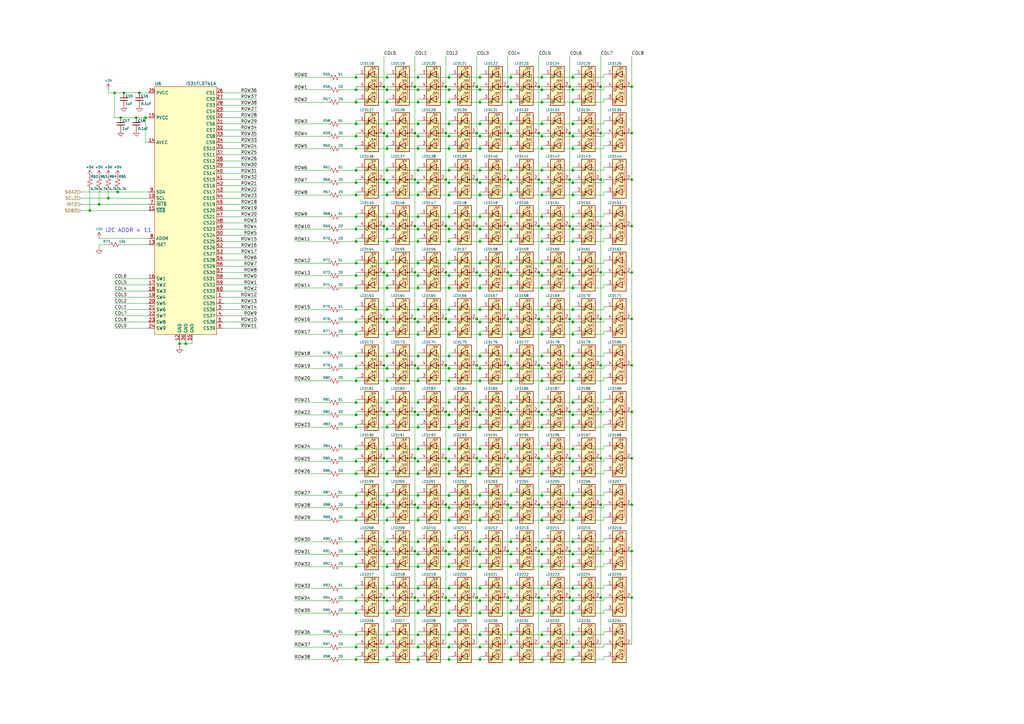
<source format=kicad_sch>
(kicad_sch (version 20231120) (generator "eeschema") (generator_version "8.0")
  (paper "A3")
  (lib_symbols
    (symbol "Device:C_Small" (pin_numbers hide) (pin_names (offset 0.254) hide)
      (property "Reference" "C" (at 0.254 1.778 0))
      (property "Value" "C_Small" (at 0.254 -2.032 0))
      (symbol "C_Small_1_1"
        (pin passive line (at 0 2.54 270) (length 2.032) (name "~") (number "1"))
        (pin passive line (at 0 -2.54 90) (length 2.032) (name "~") (number "2"))
      )
    )
    (symbol "Device:LED_RABG" (pin_names (offset 0) hide)
      (property "Reference" "D" (at 0 9.398 0))
      (property "Value" "LED_RABG" (at 0 -8.89 0))
      (symbol "LED_RABG_0_0"
        (text "B" (at -1.905 -6.35 0) (effects (font (size 1.27 1.27))))
        (text "G" (at -1.905 -1.27 0) (effects (font (size 1.27 1.27))))
        (text "R" (at -1.905 3.81 0) (effects (font (size 1.27 1.27))))
      )
      (symbol "LED_RABG_1_1"
        (pin passive line (at -5.08 5.08 0) (length 2.54) (name "RK") (number "1"))
        (pin passive line (at 5.08 0 180) (length 2.54) (name "A") (number "2"))
        (pin passive line (at -5.08 -5.08 0) (length 2.54) (name "BK") (number "3"))
        (pin passive line (at -5.08 0 0) (length 2.54) (name "GK") (number "4"))
      )
    )
    (symbol "Device:R_Small_US" (pin_numbers hide) (pin_names (offset 0.254) hide)
      (property "Reference" "R" (at 0.762 0.508 0))
      (property "Value" "R_Small_US" (at 0.762 -1.016 0))
      (symbol "R_Small_US_1_1"
        (pin passive line (at 0 2.54 270) (length 1.016) (name "~") (number "1"))
        (pin passive line (at 0 -2.54 90) (length 1.016) (name "~") (number "2"))
      )
    )
    (symbol "map_lbr:IS31FL3741A"
      (property "Reference" "U" (at 0 54.61 0))
      (property "Value" "IS31FL3741A" (at 0 52.07 0))
      (symbol "IS31FL3741A_0_0"
        (pin power_out line (at 15.24 -35.56 180) (length 2.54) (name "CS34") (number "1"))
        (pin input line (at -15.24 5.08 0) (length 2.54) (name "SCL") (number "10"))
        (pin input line (at -15.24 0 0) (length 2.54) (name "~{SDB}") (number "11"))
        (pin power_in line (at -2.54 -53.34 90) (length 2.54) (name "GND") (number "12"))
        (pin input line (at -15.24 -13.97 0) (length 2.54) (name "ISET") (number "13"))
        (pin power_in line (at -15.24 27.94 0) (length 2.54) (name "AVCC") (number "14"))
        (pin power_in line (at -15.24 38.1 0) (length 2.54) (name "PVCC") (number "15"))
        (pin power_out line (at -15.24 -27.94 0) (length 2.54) (name "SW1") (number "16"))
        (pin power_out line (at -15.24 -30.48 0) (length 2.54) (name "SW2") (number "17"))
        (pin power_out line (at -15.24 -33.02 0) (length 2.54) (name "SW3") (number "18"))
        (pin power_out line (at -15.24 -35.56 0) (length 2.54) (name "SW4") (number "19"))
        (pin power_out line (at 15.24 -38.1 180) (length 2.54) (name "CS35") (number "2"))
        (pin power_out line (at -15.24 -38.1 0) (length 2.54) (name "SW5") (number "20"))
        (pin power_out line (at -15.24 -40.64 0) (length 2.54) (name "SW6") (number "21"))
        (pin power_out line (at -15.24 -43.18 0) (length 2.54) (name "SW7") (number "22"))
        (pin power_out line (at -15.24 -45.72 0) (length 2.54) (name "SW8") (number "23"))
        (pin power_out line (at -15.24 -48.26 0) (length 2.54) (name "SW9") (number "24"))
        (pin power_in line (at -15.24 48.26 0) (length 2.54) (name "PVCC") (number "25"))
        (pin power_out line (at 15.24 48.26 180) (length 2.54) (name "CS1") (number "26"))
        (pin power_out line (at 15.24 45.72 180) (length 2.54) (name "CS2") (number "27"))
        (pin power_out line (at 15.24 43.18 180) (length 2.54) (name "CS3") (number "28"))
        (pin power_out line (at 15.24 40.64 180) (length 2.54) (name "CS4") (number "29"))
        (pin power_out line (at 15.24 -40.64 180) (length 2.54) (name "CS36") (number "3"))
        (pin power_out line (at 15.24 38.1 180) (length 2.54) (name "CS5") (number "30"))
        (pin power_out line (at 15.24 35.56 180) (length 2.54) (name "CS6") (number "31"))
        (pin power_out line (at 15.24 33.02 180) (length 2.54) (name "CS7") (number "32"))
        (pin power_out line (at 15.24 30.48 180) (length 2.54) (name "CS8") (number "33"))
        (pin power_out line (at 15.24 27.94 180) (length 2.54) (name "CS9") (number "34"))
        (pin power_out line (at 15.24 25.4 180) (length 2.54) (name "CS10") (number "35"))
        (pin power_in line (at 0 -53.34 90) (length 2.54) (name "GND") (number "36"))
        (pin power_out line (at 15.24 22.86 180) (length 2.54) (name "CS11") (number "37"))
        (pin power_out line (at 15.24 20.32 180) (length 2.54) (name "CS12") (number "38"))
        (pin power_out line (at 15.24 17.78 180) (length 2.54) (name "CS13") (number "39"))
        (pin power_out line (at 15.24 -43.18 180) (length 2.54) (name "CS37") (number "4"))
        (pin power_out line (at 15.24 15.24 180) (length 2.54) (name "CS14") (number "40"))
        (pin power_out line (at 15.24 12.7 180) (length 2.54) (name "CS15") (number "41"))
        (pin power_out line (at 15.24 10.16 180) (length 2.54) (name "CS16") (number "42"))
        (pin power_out line (at 15.24 7.62 180) (length 2.54) (name "CS17") (number "43"))
        (pin power_out line (at 15.24 5.08 180) (length 2.54) (name "CS15") (number "44"))
        (pin power_out line (at 15.24 2.54 180) (length 2.54) (name "CS19") (number "45"))
        (pin power_out line (at 15.24 0 180) (length 2.54) (name "CS20") (number "46"))
        (pin power_out line (at 15.24 -2.54 180) (length 2.54) (name "CS21") (number "47"))
        (pin power_out line (at 15.24 -5.08 180) (length 2.54) (name "CS22") (number "48"))
        (pin power_out line (at 15.24 -7.62 180) (length 2.54) (name "CS23") (number "49"))
        (pin power_out line (at 15.24 -45.72 180) (length 2.54) (name "CS38") (number "5"))
        (pin power_out line (at 15.24 -10.16 180) (length 2.54) (name "CS24") (number "50"))
        (pin power_out line (at 15.24 -12.7 180) (length 2.54) (name "CS25") (number "51"))
        (pin power_out line (at 15.24 -15.24 180) (length 2.54) (name "CS26") (number "52"))
        (pin power_out line (at 15.24 -17.78 180) (length 2.54) (name "CS27") (number "53"))
        (pin power_out line (at 15.24 -20.32 180) (length 2.54) (name "CS28") (number "54"))
        (pin power_in line (at 2.54 -53.34 90) (length 2.54) (name "GND") (number "55"))
        (pin power_out line (at 15.24 -22.86 180) (length 2.54) (name "CS29") (number "56"))
        (pin power_out line (at 15.24 -25.4 180) (length 2.54) (name "CS30") (number "57"))
        (pin power_out line (at 15.24 -27.94 180) (length 2.54) (name "CS31") (number "58"))
        (pin power_out line (at 15.24 -30.48 180) (length 2.54) (name "CS32") (number "59"))
        (pin power_out line (at 15.24 -48.26 180) (length 2.54) (name "CS39") (number "6"))
        (pin power_out line (at 15.24 -33.02 180) (length 2.54) (name "CS33") (number "60"))
        (pin power_in line (at 2.54 -53.34 90) (length 2.54) hide (name "GND") (number "61"))
        (pin open_collector line (at -15.24 2.54 0) (length 2.54) (name "~{INTB}") (number "7"))
        (pin input line (at -15.24 -11.43 0) (length 2.54) (name "ADDR") (number "8"))
        (pin bidirectional line (at -15.24 7.62 0) (length 2.54) (name "SDA") (number "9"))
      )
    )
    (symbol "power:+5V" (power) (pin_numbers hide) (pin_names (offset 0) hide)
      (property "Value" "+5V" (at 0 3.556 0))
      (symbol "+5V_1_1"
        (pin power_in line (at 0 0 90) (length 0) (name "~") (number "1"))
      )
    )
    (symbol "power:GND" (power) (pin_numbers hide) (pin_names (offset 0) hide)
      (property "Value" "GND" (at 0 -3.81 0))
      (symbol "GND_1_1"
        (pin power_in line (at 0 0 270) (length 0) (name "~") (number "1"))
      )
    )
  )
  (junction (at 146.05 208.28))
  (junction (at 234.95 232.41))
  (junction (at 234.95 203.2))
  (junction (at 222.25 88.9))
  (junction (at 233.68 92.71))
  (junction (at 234.95 60.96))
  (junction (at 184.15 260.35))
  (junction (at 233.68 226.06))
  (junction (at 40.64 83.82))
  (junction (at 234.95 265.43))
  (junction (at 182.88 130.81))
  (junction (at 222.25 246.38))
  (junction (at 209.55 88.9))
  (junction (at 184.15 113.03))
  (junction (at 259.08 187.96))
  (junction (at 50.8 38.1))
  (junction (at 170.18 226.06))
  (junction (at 196.85 41.91))
  (junction (at 246.38 187.96))
  (junction (at 146.05 113.03))
  (junction (at 196.85 36.83))
  (junction (at 184.15 60.96))
  (junction (at 220.98 111.76))
  (junction (at 171.45 50.8))
  (junction (at 209.55 137.16))
  (junction (at 146.05 55.88))
  (junction (at 209.55 36.83))
  (junction (at 234.95 132.08))
  (junction (at 234.95 213.36))
  (junction (at 209.55 203.2))
  (junction (at 234.95 74.93))
  (junction (at 209.55 270.51))
  (junction (at 209.55 241.3))
  (junction (at 234.95 260.35))
  (junction (at 157.48 187.96))
  (junction (at 171.45 260.35))
  (junction (at 44.45 81.28))
  (junction (at 146.05 265.43))
  (junction (at 196.85 31.75))
  (junction (at 171.45 60.96))
  (junction (at 222.25 74.93))
  (junction (at 158.75 137.16))
  (junction (at 195.58 92.71))
  (junction (at 208.28 92.71))
  (junction (at 171.45 132.08))
  (junction (at 209.55 31.75))
  (junction (at 196.85 189.23))
  (junction (at 171.45 189.23))
  (junction (at 196.85 137.16))
  (junction (at 182.88 187.96))
  (junction (at 158.75 203.2))
  (junction (at 184.15 265.43))
  (junction (at 171.45 156.21))
  (junction (at 246.38 35.56))
  (junction (at 222.25 232.41))
  (junction (at 171.45 36.83))
  (junction (at 146.05 31.75))
  (junction (at 208.28 226.06))
  (junction (at 259.08 168.91))
  (junction (at 146.05 93.98))
  (junction (at 158.75 156.21))
  (junction (at 209.55 127))
  (junction (at 184.15 222.25))
  (junction (at 158.75 60.96))
  (junction (at 146.05 127))
  (junction (at 196.85 241.3))
  (junction (at 234.95 175.26))
  (junction (at 46.99 38.1))
  (junction (at 209.55 107.95))
  (junction (at 208.28 149.86))
  (junction (at 208.28 245.11))
  (junction (at 259.08 207.01))
  (junction (at 246.38 130.81))
  (junction (at 158.75 246.38))
  (junction (at 222.25 93.98))
  (junction (at 76.2 140.97))
  (junction (at 246.38 226.06))
  (junction (at 222.25 194.31))
  (junction (at 209.55 189.23))
  (junction (at 209.55 80.01))
  (junction (at 171.45 251.46))
  (junction (at 171.45 55.88))
  (junction (at 208.28 130.81))
  (junction (at 158.75 213.36))
  (junction (at 171.45 203.2))
  (junction (at 196.85 184.15))
  (junction (at 146.05 41.91))
  (junction (at 170.18 130.81))
  (junction (at 220.98 207.01))
  (junction (at 196.85 80.01))
  (junction (at 222.25 170.18))
  (junction (at 220.98 92.71))
  (junction (at 209.55 118.11))
  (junction (at 209.55 260.35))
  (junction (at 171.45 88.9))
  (junction (at 146.05 170.18))
  (junction (at 209.55 93.98))
  (junction (at 171.45 118.11))
  (junction (at 209.55 208.28))
  (junction (at 184.15 165.1))
  (junction (at 146.05 194.31))
  (junction (at 196.85 50.8))
  (junction (at 209.55 60.96))
  (junction (at 209.55 170.18))
  (junction (at 157.48 245.11))
  (junction (at 184.15 241.3))
  (junction (at 158.75 175.26))
  (junction (at 184.15 88.9))
  (junction (at 170.18 54.61))
  (junction (at 182.88 92.71))
  (junction (at 158.75 69.85))
  (junction (at 234.95 69.85))
  (junction (at 234.95 146.05))
  (junction (at 208.28 187.96))
  (junction (at 146.05 165.1))
  (junction (at 171.45 241.3))
  (junction (at 146.05 203.2))
  (junction (at 208.28 35.56))
  (junction (at 184.15 36.83))
  (junction (at 157.48 207.01))
  (junction (at 158.75 93.98))
  (junction (at 233.68 168.91))
  (junction (at 184.15 270.51))
  (junction (at 222.25 69.85))
  (junction (at 233.68 111.76))
  (junction (at 195.58 245.11))
  (junction (at 208.28 54.61))
  (junction (at 222.25 118.11))
  (junction (at 171.45 227.33))
  (junction (at 182.88 111.76))
  (junction (at 195.58 130.81))
  (junction (at 220.98 73.66))
  (junction (at 171.45 194.31))
  (junction (at 182.88 35.56))
  (junction (at 171.45 213.36))
  (junction (at 222.25 132.08))
  (junction (at 157.48 111.76))
  (junction (at 171.45 170.18))
  (junction (at 182.88 207.01))
  (junction (at 234.95 241.3))
  (junction (at 184.15 99.06))
  (junction (at 246.38 245.11))
  (junction (at 222.25 260.35))
  (junction (at 196.85 222.25))
  (junction (at 59.69 48.26))
  (junction (at 170.18 187.96))
  (junction (at 222.25 189.23))
  (junction (at 57.15 38.1))
  (junction (at 182.88 73.66))
  (junction (at 196.85 165.1))
  (junction (at 158.75 251.46))
  (junction (at 222.25 80.01))
  (junction (at 222.25 203.2))
  (junction (at 146.05 50.8))
  (junction (at 158.75 107.95))
  (junction (at 184.15 146.05))
  (junction (at 146.05 107.95))
  (junction (at 146.05 232.41))
  (junction (at 222.25 137.16))
  (junction (at 209.55 156.21))
  (junction (at 184.15 118.11))
  (junction (at 196.85 232.41))
  (junction (at 234.95 222.25))
  (junction (at 222.25 50.8))
  (junction (at 184.15 208.28))
  (junction (at 146.05 88.9))
  (junction (at 158.75 270.51))
  (junction (at 171.45 184.15))
  (junction (at 171.45 270.51))
  (junction (at 209.55 194.31))
  (junction (at 171.45 265.43))
  (junction (at 171.45 232.41))
  (junction (at 146.05 118.11))
  (junction (at 222.25 208.28))
  (junction (at 171.45 146.05))
  (junction (at 234.95 36.83))
  (junction (at 158.75 260.35))
  (junction (at 222.25 36.83))
  (junction (at 184.15 251.46))
  (junction (at 234.95 208.28))
  (junction (at 184.15 127))
  (junction (at 220.98 245.11))
  (junction (at 196.85 88.9))
  (junction (at 259.08 92.71))
  (junction (at 196.85 170.18))
  (junction (at 259.08 35.56))
  (junction (at 184.15 132.08))
  (junction (at 195.58 168.91))
  (junction (at 170.18 35.56))
  (junction (at 233.68 187.96))
  (junction (at 234.95 184.15))
  (junction (at 234.95 31.75))
  (junction (at 146.05 251.46))
  (junction (at 184.15 137.16))
  (junction (at 234.95 137.16))
  (junction (at 234.95 156.21))
  (junction (at 158.75 189.23))
  (junction (at 182.88 149.86))
  (junction (at 234.95 41.91))
  (junction (at 234.95 55.88))
  (junction (at 233.68 35.56))
  (junction (at 220.98 54.61))
  (junction (at 36.83 86.36))
  (junction (at 157.48 92.71))
  (junction (at 171.45 222.25))
  (junction (at 157.48 226.06))
  (junction (at 184.15 246.38))
  (junction (at 222.25 213.36))
  (junction (at 208.28 111.76))
  (junction (at 170.18 111.76))
  (junction (at 209.55 151.13))
  (junction (at 234.95 151.13))
  (junction (at 209.55 69.85))
  (junction (at 233.68 149.86))
  (junction (at 209.55 55.88))
  (junction (at 170.18 73.66))
  (junction (at 220.98 226.06))
  (junction (at 146.05 246.38))
  (junction (at 184.15 184.15))
  (junction (at 196.85 113.03))
  (junction (at 222.25 41.91))
  (junction (at 73.66 140.97))
  (junction (at 158.75 265.43))
  (junction (at 158.75 227.33))
  (junction (at 222.25 165.1))
  (junction (at 55.88 48.26))
  (junction (at 171.45 31.75))
  (junction (at 146.05 60.96))
  (junction (at 195.58 226.06))
  (junction (at 146.05 36.83))
  (junction (at 196.85 99.06))
  (junction (at 158.75 41.91))
  (junction (at 196.85 213.36))
  (junction (at 196.85 118.11))
  (junction (at 222.25 222.25))
  (junction (at 158.75 127))
  (junction (at 158.75 222.25))
  (junction (at 234.95 99.06))
  (junction (at 208.28 207.01))
  (junction (at 171.45 80.01))
  (junction (at 196.85 132.08))
  (junction (at 158.75 99.06))
  (junction (at 157.48 54.61))
  (junction (at 157.48 73.66))
  (junction (at 158.75 165.1))
  (junction (at 146.05 146.05))
  (junction (at 158.75 31.75))
  (junction (at 195.58 187.96))
  (junction (at 196.85 146.05))
  (junction (at 209.55 175.26))
  (junction (at 146.05 137.16))
  (junction (at 259.08 54.61))
  (junction (at 196.85 203.2))
  (junction (at 259.08 130.81))
  (junction (at 182.88 54.61))
  (junction (at 195.58 54.61))
  (junction (at 48.26 78.74))
  (junction (at 184.15 31.75))
  (junction (at 220.98 130.81))
  (junction (at 222.25 241.3))
  (junction (at 146.05 184.15))
  (junction (at 234.95 194.31))
  (junction (at 246.38 149.86))
  (junction (at 196.85 265.43))
  (junction (at 222.25 107.95))
  (junction (at 209.55 265.43))
  (junction (at 158.75 208.28))
  (junction (at 171.45 107.95))
  (junction (at 157.48 168.91))
  (junction (at 222.25 175.26))
  (junction (at 195.58 149.86))
  (junction (at 233.68 130.81))
  (junction (at 146.05 175.26))
  (junction (at 220.98 168.91))
  (junction (at 234.95 93.98))
  (junction (at 184.15 203.2))
  (junction (at 196.85 93.98))
  (junction (at 246.38 92.71))
  (junction (at 184.15 151.13))
  (junction (at 171.45 165.1))
  (junction (at 196.85 246.38))
  (junction (at 158.75 50.8))
  (junction (at 234.95 189.23))
  (junction (at 222.25 99.06))
  (junction (at 209.55 74.93))
  (junction (at 234.95 88.9))
  (junction (at 182.88 245.11))
  (junction (at 246.38 168.91))
  (junction (at 146.05 80.01))
  (junction (at 259.08 149.86))
  (junction (at 234.95 107.95))
  (junction (at 171.45 113.03))
  (junction (at 170.18 168.91))
  (junction (at 182.88 168.91))
  (junction (at 222.25 251.46))
  (junction (at 146.05 189.23))
  (junction (at 146.05 156.21))
  (junction (at 146.05 241.3))
  (junction (at 158.75 151.13))
  (junction (at 246.38 111.76))
  (junction (at 146.05 222.25))
  (junction (at 209.55 232.41))
  (junction (at 234.95 113.03))
  (junction (at 195.58 35.56))
  (junction (at 146.05 213.36))
  (junction (at 222.25 60.96))
  (junction (at 158.75 132.08))
  (junction (at 171.45 74.93))
  (junction (at 158.75 55.88))
  (junction (at 222.25 55.88))
  (junction (at 170.18 245.11))
  (junction (at 196.85 251.46))
  (junction (at 171.45 41.91))
  (junction (at 233.68 245.11))
  (junction (at 158.75 170.18))
  (junction (at 49.53 48.26))
  (junction (at 196.85 55.88))
  (junction (at 184.15 55.88))
  (junction (at 184.15 50.8))
  (junction (at 246.38 207.01))
  (junction (at 158.75 146.05))
  (junction (at 184.15 213.36))
  (junction (at 259.08 73.66))
  (junction (at 171.45 137.16))
  (junction (at 209.55 213.36))
  (junction (at 209.55 132.08))
  (junction (at 209.55 146.05))
  (junction (at 184.15 170.18))
  (junction (at 220.98 187.96))
  (junction (at 171.45 151.13))
  (junction (at 209.55 165.1))
  (junction (at 184.15 93.98))
  (junction (at 195.58 207.01))
  (junction (at 158.75 241.3))
  (junction (at 171.45 208.28))
  (junction (at 209.55 184.15))
  (junction (at 196.85 107.95))
  (junction (at 158.75 36.83))
  (junction (at 222.25 127))
  (junction (at 146.05 74.93))
  (junction (at 171.45 99.06))
  (junction (at 222.25 113.03))
  (junction (at 158.75 194.31))
  (junction (at 184.15 41.91))
  (junction (at 184.15 74.93))
  (junction (at 171.45 93.98))
  (junction (at 259.08 245.11))
  (junction (at 209.55 227.33))
  (junction (at 146.05 99.06))
  (junction (at 233.68 73.66))
  (junction (at 196.85 260.35))
  (junction (at 157.48 35.56))
  (junction (at 171.45 69.85))
  (junction (at 234.95 246.38))
  (junction (at 158.75 80.01))
  (junction (at 184.15 227.33))
  (junction (at 222.25 31.75))
  (junction (at 184.15 189.23))
  (junction (at 208.28 73.66))
  (junction (at 184.15 194.31))
  (junction (at 196.85 175.26))
  (junction (at 184.15 80.01))
  (junction (at 171.45 175.26))
  (junction (at 208.28 168.91))
  (junction (at 196.85 156.21))
  (junction (at 170.18 207.01))
  (junction (at 184.15 156.21))
  (junction (at 246.38 73.66))
  (junction (at 234.95 118.11))
  (junction (at 196.85 227.33))
  (junction (at 234.95 227.33))
  (junction (at 196.85 151.13))
  (junction (at 170.18 92.71))
  (junction (at 196.85 60.96))
  (junction (at 196.85 127))
  (junction (at 222.25 265.43))
  (junction (at 184.15 232.41))
  (junction (at 209.55 222.25))
  (junction (at 170.18 149.86))
  (junction (at 209.55 251.46))
  (junction (at 233.68 207.01))
  (junction (at 184.15 175.26))
  (junction (at 196.85 194.31))
  (junction (at 146.05 270.51))
  (junction (at 195.58 73.66))
  (junction (at 184.15 69.85))
  (junction (at 209.55 99.06))
  (junction (at 158.75 88.9))
  (junction (at 196.85 69.85))
  (junction (at 234.95 251.46))
  (junction (at 158.75 74.93))
  (junction (at 184.15 107.95))
  (junction (at 209.55 50.8))
  (junction (at 259.08 111.76))
  (junction (at 182.88 226.06))
  (junction (at 209.55 113.03))
  (junction (at 146.05 151.13))
  (junction (at 209.55 246.38))
  (junction (at 220.98 149.86))
  (junction (at 222.25 270.51))
  (junction (at 157.48 149.86))
  (junction (at 234.95 50.8))
  (junction (at 158.75 232.41))
  (junction (at 171.45 127))
  (junction (at 196.85 208.28))
  (junction (at 146.05 69.85))
  (junction (at 234.95 127))
  (junction (at 158.75 113.03))
  (junction (at 222.25 227.33))
  (junction (at 222.25 184.15))
  (junction (at 222.25 151.13))
  (junction (at 196.85 270.51))
  (junction (at 157.48 130.81))
  (junction (at 222.25 146.05))
  (junction (at 196.85 74.93))
  (junction (at 146.05 132.08))
  (junction (at 146.05 227.33))
  (junction (at 234.95 170.18))
  (junction (at 171.45 246.38))
  (junction (at 234.95 270.51))
  (junction (at 158.75 184.15))
  (junction (at 259.08 226.06))
  (junction (at 234.95 165.1))
  (junction (at 146.05 260.35))
  (junction (at 234.95 80.01))
  (junction (at 209.55 41.91))
  (junction (at 233.68 54.61))
  (junction (at 246.38 54.61))
  (junction (at 158.75 118.11))
  (junction (at 222.25 156.21))
  (junction (at 195.58 111.76))
  (junction (at 220.98 35.56))
  (wire (pts (xy 147.32 212.09) (xy 146.05 212.09)))
  (wire (pts (xy 222.25 213.36) (xy 234.95 213.36)))
  (wire (pts (xy 158.75 30.48) (xy 158.75 31.75)))
  (wire (pts (xy 33.02 81.28) (xy 44.45 81.28)))
  (wire (pts (xy 33.02 78.74) (xy 48.26 78.74)))
  (wire (pts (xy 210.82 187.96) (xy 209.55 187.96)))
  (wire (pts (xy 160.02 187.96) (xy 158.75 187.96)))
  (wire (pts (xy 209.55 116.84) (xy 209.55 118.11)))
  (wire (pts (xy 209.55 127) (xy 222.25 127)))
  (wire (pts (xy 195.58 226.06) (xy 195.58 245.11)))
  (wire (pts (xy 209.55 111.76) (xy 209.55 113.03)))
  (wire (pts (xy 185.42 173.99) (xy 184.15 173.99)))
  (wire (pts (xy 185.42 154.94) (xy 184.15 154.94)))
  (wire (pts (xy 234.95 36.83) (xy 247.65 36.83)))
  (wire (pts (xy 234.95 111.76) (xy 234.95 113.03)))
  (wire (pts (xy 236.22 220.98) (xy 234.95 220.98)))
  (wire (pts (xy 234.95 201.93) (xy 234.95 203.2)))
  (wire (pts (xy 196.85 116.84) (xy 196.85 118.11)))
  (wire (pts (xy 223.52 259.08) (xy 222.25 259.08)))
  (wire (pts (xy 210.82 68.58) (xy 209.55 68.58)))
  (wire (pts (xy 234.95 173.99) (xy 234.95 175.26)))
  (wire (pts (xy 220.98 35.56) (xy 220.98 54.61)))
  (wire (pts (xy 234.95 78.74) (xy 234.95 80.01)))
  (wire (pts (xy 172.72 259.08) (xy 171.45 259.08)))
  (wire (pts (xy 234.95 220.98) (xy 234.95 222.25)))
  (wire (pts (xy 160.02 240.03) (xy 158.75 240.03)))
  (wire (pts (xy 210.82 87.63) (xy 209.55 87.63)))
  (wire (pts (xy 220.98 54.61) (xy 220.98 73.66)))
  (wire (pts (xy 210.82 40.64) (xy 209.55 40.64)))
  (wire (pts (xy 120.65 60.96) (xy 134.62 60.96)))
  (wire (pts (xy 196.85 232.41) (xy 209.55 232.41)))
  (wire (pts (xy 139.7 189.23) (xy 146.05 189.23)))
  (wire (pts (xy 146.05 60.96) (xy 158.75 60.96)))
  (wire (pts (xy 209.55 213.36) (xy 222.25 213.36)))
  (wire (pts (xy 259.08 73.66) (xy 259.08 92.71)))
  (wire (pts (xy 198.12 149.86) (xy 196.85 149.86)))
  (wire (pts (xy 196.85 154.94) (xy 196.85 156.21)))
  (wire (pts (xy 209.55 106.68) (xy 209.55 107.95)))
  (wire (pts (xy 223.52 226.06) (xy 222.25 226.06)))
  (wire (pts (xy 247.65 35.56) (xy 247.65 36.83)))
  (wire (pts (xy 196.85 92.71) (xy 196.85 93.98)))
  (wire (pts (xy 259.08 187.96) (xy 259.08 207.01)))
  (wire (pts (xy 222.25 135.89) (xy 222.25 137.16)))
  (wire (pts (xy 248.92 30.48) (xy 247.65 30.48)))
  (wire (pts (xy 196.85 187.96) (xy 196.85 189.23)))
  (wire (pts (xy 146.05 132.08) (xy 158.75 132.08)))
  (wire (pts (xy 236.22 73.66) (xy 234.95 73.66)))
  (wire (pts (xy 209.55 193.04) (xy 209.55 194.31)))
  (wire (pts (xy 209.55 97.79) (xy 209.55 99.06)))
  (wire (pts (xy 222.25 106.68) (xy 222.25 107.95)))
  (wire (pts (xy 147.32 30.48) (xy 146.05 30.48)))
  (wire (pts (xy 198.12 92.71) (xy 196.85 92.71)))
  (wire (pts (xy 184.15 208.28) (xy 196.85 208.28)))
  (wire (pts (xy 158.75 173.99) (xy 158.75 175.26)))
  (wire (pts (xy 184.15 106.68) (xy 184.15 107.95)))
  (wire (pts (xy 196.85 99.06) (xy 209.55 99.06)))
  (wire (pts (xy 171.45 220.98) (xy 171.45 222.25)))
  (wire (pts (xy 210.82 54.61) (xy 209.55 54.61)))
  (wire (pts (xy 184.15 60.96) (xy 196.85 60.96)))
  (wire (pts (xy 234.95 165.1) (xy 247.65 165.1)))
  (wire (pts (xy 157.48 149.86) (xy 157.48 168.91)))
  (wire (pts (xy 105.41 60.96) (xy 91.44 60.96)))
  (wire (pts (xy 234.95 213.36) (xy 247.65 213.36)))
  (wire (pts (xy 220.98 187.96) (xy 220.98 207.01)))
  (wire (pts (xy 105.41 132.08) (xy 91.44 132.08)))
  (wire (pts (xy 139.7 251.46) (xy 146.05 251.46)))
  (wire (pts (xy 198.12 73.66) (xy 196.85 73.66)))
  (wire (pts (xy 146.05 168.91) (xy 146.05 170.18)))
  (wire (pts (xy 210.82 240.03) (xy 209.55 240.03)))
  (wire (pts (xy 146.05 127) (xy 158.75 127)))
  (wire (pts (xy 120.65 107.95) (xy 134.62 107.95)))
  (wire (pts (xy 220.98 168.91) (xy 220.98 187.96)))
  (wire (pts (xy 139.7 74.93) (xy 146.05 74.93)))
  (wire (pts (xy 185.42 116.84) (xy 184.15 116.84)))
  (wire (pts (xy 184.15 189.23) (xy 196.85 189.23)))
  (wire (pts (xy 147.32 269.24) (xy 146.05 269.24)))
  (wire (pts (xy 170.18 245.11) (xy 170.18 264.16)))
  (wire (pts (xy 247.65 154.94) (xy 247.65 156.21)))
  (wire (pts (xy 105.41 43.18) (xy 91.44 43.18)))
  (wire (pts (xy 146.05 250.19) (xy 146.05 251.46)))
  (wire (pts (xy 198.12 220.98) (xy 196.85 220.98)))
  (wire (pts (xy 196.85 132.08) (xy 209.55 132.08)))
  (wire (pts (xy 158.75 59.69) (xy 158.75 60.96)))
  (wire (pts (xy 105.41 96.52) (xy 91.44 96.52)))
  (wire (pts (xy 171.45 194.31) (xy 184.15 194.31)))
  (wire (pts (xy 184.15 55.88) (xy 196.85 55.88)))
  (wire (pts (xy 185.42 187.96) (xy 184.15 187.96)))
  (wire (pts (xy 222.25 60.96) (xy 234.95 60.96)))
  (wire (pts (xy 185.42 207.01) (xy 184.15 207.01)))
  (wire (pts (xy 223.52 40.64) (xy 222.25 40.64)))
  (wire (pts (xy 246.38 54.61) (xy 246.38 73.66)))
  (wire (pts (xy 198.12 125.73) (xy 196.85 125.73)))
  (wire (pts (xy 198.12 68.58) (xy 196.85 68.58)))
  (wire (pts (xy 184.15 118.11) (xy 196.85 118.11)))
  (wire (pts (xy 171.45 106.68) (xy 171.45 107.95)))
  (wire (pts (xy 158.75 187.96) (xy 158.75 189.23)))
  (wire (pts (xy 146.05 36.83) (xy 158.75 36.83)))
  (wire (pts (xy 182.88 187.96) (xy 182.88 207.01)))
  (wire (pts (xy 209.55 107.95) (xy 222.25 107.95)))
  (wire (pts (xy 105.41 63.5) (xy 91.44 63.5)))
  (wire (pts (xy 160.02 54.61) (xy 158.75 54.61)))
  (wire (pts (xy 195.58 245.11) (xy 195.58 264.16)))
  (wire (pts (xy 49.53 48.26) (xy 55.88 48.26)))
  (wire (pts (xy 158.75 270.51) (xy 171.45 270.51)))
  (wire (pts (xy 158.75 60.96) (xy 171.45 60.96)))
  (wire (pts (xy 33.02 86.36) (xy 36.83 86.36)))
  (wire (pts (xy 196.85 87.63) (xy 196.85 88.9)))
  (wire (pts (xy 184.15 212.09) (xy 184.15 213.36)))
  (wire (pts (xy 139.7 175.26) (xy 146.05 175.26)))
  (wire (pts (xy 196.85 265.43) (xy 209.55 265.43)))
  (wire (pts (xy 196.85 106.68) (xy 196.85 107.95)))
  (wire (pts (xy 171.45 154.94) (xy 171.45 156.21)))
  (wire (pts (xy 209.55 251.46) (xy 222.25 251.46)))
  (wire (pts (xy 222.25 144.78) (xy 222.25 146.05)))
  (wire (pts (xy 234.95 59.69) (xy 234.95 60.96)))
  (wire (pts (xy 234.95 54.61) (xy 234.95 55.88)))
  (wire (pts (xy 236.22 54.61) (xy 234.95 54.61)))
  (wire (pts (xy 171.45 213.36) (xy 184.15 213.36)))
  (wire (pts (xy 105.41 99.06) (xy 91.44 99.06)))
  (wire (pts (xy 171.45 269.24) (xy 171.45 270.51)))
  (wire (pts (xy 78.74 139.7) (xy 78.74 140.97)))
  (wire (pts (xy 160.02 259.08) (xy 158.75 259.08)))
  (wire (pts (xy 184.15 194.31) (xy 196.85 194.31)))
  (wire (pts (xy 146.05 170.18) (xy 158.75 170.18)))
  (wire (pts (xy 184.15 69.85) (xy 196.85 69.85)))
  (wire (pts (xy 185.42 240.03) (xy 184.15 240.03)))
  (wire (pts (xy 223.52 245.11) (xy 222.25 245.11)))
  (wire (pts (xy 184.15 260.35) (xy 196.85 260.35)))
  (wire (pts (xy 147.32 135.89) (xy 146.05 135.89)))
  (wire (pts (xy 33.02 83.82) (xy 40.64 83.82)))
  (wire (pts (xy 40.64 77.47) (xy 40.64 83.82)))
  (wire (pts (xy 146.05 111.76) (xy 146.05 113.03)))
  (wire (pts (xy 105.41 50.8) (xy 91.44 50.8)))
  (wire (pts (xy 184.15 259.08) (xy 184.15 260.35)))
  (wire (pts (xy 209.55 69.85) (xy 222.25 69.85)))
  (wire (pts (xy 234.95 40.64) (xy 234.95 41.91)))
  (wire (pts (xy 184.15 93.98) (xy 196.85 93.98)))
  (wire (pts (xy 236.22 226.06) (xy 234.95 226.06)))
  (wire (pts (xy 120.65 232.41) (xy 134.62 232.41)))
  (wire (pts (xy 198.12 49.53) (xy 196.85 49.53)))
  (wire (pts (xy 234.95 154.94) (xy 234.95 156.21)))
  (wire (pts (xy 208.28 207.01) (xy 208.28 226.06)))
  (wire (pts (xy 209.55 220.98) (xy 209.55 222.25)))
  (wire (pts (xy 171.45 132.08) (xy 184.15 132.08)))
  (wire (pts (xy 182.88 73.66) (xy 182.88 92.71)))
  (wire (pts (xy 248.92 92.71) (xy 247.65 92.71)))
  (wire (pts (xy 198.12 201.93) (xy 196.85 201.93)))
  (wire (pts (xy 146.05 135.89) (xy 146.05 137.16)))
  (wire (pts (xy 48.26 78.74) (xy 60.96 78.74)))
  (wire (pts (xy 209.55 146.05) (xy 222.25 146.05)))
  (wire (pts (xy 234.95 73.66) (xy 234.95 74.93)))
  (wire (pts (xy 234.95 222.25) (xy 247.65 222.25)))
  (wire (pts (xy 196.85 220.98) (xy 196.85 222.25)))
  (wire (pts (xy 247.65 97.79) (xy 247.65 99.06)))
  (wire (pts (xy 234.95 231.14) (xy 234.95 232.41)))
  (wire (pts (xy 147.32 163.83) (xy 146.05 163.83)))
  (wire (pts (xy 158.75 36.83) (xy 171.45 36.83)))
  (wire (pts (xy 184.15 99.06) (xy 196.85 99.06)))
  (wire (pts (xy 196.85 146.05) (xy 209.55 146.05)))
  (wire (pts (xy 208.28 168.91) (xy 208.28 187.96)))
  (wire (pts (xy 246.38 226.06) (xy 246.38 245.11)))
  (wire (pts (xy 222.25 222.25) (xy 234.95 222.25)))
  (wire (pts (xy 209.55 154.94) (xy 209.55 156.21)))
  (wire (pts (xy 247.65 78.74) (xy 247.65 80.01)))
  (wire (pts (xy 198.12 231.14) (xy 196.85 231.14)))
  (wire (pts (xy 209.55 130.81) (xy 209.55 132.08)))
  (wire (pts (xy 223.52 125.73) (xy 222.25 125.73)))
  (wire (pts (xy 184.15 107.95) (xy 196.85 107.95)))
  (wire (pts (xy 196.85 69.85) (xy 209.55 69.85)))
  (wire (pts (xy 209.55 74.93) (xy 222.25 74.93)))
  (wire (pts (xy 184.15 59.69) (xy 184.15 60.96)))
  (wire (pts (xy 105.41 121.92) (xy 91.44 121.92)))
  (wire (pts (xy 139.7 127) (xy 146.05 127)))
  (wire (pts (xy 247.65 264.16) (xy 247.65 265.43)))
  (wire (pts (xy 171.45 73.66) (xy 171.45 74.93)))
  (wire (pts (xy 105.41 134.62) (xy 91.44 134.62)))
  (wire (pts (xy 222.25 240.03) (xy 222.25 241.3)))
  (wire (pts (xy 171.45 130.81) (xy 171.45 132.08)))
  (wire (pts (xy 120.65 189.23) (xy 134.62 189.23)))
  (wire (pts (xy 210.82 116.84) (xy 209.55 116.84)))
  (wire (pts (xy 158.75 49.53) (xy 158.75 50.8)))
  (wire (pts (xy 209.55 149.86) (xy 209.55 151.13)))
  (wire (pts (xy 196.85 156.21) (xy 209.55 156.21)))
  (wire (pts (xy 209.55 55.88) (xy 222.25 55.88)))
  (wire (pts (xy 196.85 55.88) (xy 209.55 55.88)))
  (wire (pts (xy 236.22 92.71) (xy 234.95 92.71)))
  (wire (pts (xy 146.05 207.01) (xy 146.05 208.28)))
  (wire (pts (xy 171.45 165.1) (xy 184.15 165.1)))
  (wire (pts (xy 171.45 208.28) (xy 184.15 208.28)))
  (wire (pts (xy 222.25 88.9) (xy 234.95 88.9)))
  (wire (pts (xy 198.12 245.11) (xy 196.85 245.11)))
  (wire (pts (xy 247.65 173.99) (xy 247.65 175.26)))
  (wire (pts (xy 185.42 168.91) (xy 184.15 168.91)))
  (wire (pts (xy 182.88 111.76) (xy 182.88 130.81)))
  (wire (pts (xy 158.75 127) (xy 171.45 127)))
  (wire (pts (xy 185.42 106.68) (xy 184.15 106.68)))
  (wire (pts (xy 146.05 270.51) (xy 158.75 270.51)))
  (wire (pts (xy 147.32 149.86) (xy 146.05 149.86)))
  (wire (pts (xy 233.68 168.91) (xy 233.68 187.96)))
  (wire (pts (xy 196.85 168.91) (xy 196.85 170.18)))
  (wire (pts (xy 210.82 245.11) (xy 209.55 245.11)))
  (wire (pts (xy 196.85 207.01) (xy 196.85 208.28)))
  (wire (pts (xy 236.22 207.01) (xy 234.95 207.01)))
  (wire (pts (xy 210.82 154.94) (xy 209.55 154.94)))
  (wire (pts (xy 158.75 107.95) (xy 171.45 107.95)))
  (wire (pts (xy 184.15 30.48) (xy 184.15 31.75)))
  (wire (pts (xy 170.18 187.96) (xy 170.18 207.01)))
  (wire (pts (xy 146.05 125.73) (xy 146.05 127)))
  (wire (pts (xy 184.15 125.73) (xy 184.15 127)))
  (wire (pts (xy 210.82 231.14) (xy 209.55 231.14)))
  (wire (pts (xy 233.68 187.96) (xy 233.68 207.01)))
  (wire (pts (xy 233.68 22.86) (xy 233.68 35.56)))
  (wire (pts (xy 171.45 149.86) (xy 171.45 151.13)))
  (wire (pts (xy 210.82 173.99) (xy 209.55 173.99)))
  (wire (pts (xy 146.05 118.11) (xy 158.75 118.11)))
  (wire (pts (xy 185.42 35.56) (xy 184.15 35.56)))
  (wire (pts (xy 198.12 135.89) (xy 196.85 135.89)))
  (wire (pts (xy 147.32 97.79) (xy 146.05 97.79)))
  (wire (pts (xy 120.65 80.01) (xy 134.62 80.01)))
  (wire (pts (xy 234.95 194.31) (xy 247.65 194.31)))
  (wire (pts (xy 236.22 78.74) (xy 234.95 78.74)))
  (wire (pts (xy 222.25 97.79) (xy 222.25 99.06)))
  (wire (pts (xy 248.92 193.04) (xy 247.65 193.04)))
  (wire (pts (xy 184.15 151.13) (xy 196.85 151.13)))
  (wire (pts (xy 158.75 132.08) (xy 171.45 132.08)))
  (wire (pts (xy 171.45 146.05) (xy 184.15 146.05)))
  (wire (pts (xy 220.98 111.76) (xy 220.98 130.81)))
  (wire (pts (xy 158.75 163.83) (xy 158.75 165.1)))
  (wire (pts (xy 236.22 97.79) (xy 234.95 97.79)))
  (wire (pts (xy 222.25 264.16) (xy 222.25 265.43)))
  (wire (pts (xy 222.25 154.94) (xy 222.25 156.21)))
  (wire (pts (xy 172.72 135.89) (xy 171.45 135.89)))
  (wire (pts (xy 139.7 156.21) (xy 146.05 156.21)))
  (wire (pts (xy 105.41 76.2) (xy 91.44 76.2)))
  (wire (pts (xy 139.7 208.28) (xy 146.05 208.28)))
  (wire (pts (xy 158.75 41.91) (xy 171.45 41.91)))
  (wire (pts (xy 184.15 36.83) (xy 196.85 36.83)))
  (wire (pts (xy 209.55 232.41) (xy 222.25 232.41)))
  (wire (pts (xy 259.08 207.01) (xy 259.08 226.06)))
  (wire (pts (xy 160.02 182.88) (xy 158.75 182.88)))
  (wire (pts (xy 160.02 97.79) (xy 158.75 97.79)))
  (wire (pts (xy 209.55 80.01) (xy 222.25 80.01)))
  (wire (pts (xy 196.85 36.83) (xy 209.55 36.83)))
  (wire (pts (xy 171.45 203.2) (xy 184.15 203.2)))
  (wire (pts (xy 146.05 175.26) (xy 158.75 175.26)))
  (wire (pts (xy 158.75 149.86) (xy 158.75 151.13)))
  (wire (pts (xy 171.45 88.9) (xy 184.15 88.9)))
  (wire (pts (xy 209.55 182.88) (xy 209.55 184.15)))
  (wire (pts (xy 222.25 170.18) (xy 234.95 170.18)))
  (wire (pts (xy 196.85 68.58) (xy 196.85 69.85)))
  (wire (pts (xy 196.85 149.86) (xy 196.85 151.13)))
  (wire (pts (xy 172.72 149.86) (xy 171.45 149.86)))
  (wire (pts (xy 209.55 175.26) (xy 222.25 175.26)))
  (wire (pts (xy 158.75 87.63) (xy 158.75 88.9)))
  (wire (pts (xy 160.02 269.24) (xy 158.75 269.24)))
  (wire (pts (xy 184.15 246.38) (xy 196.85 246.38)))
  (wire (pts (xy 185.42 212.09) (xy 184.15 212.09)))
  (wire (pts (xy 172.72 106.68) (xy 171.45 106.68)))
  (wire (pts (xy 146.05 222.25) (xy 158.75 222.25)))
  (wire (pts (xy 236.22 111.76) (xy 234.95 111.76)))
  (wire (pts (xy 184.15 270.51) (xy 196.85 270.51)))
  (wire (pts (xy 50.8 38.1) (xy 57.15 38.1)))
  (wire (pts (xy 171.45 97.79) (xy 171.45 99.06)))
  (wire (pts (xy 146.05 151.13) (xy 158.75 151.13)))
  (wire (pts (xy 198.12 111.76) (xy 196.85 111.76)))
  (wire (pts (xy 158.75 182.88) (xy 158.75 184.15)))
  (wire (pts (xy 223.52 135.89) (xy 222.25 135.89)))
  (wire (pts (xy 222.25 175.26) (xy 234.95 175.26)))
  (wire (pts (xy 146.05 182.88) (xy 146.05 184.15)))
  (wire (pts (xy 198.12 264.16) (xy 196.85 264.16)))
  (wire (pts (xy 160.02 59.69) (xy 158.75 59.69)))
  (wire (pts (xy 248.92 130.81) (xy 247.65 130.81)))
  (wire (pts (xy 223.52 106.68) (xy 222.25 106.68)))
  (wire (pts (xy 209.55 35.56) (xy 209.55 36.83)))
  (wire (pts (xy 234.95 69.85) (xy 247.65 69.85)))
  (wire (pts (xy 182.88 92.71) (xy 182.88 111.76)))
  (wire (pts (xy 223.52 35.56) (xy 222.25 35.56)))
  (wire (pts (xy 234.95 135.89) (xy 234.95 137.16)))
  (wire (pts (xy 222.25 245.11) (xy 222.25 246.38)))
  (wire (pts (xy 172.72 68.58) (xy 171.45 68.58)))
  (wire (pts (xy 184.15 265.43) (xy 196.85 265.43)))
  (wire (pts (xy 139.7 227.33) (xy 146.05 227.33)))
  (wire (pts (xy 234.95 156.21) (xy 247.65 156.21)))
  (wire (pts (xy 223.52 154.94) (xy 222.25 154.94)))
  (wire (pts (xy 259.08 245.11) (xy 259.08 264.16)))
  (wire (pts (xy 172.72 116.84) (xy 171.45 116.84)))
  (wire (pts (xy 185.42 201.93) (xy 184.15 201.93)))
  (wire (pts (xy 233.68 245.11) (xy 233.68 264.16)))
  (wire (pts (xy 236.22 173.99) (xy 234.95 173.99)))
  (wire (pts (xy 146.05 54.61) (xy 146.05 55.88)))
  (wire (pts (xy 222.25 226.06) (xy 222.25 227.33)))
  (wire (pts (xy 209.55 250.19) (xy 209.55 251.46)))
  (wire (pts (xy 222.25 250.19) (xy 222.25 251.46)))
  (wire (pts (xy 209.55 270.51) (xy 222.25 270.51)))
  (wire (pts (xy 171.45 111.76) (xy 171.45 113.03)))
  (wire (pts (xy 139.7 60.96) (xy 146.05 60.96)))
  (wire (pts (xy 234.95 226.06) (xy 234.95 227.33)))
  (wire (pts (xy 185.42 59.69) (xy 184.15 59.69)))
  (wire (pts (xy 209.55 36.83) (xy 222.25 36.83)))
  (wire (pts (xy 158.75 73.66) (xy 158.75 74.93)))
  (wire (pts (xy 171.45 232.41) (xy 184.15 232.41)))
  (wire (pts (xy 160.02 30.48) (xy 158.75 30.48)))
  (wire (pts (xy 195.58 187.96) (xy 195.58 207.01)))
  (wire (pts (xy 105.41 73.66) (xy 91.44 73.66)))
  (wire (pts (xy 160.02 35.56) (xy 158.75 35.56)))
  (wire (pts (xy 247.65 59.69) (xy 247.65 60.96)))
  (wire (pts (xy 172.72 59.69) (xy 171.45 59.69)))
  (wire (pts (xy 171.45 54.61) (xy 171.45 55.88)))
  (wire (pts (xy 146.05 163.83) (xy 146.05 165.1)))
  (wire (pts (xy 105.41 58.42) (xy 91.44 58.42)))
  (wire (pts (xy 209.55 93.98) (xy 222.25 93.98)))
  (wire (pts (xy 146.05 49.53) (xy 146.05 50.8)))
  (wire (pts (xy 147.32 220.98) (xy 146.05 220.98)))
  (wire (pts (xy 146.05 93.98) (xy 158.75 93.98)))
  (wire (pts (xy 222.25 208.28) (xy 234.95 208.28)))
  (wire (pts (xy 120.65 165.1) (xy 134.62 165.1)))
  (wire (pts (xy 222.25 207.01) (xy 222.25 208.28)))
  (wire (pts (xy 105.41 40.64) (xy 91.44 40.64)))
  (wire (pts (xy 196.85 163.83) (xy 196.85 165.1)))
  (wire (pts (xy 158.75 50.8) (xy 171.45 50.8)))
  (wire (pts (xy 196.85 269.24) (xy 196.85 270.51)))
  (wire (pts (xy 146.05 41.91) (xy 158.75 41.91)))
  (wire (pts (xy 184.15 144.78) (xy 184.15 146.05)))
  (wire (pts (xy 195.58 168.91) (xy 195.58 187.96)))
  (wire (pts (xy 209.55 40.64) (xy 209.55 41.91)))
  (wire (pts (xy 146.05 193.04) (xy 146.05 194.31)))
  (wire (pts (xy 246.38 22.86) (xy 246.38 35.56)))
  (wire (pts (xy 184.15 226.06) (xy 184.15 227.33)))
  (wire (pts (xy 234.95 49.53) (xy 234.95 50.8)))
  (wire (pts (xy 234.95 241.3) (xy 247.65 241.3)))
  (wire (pts (xy 120.65 69.85) (xy 134.62 69.85)))
  (wire (pts (xy 234.95 170.18) (xy 247.65 170.18)))
  (wire (pts (xy 236.22 59.69) (xy 234.95 59.69)))
  (wire (pts (xy 198.12 78.74) (xy 196.85 78.74)))
  (wire (pts (xy 120.65 208.28) (xy 134.62 208.28)))
  (wire (pts (xy 222.25 73.66) (xy 222.25 74.93)))
  (wire (pts (xy 185.42 264.16) (xy 184.15 264.16)))
  (wire (pts (xy 57.15 38.1) (xy 60.96 38.1)))
  (wire (pts (xy 171.45 40.64) (xy 171.45 41.91)))
  (wire (pts (xy 120.65 265.43) (xy 134.62 265.43)))
  (wire (pts (xy 172.72 40.64) (xy 171.45 40.64)))
  (wire (pts (xy 139.7 113.03) (xy 146.05 113.03)))
  (wire (pts (xy 160.02 207.01) (xy 158.75 207.01)))
  (wire (pts (xy 184.15 130.81) (xy 184.15 132.08)))
  (wire (pts (xy 105.41 106.68) (xy 91.44 106.68)))
  (wire (pts (xy 196.85 54.61) (xy 196.85 55.88)))
  (wire (pts (xy 146.05 269.24) (xy 146.05 270.51)))
  (wire (pts (xy 59.69 58.42) (xy 60.96 58.42)))
  (wire (pts (xy 147.32 264.16) (xy 146.05 264.16)))
  (wire (pts (xy 209.55 222.25) (xy 222.25 222.25)))
  (wire (pts (xy 248.92 125.73) (xy 247.65 125.73)))
  (wire (pts (xy 146.05 246.38) (xy 158.75 246.38)))
  (wire (pts (xy 185.42 269.24) (xy 184.15 269.24)))
  (wire (pts (xy 147.32 231.14) (xy 146.05 231.14)))
  (wire (pts (xy 233.68 35.56) (xy 233.68 54.61)))
  (wire (pts (xy 209.55 59.69) (xy 209.55 60.96)))
  (wire (pts (xy 236.22 106.68) (xy 234.95 106.68)))
  (wire (pts (xy 172.72 154.94) (xy 171.45 154.94)))
  (wire (pts (xy 236.22 269.24) (xy 234.95 269.24)))
  (wire (pts (xy 210.82 49.53) (xy 209.55 49.53)))
  (wire (pts (xy 170.18 111.76) (xy 170.18 130.81)))
  (wire (pts (xy 171.45 144.78) (xy 171.45 146.05)))
  (wire (pts (xy 248.92 49.53) (xy 247.65 49.53)))
  (wire (pts (xy 105.41 111.76) (xy 91.44 111.76)))
  (wire (pts (xy 210.82 92.71) (xy 209.55 92.71)))
  (wire (pts (xy 209.55 49.53) (xy 209.55 50.8)))
  (wire (pts (xy 196.85 213.36) (xy 209.55 213.36)))
  (wire (pts (xy 185.42 135.89) (xy 184.15 135.89)))
  (wire (pts (xy 210.82 193.04) (xy 209.55 193.04)))
  (wire (pts (xy 146.05 74.93) (xy 158.75 74.93)))
  (wire (pts (xy 171.45 201.93) (xy 171.45 203.2)))
  (wire (pts (xy 198.12 182.88) (xy 196.85 182.88)))
  (wire (pts (xy 139.7 146.05) (xy 146.05 146.05)))
  (wire (pts (xy 160.02 220.98) (xy 158.75 220.98)))
  (wire (pts (xy 223.52 144.78) (xy 222.25 144.78)))
  (wire (pts (xy 185.42 245.11) (xy 184.15 245.11)))
  (wire (pts (xy 170.18 226.06) (xy 170.18 245.11)))
  (wire (pts (xy 171.45 92.71) (xy 171.45 93.98)))
  (wire (pts (xy 158.75 259.08) (xy 158.75 260.35)))
  (wire (pts (xy 105.41 119.38) (xy 91.44 119.38)))
  (wire (pts (xy 210.82 30.48) (xy 209.55 30.48)))
  (wire (pts (xy 222.25 50.8) (xy 234.95 50.8)))
  (wire (pts (xy 247.65 168.91) (xy 247.65 170.18)))
  (wire (pts (xy 196.85 107.95) (xy 209.55 107.95)))
  (wire (pts (xy 172.72 173.99) (xy 171.45 173.99)))
  (wire (pts (xy 222.25 99.06) (xy 234.95 99.06)))
  (wire (pts (xy 185.42 92.71) (xy 184.15 92.71)))
  (wire (pts (xy 223.52 207.01) (xy 222.25 207.01)))
  (wire (pts (xy 223.52 193.04) (xy 222.25 193.04)))
  (wire (pts (xy 222.25 87.63) (xy 222.25 88.9)))
  (wire (pts (xy 223.52 264.16) (xy 222.25 264.16)))
  (wire (pts (xy 147.32 111.76) (xy 146.05 111.76)))
  (wire (pts (xy 158.75 97.79) (xy 158.75 99.06)))
  (wire (pts (xy 195.58 130.81) (xy 195.58 149.86)))
  (wire (pts (xy 196.85 93.98) (xy 209.55 93.98)))
  (wire (pts (xy 184.15 175.26) (xy 196.85 175.26)))
  (wire (pts (xy 160.02 173.99) (xy 158.75 173.99)))
  (wire (pts (xy 220.98 245.11) (xy 220.98 264.16)))
  (wire (pts (xy 248.92 264.16) (xy 247.65 264.16)))
  (wire (pts (xy 139.7 194.31) (xy 146.05 194.31)))
  (wire (pts (xy 234.95 163.83) (xy 234.95 165.1)))
  (wire (pts (xy 209.55 269.24) (xy 209.55 270.51)))
  (wire (pts (xy 209.55 189.23) (xy 222.25 189.23)))
  (wire (pts (xy 147.32 193.04) (xy 146.05 193.04)))
  (wire (pts (xy 158.75 207.01) (xy 158.75 208.28)))
  (wire (pts (xy 120.65 194.31) (xy 134.62 194.31)))
  (wire (pts (xy 220.98 226.06) (xy 220.98 245.11)))
  (wire (pts (xy 248.92 97.79) (xy 247.65 97.79)))
  (wire (pts (xy 236.22 240.03) (xy 234.95 240.03)))
  (wire (pts (xy 120.65 93.98) (xy 134.62 93.98)))
  (wire (pts (xy 146.05 184.15) (xy 158.75 184.15)))
  (wire (pts (xy 172.72 193.04) (xy 171.45 193.04)))
  (wire (pts (xy 158.75 246.38) (xy 171.45 246.38)))
  (wire (pts (xy 233.68 207.01) (xy 233.68 226.06)))
  (wire (pts (xy 184.15 87.63) (xy 184.15 88.9)))
  (wire (pts (xy 196.85 137.16) (xy 209.55 137.16)))
  (wire (pts (xy 171.45 116.84) (xy 171.45 118.11)))
  (wire (pts (xy 210.82 226.06) (xy 209.55 226.06)))
  (wire (pts (xy 184.15 88.9) (xy 196.85 88.9)))
  (wire (pts (xy 139.7 165.1) (xy 146.05 165.1)))
  (wire (pts (xy 234.95 88.9) (xy 247.65 88.9)))
  (wire (pts (xy 234.95 97.79) (xy 234.95 99.06)))
  (wire (pts (xy 171.45 135.89) (xy 171.45 137.16)))
  (wire (pts (xy 172.72 92.71) (xy 171.45 92.71)))
  (wire (pts (xy 259.08 168.91) (xy 259.08 187.96)))
  (wire (pts (xy 209.55 170.18) (xy 222.25 170.18)))
  (wire (pts (xy 236.22 201.93) (xy 234.95 201.93)))
  (wire (pts (xy 234.95 246.38) (xy 247.65 246.38)))
  (wire (pts (xy 210.82 250.19) (xy 209.55 250.19)))
  (wire (pts (xy 120.65 203.2) (xy 134.62 203.2)))
  (wire (pts (xy 248.92 245.11) (xy 247.65 245.11)))
  (wire (pts (xy 139.7 170.18) (xy 146.05 170.18)))
  (wire (pts (xy 210.82 259.08) (xy 209.55 259.08)))
  (wire (pts (xy 222.25 80.01) (xy 234.95 80.01)))
  (wire (pts (xy 220.98 149.86) (xy 220.98 168.91)))
  (wire (pts (xy 120.65 132.08) (xy 134.62 132.08)))
  (wire (pts (xy 171.45 250.19) (xy 171.45 251.46)))
  (wire (pts (xy 209.55 264.16) (xy 209.55 265.43)))
  (wire (pts (xy 247.65 116.84) (xy 247.65 118.11)))
  (wire (pts (xy 196.85 49.53) (xy 196.85 50.8)))
  (wire (pts (xy 147.32 130.81) (xy 146.05 130.81)))
  (wire (pts (xy 248.92 259.08) (xy 247.65 259.08)))
  (wire (pts (xy 158.75 31.75) (xy 171.45 31.75)))
  (wire (pts (xy 234.95 203.2) (xy 247.65 203.2)))
  (wire (pts (xy 185.42 250.19) (xy 184.15 250.19)))
  (wire (pts (xy 184.15 78.74) (xy 184.15 80.01)))
  (wire (pts (xy 209.55 165.1) (xy 222.25 165.1)))
  (wire (pts (xy 247.65 130.81) (xy 247.65 132.08)))
  (wire (pts (xy 184.15 220.98) (xy 184.15 222.25)))
  (wire (pts (xy 44.45 100.33) (xy 40.64 100.33)))
  (wire (pts (xy 157.48 245.11) (xy 157.48 264.16)))
  (wire (pts (xy 223.52 87.63) (xy 222.25 87.63)))
  (wire (pts (xy 248.92 116.84) (xy 247.65 116.84)))
  (wire (pts (xy 209.55 50.8) (xy 222.25 50.8)))
  (wire (pts (xy 236.22 30.48) (xy 234.95 30.48)))
  (wire (pts (xy 160.02 135.89) (xy 158.75 135.89)))
  (wire (pts (xy 184.15 222.25) (xy 196.85 222.25)))
  (wire (pts (xy 146.05 97.79) (xy 146.05 99.06)))
  (wire (pts (xy 184.15 240.03) (xy 184.15 241.3)))
  (wire (pts (xy 222.25 251.46) (xy 234.95 251.46)))
  (wire (pts (xy 171.45 80.01) (xy 184.15 80.01)))
  (wire (pts (xy 196.85 201.93) (xy 196.85 203.2)))
  (wire (pts (xy 184.15 163.83) (xy 184.15 165.1)))
  (wire (pts (xy 184.15 165.1) (xy 196.85 165.1)))
  (wire (pts (xy 158.75 74.93) (xy 171.45 74.93)))
  (wire (pts (xy 171.45 173.99) (xy 171.45 175.26)))
  (wire (pts (xy 222.25 220.98) (xy 222.25 222.25)))
  (wire (pts (xy 171.45 127) (xy 184.15 127)))
  (wire (pts (xy 247.65 226.06) (xy 247.65 227.33)))
  (wire (pts (xy 196.85 35.56) (xy 196.85 36.83)))
  (wire (pts (xy 222.25 49.53) (xy 222.25 50.8)))
  (wire (pts (xy 209.55 137.16) (xy 222.25 137.16)))
  (wire (pts (xy 196.85 127) (xy 209.55 127)))
  (wire (pts (xy 222.25 231.14) (xy 222.25 232.41)))
  (wire (pts (xy 184.15 41.91) (xy 196.85 41.91)))
  (wire (pts (xy 147.32 168.91) (xy 146.05 168.91)))
  (wire (pts (xy 208.28 187.96) (xy 208.28 207.01)))
  (wire (pts (xy 146.05 80.01) (xy 158.75 80.01)))
  (wire (pts (xy 158.75 113.03) (xy 171.45 113.03)))
  (wire (pts (xy 196.85 73.66) (xy 196.85 74.93)))
  (wire (pts (xy 209.55 151.13) (xy 222.25 151.13)))
  (wire (pts (xy 158.75 212.09) (xy 158.75 213.36)))
  (wire (pts (xy 222.25 35.56) (xy 222.25 36.83)))
  (wire (pts (xy 105.41 129.54) (xy 91.44 129.54)))
  (wire (pts (xy 196.85 246.38) (xy 209.55 246.38)))
  (wire (pts (xy 222.25 259.08) (xy 222.25 260.35)))
  (wire (pts (xy 223.52 149.86) (xy 222.25 149.86)))
  (wire (pts (xy 147.32 116.84) (xy 146.05 116.84)))
  (wire (pts (xy 184.15 135.89) (xy 184.15 137.16)))
  (wire (pts (xy 196.85 118.11) (xy 209.55 118.11)))
  (wire (pts (xy 171.45 99.06) (xy 184.15 99.06)))
  (wire (pts (xy 158.75 55.88) (xy 171.45 55.88)))
  (wire (pts (xy 158.75 93.98) (xy 171.45 93.98)))
  (wire (pts (xy 210.82 111.76) (xy 209.55 111.76)))
  (wire (pts (xy 234.95 144.78) (xy 234.95 146.05)))
  (wire (pts (xy 158.75 222.25) (xy 171.45 222.25)))
  (wire (pts (xy 171.45 245.11) (xy 171.45 246.38)))
  (wire (pts (xy 158.75 35.56) (xy 158.75 36.83)))
  (wire (pts (xy 209.55 212.09) (xy 209.55 213.36)))
  (wire (pts (xy 236.22 68.58) (xy 234.95 68.58)))
  (wire (pts (xy 158.75 213.36) (xy 171.45 213.36)))
  (wire (pts (xy 222.25 260.35) (xy 234.95 260.35)))
  (wire (pts (xy 172.72 54.61) (xy 171.45 54.61)))
  (wire (pts (xy 44.45 38.1) (xy 46.99 38.1)))
  (wire (pts (xy 210.82 220.98) (xy 209.55 220.98)))
  (wire (pts (xy 158.75 232.41) (xy 171.45 232.41)))
  (wire (pts (xy 222.25 111.76) (xy 222.25 113.03)))
  (wire (pts (xy 248.92 106.68) (xy 247.65 106.68)))
  (wire (pts (xy 234.95 130.81) (xy 234.95 132.08)))
  (wire (pts (xy 147.32 187.96) (xy 146.05 187.96)))
  (wire (pts (xy 209.55 201.93) (xy 209.55 203.2)))
  (wire (pts (xy 146.05 146.05) (xy 158.75 146.05)))
  (wire (pts (xy 184.15 154.94) (xy 184.15 156.21)))
  (wire (pts (xy 172.72 87.63) (xy 171.45 87.63)))
  (wire (pts (xy 36.83 86.36) (xy 60.96 86.36)))
  (wire (pts (xy 146.05 31.75) (xy 158.75 31.75)))
  (wire (pts (xy 146.05 154.94) (xy 146.05 156.21)))
  (wire (pts (xy 208.28 130.81) (xy 208.28 149.86)))
  (wire (pts (xy 248.92 187.96) (xy 247.65 187.96)))
  (wire (pts (xy 160.02 226.06) (xy 158.75 226.06)))
  (wire (pts (xy 76.2 140.97) (xy 76.2 139.7)))
  (wire (pts (xy 105.41 101.6) (xy 91.44 101.6)))
  (wire (pts (xy 160.02 73.66) (xy 158.75 73.66)))
  (wire (pts (xy 182.88 35.56) (xy 182.88 54.61)))
  (wire (pts (xy 105.41 48.26) (xy 91.44 48.26)))
  (wire (pts (xy 158.75 245.11) (xy 158.75 246.38)))
  (wire (pts (xy 210.82 163.83) (xy 209.55 163.83)))
  (wire (pts (xy 196.85 245.11) (xy 196.85 246.38)))
  (wire (pts (xy 222.25 137.16) (xy 234.95 137.16)))
  (wire (pts (xy 209.55 203.2) (xy 222.25 203.2)))
  (wire (pts (xy 196.85 78.74) (xy 196.85 80.01)))
  (wire (pts (xy 158.75 69.85) (xy 171.45 69.85)))
  (wire (pts (xy 208.28 35.56) (xy 208.28 54.61)))
  (wire (pts (xy 160.02 163.83) (xy 158.75 163.83)))
  (wire (pts (xy 223.52 92.71) (xy 222.25 92.71)))
  (wire (pts (xy 146.05 194.31) (xy 158.75 194.31)))
  (wire (pts (xy 184.15 137.16) (xy 196.85 137.16)))
  (wire (pts (xy 247.65 40.64) (xy 247.65 41.91)))
  (wire (pts (xy 160.02 49.53) (xy 158.75 49.53)))
  (wire (pts (xy 46.99 127) (xy 60.96 127)))
  (wire (pts (xy 146.05 231.14) (xy 146.05 232.41)))
  (wire (pts (xy 184.15 111.76) (xy 184.15 113.03)))
  (wire (pts (xy 105.41 38.1) (xy 91.44 38.1)))
  (wire (pts (xy 195.58 22.86) (xy 195.58 35.56)))
  (wire (pts (xy 259.08 226.06) (xy 259.08 245.11)))
  (wire (pts (xy 171.45 41.91) (xy 184.15 41.91)))
  (wire (pts (xy 196.85 130.81) (xy 196.85 132.08)))
  (wire (pts (xy 184.15 232.41) (xy 196.85 232.41)))
  (wire (pts (xy 184.15 113.03) (xy 196.85 113.03)))
  (wire (pts (xy 247.65 92.71) (xy 247.65 93.98)))
  (wire (pts (xy 198.12 130.81) (xy 196.85 130.81)))
  (wire (pts (xy 196.85 50.8) (xy 209.55 50.8)))
  (wire (pts (xy 209.55 88.9) (xy 222.25 88.9)))
  (wire (pts (xy 170.18 149.86) (xy 170.18 168.91)))
  (wire (pts (xy 209.55 68.58) (xy 209.55 69.85)))
  (wire (pts (xy 198.12 226.06) (xy 196.85 226.06)))
  (wire (pts (xy 184.15 203.2) (xy 196.85 203.2)))
  (wire (pts (xy 234.95 93.98) (xy 247.65 93.98)))
  (wire (pts (xy 246.38 111.76) (xy 246.38 130.81)))
  (wire (pts (xy 185.42 54.61) (xy 184.15 54.61)))
  (wire (pts (xy 184.15 269.24) (xy 184.15 270.51)))
  (wire (pts (xy 146.05 87.63) (xy 146.05 88.9)))
  (wire (pts (xy 248.92 154.94) (xy 247.65 154.94)))
  (wire (pts (xy 157.48 207.01) (xy 157.48 226.06)))
  (wire (pts (xy 40.64 100.33) (xy 40.64 101.6)))
  (wire (pts (xy 210.82 264.16) (xy 209.55 264.16)))
  (wire (pts (xy 120.65 50.8) (xy 134.62 50.8)))
  (wire (pts (xy 198.12 207.01) (xy 196.85 207.01)))
  (wire (pts (xy 40.64 83.82) (xy 60.96 83.82)))
  (wire (pts (xy 184.15 146.05) (xy 196.85 146.05)))
  (wire (pts (xy 234.95 193.04) (xy 234.95 194.31)))
  (wire (pts (xy 146.05 116.84) (xy 146.05 118.11)))
  (wire (pts (xy 247.65 250.19) (xy 247.65 251.46)))
  (wire (pts (xy 147.32 78.74) (xy 146.05 78.74)))
  (wire (pts (xy 259.08 35.56) (xy 259.08 54.61)))
  (wire (pts (xy 209.55 231.14) (xy 209.55 232.41)))
  (wire (pts (xy 209.55 194.31) (xy 222.25 194.31)))
  (wire (pts (xy 171.45 246.38) (xy 184.15 246.38)))
  (wire (pts (xy 209.55 227.33) (xy 222.25 227.33)))
  (wire (pts (xy 158.75 260.35) (xy 171.45 260.35)))
  (wire (pts (xy 195.58 73.66) (xy 195.58 92.71)))
  (wire (pts (xy 198.12 250.19) (xy 196.85 250.19)))
  (wire (pts (xy 247.65 269.24) (xy 247.65 270.51)))
  (wire (pts (xy 248.92 201.93) (xy 247.65 201.93)))
  (wire (pts (xy 233.68 130.81) (xy 233.68 149.86)))
  (wire (pts (xy 105.41 66.04) (xy 91.44 66.04)))
  (wire (pts (xy 157.48 35.56) (xy 157.48 54.61)))
  (wire (pts (xy 234.95 212.09) (xy 234.95 213.36)))
  (wire (pts (xy 184.15 73.66) (xy 184.15 74.93)))
  (wire (pts (xy 157.48 54.61) (xy 157.48 73.66)))
  (wire (pts (xy 185.42 193.04) (xy 184.15 193.04)))
  (wire (pts (xy 120.65 184.15) (xy 134.62 184.15)))
  (wire (pts (xy 222.25 36.83) (xy 234.95 36.83)))
  (wire (pts (xy 259.08 22.86) (xy 259.08 35.56)))
  (wire (pts (xy 222.25 182.88) (xy 222.25 184.15)))
  (wire (pts (xy 222.25 55.88) (xy 234.95 55.88)))
  (wire (pts (xy 171.45 59.69) (xy 171.45 60.96)))
  (wire (pts (xy 220.98 207.01) (xy 220.98 226.06)))
  (wire (pts (xy 247.65 73.66) (xy 247.65 74.93)))
  (wire (pts (xy 171.45 264.16) (xy 171.45 265.43)))
  (wire (pts (xy 222.25 212.09) (xy 222.25 213.36)))
  (wire (pts (xy 139.7 31.75) (xy 146.05 31.75)))
  (wire (pts (xy 234.95 182.88) (xy 234.95 184.15)))
  (wire (pts (xy 120.65 170.18) (xy 134.62 170.18)))
  (wire (pts (xy 171.45 182.88) (xy 171.45 184.15)))
  (wire (pts (xy 236.22 212.09) (xy 234.95 212.09)))
  (wire (pts (xy 158.75 156.21) (xy 171.45 156.21)))
  (wire (pts (xy 158.75 184.15) (xy 171.45 184.15)))
  (wire (pts (xy 247.65 231.14) (xy 247.65 232.41)))
  (wire (pts (xy 146.05 99.06) (xy 158.75 99.06)))
  (wire (pts (xy 248.92 144.78) (xy 247.65 144.78)))
  (wire (pts (xy 222.25 132.08) (xy 234.95 132.08)))
  (wire (pts (xy 120.65 227.33) (xy 134.62 227.33)))
  (wire (pts (xy 147.32 106.68) (xy 146.05 106.68)))
  (wire (pts (xy 210.82 135.89) (xy 209.55 135.89)))
  (wire (pts (xy 195.58 92.71) (xy 195.58 111.76)))
  (wire (pts (xy 234.95 87.63) (xy 234.95 88.9)))
  (wire (pts (xy 246.38 245.11) (xy 246.38 264.16)))
  (wire (pts (xy 234.95 107.95) (xy 247.65 107.95)))
  (wire (pts (xy 208.28 149.86) (xy 208.28 168.91)))
  (wire (pts (xy 158.75 175.26) (xy 171.45 175.26)))
  (wire (pts (xy 146.05 187.96) (xy 146.05 189.23)))
  (wire (pts (xy 222.25 265.43) (xy 234.95 265.43)))
  (wire (pts (xy 246.38 73.66) (xy 246.38 92.71)))
  (wire (pts (xy 160.02 106.68) (xy 158.75 106.68)))
  (wire (pts (xy 139.7 137.16) (xy 146.05 137.16)))
  (wire (pts (xy 59.69 48.26) (xy 59.69 58.42)))
  (wire (pts (xy 209.55 41.91) (xy 222.25 41.91)))
  (wire (pts (xy 160.02 144.78) (xy 158.75 144.78)))
  (wire (pts (xy 160.02 116.84) (xy 158.75 116.84)))
  (wire (pts (xy 146.05 203.2) (xy 158.75 203.2)))
  (wire (pts (xy 198.12 173.99) (xy 196.85 173.99)))
  (wire (pts (xy 196.85 59.69) (xy 196.85 60.96)))
  (wire (pts (xy 247.65 30.48) (xy 247.65 31.75)))
  (wire (pts (xy 184.15 92.71) (xy 184.15 93.98)))
  (wire (pts (xy 233.68 226.06) (xy 233.68 245.11)))
  (wire (pts (xy 158.75 116.84) (xy 158.75 118.11)))
  (wire (pts (xy 147.32 226.06) (xy 146.05 226.06)))
  (wire (pts (xy 120.65 241.3) (xy 134.62 241.3)))
  (wire (pts (xy 73.66 140.97) (xy 76.2 140.97)))
  (wire (pts (xy 158.75 220.98) (xy 158.75 222.25)))
  (wire (pts (xy 196.85 203.2) (xy 209.55 203.2)))
  (wire (pts (xy 105.41 71.12) (xy 91.44 71.12)))
  (wire (pts (xy 222.25 151.13) (xy 234.95 151.13)))
  (wire (pts (xy 208.28 111.76) (xy 208.28 130.81)))
  (wire (pts (xy 46.99 38.1) (xy 46.99 48.26)))
  (wire (pts (xy 146.05 68.58) (xy 146.05 69.85)))
  (wire (pts (xy 158.75 269.24) (xy 158.75 270.51)))
  (wire (pts (xy 209.55 118.11) (xy 222.25 118.11)))
  (wire (pts (xy 184.15 187.96) (xy 184.15 189.23)))
  (wire (pts (xy 147.32 173.99) (xy 146.05 173.99)))
  (wire (pts (xy 234.95 265.43) (xy 247.65 265.43)))
  (wire (pts (xy 210.82 35.56) (xy 209.55 35.56)))
  (wire (pts (xy 196.85 231.14) (xy 196.85 232.41)))
  (wire (pts (xy 146.05 232.41) (xy 158.75 232.41)))
  (wire (pts (xy 222.25 125.73) (xy 222.25 127)))
  (wire (pts (xy 120.65 118.11) (xy 134.62 118.11)))
  (wire (pts (xy 210.82 269.24) (xy 209.55 269.24)))
  (wire (pts (xy 222.25 92.71) (xy 222.25 93.98)))
  (wire (pts (xy 105.41 81.28) (xy 91.44 81.28)))
  (wire (pts (xy 146.05 213.36) (xy 158.75 213.36)))
  (wire (pts (xy 247.65 259.08) (xy 247.65 260.35)))
  (wire (pts (xy 172.72 168.91) (xy 171.45 168.91)))
  (wire (pts (xy 184.15 227.33) (xy 196.85 227.33)))
  (wire (pts (xy 46.99 38.1) (xy 50.8 38.1)))
  (wire (pts (xy 234.95 189.23) (xy 247.65 189.23)))
  (wire (pts (xy 210.82 212.09) (xy 209.55 212.09)))
  (wire (pts (xy 196.85 111.76) (xy 196.85 113.03)))
  (wire (pts (xy 171.45 93.98) (xy 184.15 93.98)))
  (wire (pts (xy 234.95 250.19) (xy 234.95 251.46)))
  (wire (pts (xy 171.45 222.25) (xy 184.15 222.25)))
  (wire (pts (xy 147.32 92.71) (xy 146.05 92.71)))
  (wire (pts (xy 158.75 203.2) (xy 171.45 203.2)))
  (wire (pts (xy 209.55 78.74) (xy 209.55 80.01)))
  (wire (pts (xy 160.02 78.74) (xy 158.75 78.74)))
  (wire (pts (xy 209.55 125.73) (xy 209.55 127)))
  (wire (pts (xy 120.65 251.46) (xy 134.62 251.46)))
  (wire (pts (xy 234.95 227.33) (xy 247.65 227.33)))
  (wire (pts (xy 170.18 54.61) (xy 170.18 73.66)))
  (wire (pts (xy 196.85 226.06) (xy 196.85 227.33)))
  (wire (pts (xy 236.22 130.81) (xy 234.95 130.81)))
  (wire (pts (xy 184.15 201.93) (xy 184.15 203.2)))
  (wire (pts (xy 171.45 170.18) (xy 184.15 170.18)))
  (wire (pts (xy 236.22 125.73) (xy 234.95 125.73)))
  (wire (pts (xy 209.55 87.63) (xy 209.55 88.9)))
  (wire (pts (xy 223.52 78.74) (xy 222.25 78.74)))
  (wire (pts (xy 222.25 168.91) (xy 222.25 170.18)))
  (wire (pts (xy 198.12 193.04) (xy 196.85 193.04)))
  (wire (pts (xy 184.15 149.86) (xy 184.15 151.13)))
  (wire (pts (xy 172.72 130.81) (xy 171.45 130.81)))
  (wire (pts (xy 246.38 187.96) (xy 246.38 207.01)))
  (wire (pts (xy 234.95 137.16) (xy 247.65 137.16)))
  (wire (pts (xy 171.45 241.3) (xy 184.15 241.3)))
  (wire (pts (xy 120.65 88.9) (xy 134.62 88.9)))
  (wire (pts (xy 120.65 246.38) (xy 134.62 246.38)))
  (wire (pts (xy 223.52 111.76) (xy 222.25 111.76)))
  (wire (pts (xy 234.95 264.16) (xy 234.95 265.43)))
  (wire (pts (xy 172.72 125.73) (xy 171.45 125.73)))
  (wire (pts (xy 139.7 260.35) (xy 146.05 260.35)))
  (wire (pts (xy 198.12 168.91) (xy 196.85 168.91)))
  (wire (pts (xy 120.65 74.93) (xy 134.62 74.93)))
  (wire (pts (xy 172.72 30.48) (xy 171.45 30.48)))
  (wire (pts (xy 222.25 40.64) (xy 222.25 41.91)))
  (wire (pts (xy 222.25 146.05) (xy 234.95 146.05)))
  (wire (pts (xy 158.75 137.16) (xy 171.45 137.16)))
  (wire (pts (xy 147.32 125.73) (xy 146.05 125.73)))
  (wire (pts (xy 171.45 151.13) (xy 184.15 151.13)))
  (wire (pts (xy 223.52 68.58) (xy 222.25 68.58)))
  (wire (pts (xy 171.45 36.83) (xy 184.15 36.83)))
  (wire (pts (xy 184.15 193.04) (xy 184.15 194.31)))
  (wire (pts (xy 184.15 241.3) (xy 196.85 241.3)))
  (wire (pts (xy 160.02 149.86) (xy 158.75 149.86)))
  (wire (pts (xy 120.65 31.75) (xy 134.62 31.75)))
  (wire (pts (xy 120.65 260.35) (xy 134.62 260.35)))
  (wire (pts (xy 185.42 231.14) (xy 184.15 231.14)))
  (wire (pts (xy 171.45 251.46) (xy 184.15 251.46)))
  (wire (pts (xy 247.65 144.78) (xy 247.65 146.05)))
  (wire (pts (xy 222.25 184.15) (xy 234.95 184.15)))
  (wire (pts (xy 223.52 201.93) (xy 222.25 201.93)))
  (wire (pts (xy 147.32 245.11) (xy 146.05 245.11)))
  (wire (pts (xy 223.52 182.88) (xy 222.25 182.88)))
  (wire (pts (xy 184.15 182.88) (xy 184.15 184.15)))
  (wire (pts (xy 184.15 231.14) (xy 184.15 232.41)))
  (wire (pts (xy 73.66 140.97) (xy 73.66 142.24)))
  (wire (pts (xy 209.55 187.96) (xy 209.55 189.23)))
  (wire (pts (xy 184.15 213.36) (xy 196.85 213.36)))
  (wire (pts (xy 222.25 93.98) (xy 234.95 93.98)))
  (wire (pts (xy 172.72 240.03) (xy 171.45 240.03)))
  (wire (pts (xy 222.25 30.48) (xy 222.25 31.75)))
  (wire (pts (xy 105.41 104.14) (xy 91.44 104.14)))
  (wire (pts (xy 171.45 189.23) (xy 184.15 189.23)))
  (wire (pts (xy 222.25 241.3) (xy 234.95 241.3)))
  (wire (pts (xy 196.85 270.51) (xy 209.55 270.51)))
  (wire (pts (xy 198.12 163.83) (xy 196.85 163.83)))
  (wire (pts (xy 171.45 212.09) (xy 171.45 213.36)))
  (wire (pts (xy 146.05 165.1) (xy 158.75 165.1)))
  (wire (pts (xy 246.38 207.01) (xy 246.38 226.06)))
  (wire (pts (xy 160.02 154.94) (xy 158.75 154.94)))
  (wire (pts (xy 220.98 22.86) (xy 220.98 35.56)))
  (wire (pts (xy 105.41 68.58) (xy 91.44 68.58)))
  (wire (pts (xy 196.85 240.03) (xy 196.85 241.3)))
  (wire (pts (xy 170.18 168.91) (xy 170.18 187.96)))
  (wire (pts (xy 170.18 207.01) (xy 170.18 226.06)))
  (wire (pts (xy 248.92 212.09) (xy 247.65 212.09)))
  (wire (pts (xy 73.66 139.7) (xy 73.66 140.97)))
  (wire (pts (xy 171.45 125.73) (xy 171.45 127)))
  (wire (pts (xy 222.25 173.99) (xy 222.25 175.26)))
  (wire (pts (xy 184.15 49.53) (xy 184.15 50.8)))
  (wire (pts (xy 171.45 69.85) (xy 184.15 69.85)))
  (wire (pts (xy 248.92 40.64) (xy 247.65 40.64)))
  (wire (pts (xy 209.55 54.61) (xy 209.55 55.88)))
  (wire (pts (xy 236.22 245.11) (xy 234.95 245.11)))
  (wire (pts (xy 185.42 68.58) (xy 184.15 68.58)))
  (wire (pts (xy 157.48 168.91) (xy 157.48 187.96)))
  (wire (pts (xy 198.12 106.68) (xy 196.85 106.68)))
  (wire (pts (xy 146.05 245.11) (xy 146.05 246.38)))
  (wire (pts (xy 236.22 168.91) (xy 234.95 168.91)))
  (wire (pts (xy 184.15 127) (xy 196.85 127)))
  (wire (pts (xy 184.15 168.91) (xy 184.15 170.18)))
  (wire (pts (xy 158.75 135.89) (xy 158.75 137.16)))
  (wire (pts (xy 209.55 245.11) (xy 209.55 246.38)))
  (wire (pts (xy 247.65 68.58) (xy 247.65 69.85)))
  (wire (pts (xy 223.52 220.98) (xy 222.25 220.98)))
  (wire (pts (xy 198.12 40.64) (xy 196.85 40.64)))
  (wire (pts (xy 36.83 77.47) (xy 36.83 86.36)))
  (wire (pts (xy 170.18 22.86) (xy 170.18 35.56)))
  (wire (pts (xy 198.12 97.79) (xy 196.85 97.79)))
  (wire (pts (xy 222.25 156.21) (xy 234.95 156.21)))
  (wire (pts (xy 233.68 73.66) (xy 233.68 92.71)))
  (wire (pts (xy 139.7 69.85) (xy 146.05 69.85)))
  (wire (pts (xy 209.55 207.01) (xy 209.55 208.28)))
  (wire (pts (xy 234.95 269.24) (xy 234.95 270.51)))
  (wire (pts (xy 184.15 184.15) (xy 196.85 184.15)))
  (wire (pts (xy 209.55 99.06) (xy 222.25 99.06)))
  (wire (pts (xy 160.02 130.81) (xy 158.75 130.81)))
  (wire (pts (xy 172.72 226.06) (xy 171.45 226.06)))
  (wire (pts (xy 248.92 135.89) (xy 247.65 135.89)))
  (wire (pts (xy 160.02 168.91) (xy 158.75 168.91)))
  (wire (pts (xy 209.55 184.15) (xy 222.25 184.15)))
  (wire (pts (xy 158.75 111.76) (xy 158.75 113.03)))
  (wire (pts (xy 171.45 31.75) (xy 184.15 31.75)))
  (wire (pts (xy 209.55 241.3) (xy 222.25 241.3)))
  (wire (pts (xy 185.42 30.48) (xy 184.15 30.48)))
  (wire (pts (xy 210.82 78.74) (xy 209.55 78.74)))
  (wire (pts (xy 171.45 78.74) (xy 171.45 80.01)))
  (wire (pts (xy 158.75 165.1) (xy 171.45 165.1)))
  (wire (pts (xy 222.25 246.38) (xy 234.95 246.38)))
  (wire (pts (xy 196.85 113.03) (xy 209.55 113.03)))
  (wire (pts (xy 234.95 92.71) (xy 234.95 93.98)))
  (wire (pts (xy 158.75 80.01) (xy 171.45 80.01)))
  (wire (pts (xy 146.05 113.03) (xy 158.75 113.03)))
  (wire (pts (xy 185.42 259.08) (xy 184.15 259.08)))
  (wire (pts (xy 210.82 201.93) (xy 209.55 201.93)))
  (wire (pts (xy 160.02 111.76) (xy 158.75 111.76)))
  (wire (pts (xy 147.32 35.56) (xy 146.05 35.56)))
  (wire (pts (xy 184.15 251.46) (xy 196.85 251.46)))
  (wire (pts (xy 147.32 40.64) (xy 146.05 40.64)))
  (wire (pts (xy 139.7 50.8) (xy 146.05 50.8)))
  (wire (pts (xy 184.15 156.21) (xy 196.85 156.21)))
  (wire (pts (xy 157.48 111.76) (xy 157.48 130.81)))
  (wire (pts (xy 222.25 130.81) (xy 222.25 132.08)))
  (wire (pts (xy 196.85 74.93) (xy 209.55 74.93)))
  (wire (pts (xy 171.45 68.58) (xy 171.45 69.85)))
  (wire (pts (xy 120.65 41.91) (xy 134.62 41.91)))
  (wire (pts (xy 120.65 270.51) (xy 134.62 270.51)))
  (wire (pts (xy 146.05 259.08) (xy 146.05 260.35)))
  (wire (pts (xy 171.45 60.96) (xy 184.15 60.96)))
  (wire (pts (xy 157.48 73.66) (xy 157.48 92.71)))
  (wire (pts (xy 222.25 270.51) (xy 234.95 270.51)))
  (wire (pts (xy 234.95 127) (xy 247.65 127)))
  (wire (pts (xy 248.92 207.01) (xy 247.65 207.01)))
  (wire (pts (xy 234.95 270.51) (xy 247.65 270.51)))
  (wire (pts (xy 147.32 49.53) (xy 146.05 49.53)))
  (wire (pts (xy 184.15 132.08) (xy 196.85 132.08)))
  (wire (pts (xy 196.85 97.79) (xy 196.85 99.06)))
  (wire (pts (xy 234.95 35.56) (xy 234.95 36.83)))
  (wire (pts (xy 105.41 86.36) (xy 91.44 86.36)))
  (wire (pts (xy 236.22 149.86) (xy 234.95 149.86)))
  (wire (pts (xy 160.02 245.11) (xy 158.75 245.11)))
  (wire (pts (xy 222.25 269.24) (xy 222.25 270.51)))
  (wire (pts (xy 172.72 49.53) (xy 171.45 49.53)))
  (wire (pts (xy 160.02 92.71) (xy 158.75 92.71)))
  (wire (pts (xy 146.05 241.3) (xy 158.75 241.3)))
  (wire (pts (xy 222.25 193.04) (xy 222.25 194.31)))
  (wire (pts (xy 171.45 107.95) (xy 184.15 107.95)))
  (wire (pts (xy 171.45 30.48) (xy 171.45 31.75)))
  (wire (pts (xy 146.05 173.99) (xy 146.05 175.26)))
  (wire (pts (xy 208.28 245.11) (xy 208.28 264.16)))
  (wire (pts (xy 146.05 73.66) (xy 146.05 74.93)))
  (wire (pts (xy 209.55 260.35) (xy 222.25 260.35)))
  (wire (pts (xy 234.95 168.91) (xy 234.95 170.18)))
  (wire (pts (xy 234.95 125.73) (xy 234.95 127)))
  (wire (pts (xy 160.02 231.14) (xy 158.75 231.14)))
  (wire (pts (xy 208.28 92.71) (xy 208.28 111.76)))
  (wire (pts (xy 247.65 245.11) (xy 247.65 246.38)))
  (wire (pts (xy 209.55 246.38) (xy 222.25 246.38)))
  (wire (pts (xy 146.05 106.68) (xy 146.05 107.95)))
  (wire (pts (xy 209.55 168.91) (xy 209.55 170.18)))
  (wire (pts (xy 209.55 240.03) (xy 209.55 241.3)))
  (wire (pts (xy 247.65 220.98) (xy 247.65 222.25)))
  (wire (pts (xy 105.41 78.74) (xy 91.44 78.74)))
  (wire (pts (xy 158.75 68.58) (xy 158.75 69.85)))
  (wire (pts (xy 147.32 144.78) (xy 146.05 144.78)))
  (wire (pts (xy 222.25 189.23) (xy 234.95 189.23)))
  (wire (pts (xy 223.52 212.09) (xy 222.25 212.09)))
  (wire (pts (xy 198.12 35.56) (xy 196.85 35.56)))
  (wire (pts (xy 198.12 87.63) (xy 196.85 87.63)))
  (wire (pts (xy 139.7 41.91) (xy 146.05 41.91)))
  (wire (pts (xy 236.22 187.96) (xy 234.95 187.96)))
  (wire (pts (xy 223.52 231.14) (xy 222.25 231.14)))
  (wire (pts (xy 209.55 163.83) (xy 209.55 165.1)))
  (wire (pts (xy 48.26 77.47) (xy 48.26 78.74)))
  (wire (pts (xy 158.75 227.33) (xy 171.45 227.33)))
  (wire (pts (xy 185.42 40.64) (xy 184.15 40.64)))
  (wire (pts (xy 157.48 226.06) (xy 157.48 245.11)))
  (wire (pts (xy 139.7 88.9) (xy 146.05 88.9)))
  (wire (pts (xy 59.69 48.26) (xy 60.96 48.26)))
  (wire (pts (xy 171.45 49.53) (xy 171.45 50.8)))
  (wire (pts (xy 208.28 73.66) (xy 208.28 92.71)))
  (wire (pts (xy 146.05 30.48) (xy 146.05 31.75)))
  (wire (pts (xy 158.75 125.73) (xy 158.75 127)))
  (wire (pts (xy 139.7 232.41) (xy 146.05 232.41)))
  (wire (pts (xy 160.02 250.19) (xy 158.75 250.19)))
  (wire (pts (xy 198.12 30.48) (xy 196.85 30.48)))
  (wire (pts (xy 184.15 116.84) (xy 184.15 118.11)))
  (wire (pts (xy 248.92 78.74) (xy 247.65 78.74)))
  (wire (pts (xy 139.7 241.3) (xy 146.05 241.3)))
  (wire (pts (xy 171.45 240.03) (xy 171.45 241.3)))
  (wire (pts (xy 234.95 251.46) (xy 247.65 251.46)))
  (wire (pts (xy 146.05 189.23) (xy 158.75 189.23)))
  (wire (pts (xy 172.72 97.79) (xy 171.45 97.79)))
  (wire (pts (xy 184.15 173.99) (xy 184.15 175.26)))
  (wire (pts (xy 147.32 201.93) (xy 146.05 201.93)))
  (wire (pts (xy 248.92 240.03) (xy 247.65 240.03)))
  (wire (pts (xy 222.25 118.11) (xy 234.95 118.11)))
  (wire (pts (xy 236.22 135.89) (xy 234.95 135.89)))
  (wire (pts (xy 185.42 49.53) (xy 184.15 49.53)))
  (wire (pts (xy 234.95 260.35) (xy 247.65 260.35)))
  (wire (pts (xy 158.75 250.19) (xy 158.75 251.46)))
  (wire (pts (xy 139.7 99.06) (xy 146.05 99.06)))
  (wire (pts (xy 198.12 154.94) (xy 196.85 154.94)))
  (wire (pts (xy 185.42 111.76) (xy 184.15 111.76)))
  (wire (pts (xy 233.68 92.71) (xy 233.68 111.76)))
  (wire (pts (xy 105.41 83.82) (xy 91.44 83.82)))
  (wire (pts (xy 210.82 149.86) (xy 209.55 149.86)))
  (wire (pts (xy 222.25 163.83) (xy 222.25 165.1)))
  (wire (pts (xy 198.12 59.69) (xy 196.85 59.69)))
  (wire (pts (xy 196.85 165.1) (xy 209.55 165.1)))
  (wire (pts (xy 209.55 144.78) (xy 209.55 146.05)))
  (wire (pts (xy 184.15 250.19) (xy 184.15 251.46)))
  (wire (pts (xy 120.65 213.36) (xy 134.62 213.36)))
  (wire (pts (xy 146.05 156.21) (xy 158.75 156.21)))
  (wire (pts (xy 184.15 170.18) (xy 196.85 170.18)))
  (wire (pts (xy 236.22 35.56) (xy 234.95 35.56)))
  (wire (pts (xy 236.22 231.14) (xy 234.95 231.14)))
  (wire (pts (xy 158.75 251.46) (xy 171.45 251.46)))
  (wire (pts (xy 196.85 212.09) (xy 196.85 213.36)))
  (wire (pts (xy 222.25 54.61) (xy 222.25 55.88)))
  (wire (pts (xy 223.52 97.79) (xy 222.25 97.79)))
  (wire (pts (xy 220.98 92.71) (xy 220.98 111.76)))
  (wire (pts (xy 158.75 130.81) (xy 158.75 132.08)))
  (wire (pts (xy 198.12 240.03) (xy 196.85 240.03)))
  (wire (pts (xy 236.22 250.19) (xy 234.95 250.19)))
  (wire (pts (xy 120.65 156.21) (xy 134.62 156.21)))
  (wire (pts (xy 105.41 91.44) (xy 91.44 91.44)))
  (wire (pts (xy 236.22 163.83) (xy 234.95 163.83)))
  (wire (pts (xy 184.15 40.64) (xy 184.15 41.91)))
  (wire (pts (xy 247.65 49.53) (xy 247.65 50.8)))
  (wire (pts (xy 172.72 207.01) (xy 171.45 207.01)))
  (wire (pts (xy 171.45 226.06) (xy 171.45 227.33)))
  (wire (pts (xy 172.72 220.98) (xy 171.45 220.98)))
  (wire (pts (xy 157.48 187.96) (xy 157.48 207.01)))
  (wire (pts (xy 223.52 240.03) (xy 222.25 240.03)))
  (wire (pts (xy 222.25 201.93) (xy 222.25 203.2)))
  (wire (pts (xy 46.99 116.84) (xy 60.96 116.84)))
  (wire (pts (xy 222.25 78.74) (xy 222.25 80.01)))
  (wire (pts (xy 146.05 137.16) (xy 158.75 137.16)))
  (wire (pts (xy 46.99 48.26) (xy 49.53 48.26)))
  (wire (pts (xy 196.85 80.01) (xy 209.55 80.01)))
  (wire (pts (xy 158.75 201.93) (xy 158.75 203.2)))
  (wire (pts (xy 146.05 88.9) (xy 158.75 88.9)))
  (wire (pts (xy 259.08 92.71) (xy 259.08 111.76)))
  (wire (pts (xy 248.92 35.56) (xy 247.65 35.56)))
  (wire (pts (xy 171.45 113.03) (xy 184.15 113.03)))
  (wire (pts (xy 147.32 240.03) (xy 146.05 240.03)))
  (wire (pts (xy 184.15 207.01) (xy 184.15 208.28)))
  (wire (pts (xy 208.28 22.86) (xy 208.28 35.56)))
  (wire (pts (xy 147.32 59.69) (xy 146.05 59.69)))
  (wire (pts (xy 158.75 168.91) (xy 158.75 170.18)))
  (wire (pts (xy 147.32 182.88) (xy 146.05 182.88)))
  (wire (pts (xy 248.92 250.19) (xy 247.65 250.19)))
  (wire (pts (xy 146.05 144.78) (xy 146.05 146.05)))
  (wire (pts (xy 171.45 259.08) (xy 171.45 260.35)))
  (wire (pts (xy 171.45 35.56) (xy 171.45 36.83)))
  (wire (pts (xy 220.98 130.81) (xy 220.98 149.86)))
  (wire (pts (xy 160.02 193.04) (xy 158.75 193.04)))
  (wire (pts (xy 247.65 240.03) (xy 247.65 241.3)))
  (wire (pts (xy 246.38 149.86) (xy 246.38 168.91)))
  (wire (pts (xy 223.52 130.81) (xy 222.25 130.81)))
  (wire (pts (xy 210.82 182.88) (xy 209.55 182.88)))
  (wire (pts (xy 210.82 125.73) (xy 209.55 125.73)))
  (wire (pts (xy 172.72 78.74) (xy 171.45 78.74)))
  (wire (pts (xy 171.45 74.93) (xy 184.15 74.93)))
  (wire (pts (xy 185.42 125.73) (xy 184.15 125.73)))
  (wire (pts (xy 222.25 227.33) (xy 234.95 227.33)))
  (wire (pts (xy 146.05 149.86) (xy 146.05 151.13)))
  (wire (pts (xy 146.05 264.16) (xy 146.05 265.43)))
  (wire (pts (xy 147.32 154.94) (xy 146.05 154.94)))
  (wire (pts (xy 171.45 231.14) (xy 171.45 232.41)))
  (wire (pts (xy 184.15 50.8) (xy 196.85 50.8)))
  (wire (pts (xy 196.85 40.64) (xy 196.85 41.91)))
  (wire (pts (xy 105.41 114.3) (xy 91.44 114.3)))
  (wire (pts (xy 209.55 113.03) (xy 222.25 113.03)))
  (wire (pts (xy 209.55 73.66) (xy 209.55 74.93)))
  (wire (pts (xy 196.85 60.96) (xy 209.55 60.96)))
  (wire (pts (xy 222.25 113.03) (xy 234.95 113.03)))
  (wire (pts (xy 248.92 269.24) (xy 247.65 269.24)))
  (wire (pts (xy 185.42 97.79) (xy 184.15 97.79)))
  (wire (pts (xy 248.92 220.98) (xy 247.65 220.98)))
  (wire (pts (xy 146.05 92.71) (xy 146.05 93.98)))
  (wire (pts (xy 234.95 149.86) (xy 234.95 151.13)))
  (wire (pts (xy 171.45 87.63) (xy 171.45 88.9)))
  (wire (pts (xy 139.7 222.25) (xy 146.05 222.25)))
  (wire (pts (xy 248.92 231.14) (xy 247.65 231.14)))
  (wire (pts (xy 208.28 54.61) (xy 208.28 73.66)))
  (wire (pts (xy 209.55 173.99) (xy 209.55 175.26)))
  (wire (pts (xy 172.72 73.66) (xy 171.45 73.66)))
  (wire (pts (xy 157.48 92.71) (xy 157.48 111.76)))
  (wire (pts (xy 234.95 187.96) (xy 234.95 189.23)))
  (wire (pts (xy 160.02 264.16) (xy 158.75 264.16)))
  (wire (pts (xy 158.75 208.28) (xy 171.45 208.28)))
  (wire (pts (xy 105.41 127) (xy 91.44 127)))
  (wire (pts (xy 198.12 144.78) (xy 196.85 144.78)))
  (wire (pts (xy 139.7 55.88) (xy 146.05 55.88)))
  (wire (pts (xy 209.55 265.43) (xy 222.25 265.43)))
  (wire (pts (xy 247.65 201.93) (xy 247.65 203.2)))
  (wire (pts (xy 157.48 130.81) (xy 157.48 149.86)))
  (wire (pts (xy 247.65 54.61) (xy 247.65 55.88)))
  (wire (pts (xy 236.22 182.88) (xy 234.95 182.88)))
  (wire (pts (xy 236.22 144.78) (xy 234.95 144.78)))
  (wire (pts (xy 139.7 36.83) (xy 146.05 36.83)))
  (wire (pts (xy 248.92 111.76) (xy 247.65 111.76)))
  (wire (pts (xy 44.45 36.83) (xy 44.45 38.1)))
  (wire (pts (xy 209.55 156.21) (xy 222.25 156.21)))
  (wire (pts (xy 158.75 151.13) (xy 171.45 151.13)))
  (wire (pts (xy 120.65 222.25) (xy 134.62 222.25)))
  (wire (pts (xy 234.95 113.03) (xy 247.65 113.03)))
  (wire (pts (xy 147.32 87.63) (xy 146.05 87.63)))
  (wire (pts (xy 210.82 207.01) (xy 209.55 207.01)))
  (wire (pts (xy 158.75 154.94) (xy 158.75 156.21)))
  (wire (pts (xy 185.42 73.66) (xy 184.15 73.66)))
  (wire (pts (xy 139.7 184.15) (xy 146.05 184.15)))
  (wire (pts (xy 247.65 207.01) (xy 247.65 208.28)))
  (wire (pts (xy 209.55 226.06) (xy 209.55 227.33)))
  (wire (pts (xy 158.75 193.04) (xy 158.75 194.31)))
  (wire (pts (xy 146.05 226.06) (xy 146.05 227.33)))
  (wire (pts (xy 158.75 265.43) (xy 171.45 265.43)))
  (wire (pts (xy 236.22 264.16) (xy 234.95 264.16)))
  (wire (pts (xy 234.95 207.01) (xy 234.95 208.28)))
  (wire (pts (xy 210.82 59.69) (xy 209.55 59.69)))
  (wire (pts (xy 223.52 49.53) (xy 222.25 49.53)))
  (wire (pts (xy 171.45 187.96) (xy 171.45 189.23)))
  (wire (pts (xy 234.95 99.06) (xy 247.65 99.06)))
  (wire (pts (xy 139.7 246.38) (xy 146.05 246.38)))
  (wire (pts (xy 185.42 220.98) (xy 184.15 220.98)))
  (wire (pts (xy 234.95 68.58) (xy 234.95 69.85)))
  (wire (pts (xy 158.75 106.68) (xy 158.75 107.95)))
  (wire (pts (xy 196.85 144.78) (xy 196.85 146.05)))
  (wire (pts (xy 170.18 92.71) (xy 170.18 111.76)))
  (wire (pts (xy 222.25 149.86) (xy 222.25 151.13)))
  (wire (pts (xy 182.88 207.01) (xy 182.88 226.06)))
  (wire (pts (xy 147.32 68.58) (xy 146.05 68.58)))
  (wire (pts (xy 234.95 259.08) (xy 234.95 260.35)))
  (wire (pts (xy 158.75 92.71) (xy 158.75 93.98)))
  (wire (pts (xy 139.7 213.36) (xy 146.05 213.36)))
  (wire (pts (xy 196.85 250.19) (xy 196.85 251.46)))
  (wire (pts (xy 171.45 156.21) (xy 184.15 156.21)))
  (wire (pts (xy 158.75 264.16) (xy 158.75 265.43)))
  (wire (pts (xy 172.72 245.11) (xy 171.45 245.11)))
  (wire (pts (xy 222.25 232.41) (xy 234.95 232.41)))
  (wire (pts (xy 139.7 107.95) (xy 146.05 107.95)))
  (wire (pts (xy 248.92 226.06) (xy 247.65 226.06)))
  (wire (pts (xy 158.75 146.05) (xy 171.45 146.05)))
  (wire (pts (xy 158.75 78.74) (xy 158.75 80.01)))
  (wire (pts (xy 248.92 87.63) (xy 247.65 87.63)))
  (wire (pts (xy 223.52 54.61) (xy 222.25 54.61)))
  (wire (pts (xy 172.72 182.88) (xy 171.45 182.88)))
  (wire (pts (xy 222.25 187.96) (xy 222.25 189.23)))
  (wire (pts (xy 46.99 121.92) (xy 60.96 121.92)))
  (wire (pts (xy 184.15 35.56) (xy 184.15 36.83)))
  (wire (pts (xy 139.7 132.08) (xy 146.05 132.08)))
  (wire (pts (xy 158.75 40.64) (xy 158.75 41.91)))
  (wire (pts (xy 196.85 31.75) (xy 209.55 31.75)))
  (wire (pts (xy 46.99 119.38) (xy 60.96 119.38)))
  (wire (pts (xy 234.95 132.08) (xy 247.65 132.08)))
  (wire (pts (xy 158.75 170.18) (xy 171.45 170.18)))
  (wire (pts (xy 147.32 259.08) (xy 146.05 259.08)))
  (wire (pts (xy 184.15 80.01) (xy 196.85 80.01)))
  (wire (pts (xy 146.05 251.46) (xy 158.75 251.46)))
  (wire (pts (xy 120.65 36.83) (xy 134.62 36.83)))
  (wire (pts (xy 46.99 134.62) (xy 60.96 134.62)))
  (wire (pts (xy 222.25 116.84) (xy 222.25 118.11)))
  (wire (pts (xy 182.88 54.61) (xy 182.88 73.66)))
  (wire (pts (xy 196.85 88.9) (xy 209.55 88.9)))
  (wire (pts (xy 158.75 226.06) (xy 158.75 227.33)))
  (wire (pts (xy 147.32 250.19) (xy 146.05 250.19)))
  (wire (pts (xy 234.95 106.68) (xy 234.95 107.95)))
  (wire (pts (xy 234.95 232.41) (xy 247.65 232.41)))
  (wire (pts (xy 222.25 41.91) (xy 234.95 41.91)))
  (wire (pts (xy 209.55 92.71) (xy 209.55 93.98)))
  (wire (pts (xy 247.65 212.09) (xy 247.65 213.36)))
  (wire (pts (xy 210.82 97.79) (xy 209.55 97.79)))
  (wire (pts (xy 223.52 250.19) (xy 222.25 250.19)))
  (wire (pts (xy 234.95 41.91) (xy 247.65 41.91)))
  (wire (pts (xy 184.15 97.79) (xy 184.15 99.06)))
  (wire (pts (xy 222.25 69.85) (xy 234.95 69.85)))
  (wire (pts (xy 147.32 73.66) (xy 146.05 73.66)))
  (wire (pts (xy 198.12 187.96) (xy 196.85 187.96)))
  (wire (pts (xy 105.41 45.72) (xy 91.44 45.72)))
  (wire (pts (xy 196.85 170.18) (xy 209.55 170.18)))
  (wire (pts (xy 248.92 59.69) (xy 247.65 59.69)))
  (wire (pts (xy 158.75 241.3) (xy 171.45 241.3)))
  (wire (pts (xy 146.05 107.95) (xy 158.75 107.95)))
  (wire (pts (xy 146.05 208.28) (xy 158.75 208.28)))
  (wire (pts (xy 196.85 151.13) (xy 209.55 151.13)))
  (wire (pts (xy 184.15 264.16) (xy 184.15 265.43)))
  (wire (pts (xy 223.52 59.69) (xy 222.25 59.69)))
  (wire (pts (xy 185.42 149.86) (xy 184.15 149.86)))
  (wire (pts (xy 196.85 227.33) (xy 209.55 227.33)))
  (wire (pts (xy 105.41 55.88) (xy 91.44 55.88)))
  (wire (pts (xy 185.42 144.78) (xy 184.15 144.78)))
  (wire (pts (xy 248.92 54.61) (xy 247.65 54.61)))
  (wire (pts (xy 198.12 259.08) (xy 196.85 259.08)))
  (wire (pts (xy 171.45 118.11) (xy 184.15 118.11)))
  (wire (pts (xy 233.68 149.86) (xy 233.68 168.91)))
  (wire (pts (xy 196.85 222.25) (xy 209.55 222.25)))
  (wire (pts (xy 158.75 99.06) (xy 171.45 99.06)))
  (wire (pts (xy 196.85 173.99) (xy 196.85 175.26)))
  (wire (pts (xy 234.95 80.01) (xy 247.65 80.01)))
  (wire (pts (xy 248.92 149.86) (xy 247.65 149.86)))
  (wire (pts (xy 46.99 114.3) (xy 60.96 114.3)))
  (wire (pts (xy 78.74 140.97) (xy 76.2 140.97)))
  (wire (pts (xy 196.85 135.89) (xy 196.85 137.16)))
  (wire (pts (xy 234.95 240.03) (xy 234.95 241.3)))
  (wire (pts (xy 171.45 168.91) (xy 171.45 170.18)))
  (wire (pts (xy 49.53 100.33) (xy 60.96 100.33)))
  (wire (pts (xy 146.05 35.56) (xy 146.05 36.83)))
  (wire (pts (xy 160.02 212.09) (xy 158.75 212.09)))
  (wire (pts (xy 209.55 31.75) (xy 222.25 31.75)))
  (wire (pts (xy 105.41 109.22) (xy 91.44 109.22)))
  (wire (pts (xy 234.95 31.75) (xy 247.65 31.75)))
  (wire (pts (xy 246.38 130.81) (xy 246.38 149.86)))
  (wire (pts (xy 146.05 40.64) (xy 146.05 41.91)))
  (wire (pts (xy 172.72 269.24) (xy 171.45 269.24)))
  (wire (pts (xy 160.02 125.73) (xy 158.75 125.73)))
  (wire (pts (xy 146.05 220.98) (xy 146.05 222.25)))
  (wire (pts (xy 198.12 212.09) (xy 196.85 212.09)))
  (wire (pts (xy 170.18 73.66) (xy 170.18 92.71)))
  (wire (pts (xy 222.25 74.93) (xy 234.95 74.93)))
  (wire (pts (xy 182.88 22.86) (xy 182.88 35.56)))
  (wire (pts (xy 234.95 245.11) (xy 234.95 246.38)))
  (wire (pts (xy 171.45 163.83) (xy 171.45 165.1)))
  (wire (pts (xy 158.75 194.31) (xy 171.45 194.31)))
  (wire (pts (xy 158.75 88.9) (xy 171.45 88.9)))
  (wire (pts (xy 157.48 22.86) (xy 157.48 35.56)))
  (wire (pts (xy 223.52 30.48) (xy 222.25 30.48)))
  (wire (pts (xy 259.08 130.81) (xy 259.08 149.86)))
  (wire (pts (xy 222.25 194.31) (xy 234.95 194.31)))
  (wire (pts (xy 182.88 149.86) (xy 182.88 168.91)))
  (wire (pts (xy 246.38 92.71) (xy 246.38 111.76)))
  (wire (pts (xy 139.7 270.51) (xy 146.05 270.51)))
  (wire (pts (xy 198.12 54.61) (xy 196.85 54.61)))
  (wire (pts (xy 172.72 201.93) (xy 171.45 201.93)))
  (wire (pts (xy 233.68 54.61) (xy 233.68 73.66)))
  (wire (pts (xy 234.95 175.26) (xy 247.65 175.26)))
  (wire (pts (xy 247.65 187.96) (xy 247.65 189.23)))
  (wire (pts (xy 246.38 35.56) (xy 246.38 54.61)))
  (wire (pts (xy 247.65 182.88) (xy 247.65 184.15)))
  (wire (pts (xy 172.72 35.56) (xy 171.45 35.56)))
  (wire (pts (xy 105.41 53.34) (xy 91.44 53.34)))
  (wire (pts (xy 160.02 201.93) (xy 158.75 201.93)))
  (wire (pts (xy 196.85 193.04) (xy 196.85 194.31)))
  (wire (pts (xy 247.65 87.63) (xy 247.65 88.9)))
  (wire (pts (xy 172.72 111.76) (xy 171.45 111.76)))
  (wire (pts (xy 248.92 163.83) (xy 247.65 163.83)))
  (wire (pts (xy 247.65 111.76) (xy 247.65 113.03)))
  (wire (pts (xy 146.05 55.88) (xy 158.75 55.88)))
  (wire (pts (xy 210.82 73.66) (xy 209.55 73.66)))
  (wire (pts (xy 195.58 35.56) (xy 195.58 54.61)))
  (wire (pts (xy 160.02 87.63) (xy 158.75 87.63)))
  (wire (pts (xy 182.88 226.06) (xy 182.88 245.11)))
  (wire (pts (xy 139.7 118.11) (xy 146.05 118.11)))
  (wire (pts (xy 236.22 87.63) (xy 234.95 87.63)))
  (wire (pts (xy 247.65 163.83) (xy 247.65 165.1)))
  (wire (pts (xy 172.72 264.16) (xy 171.45 264.16)))
  (wire (pts (xy 146.05 78.74) (xy 146.05 80.01)))
  (wire (pts (xy 209.55 132.08) (xy 222.25 132.08)))
  (wire (pts (xy 160.02 40.64) (xy 158.75 40.64)))
  (wire (pts (xy 209.55 208.28) (xy 222.25 208.28)))
  (wire (pts (xy 236.22 259.08) (xy 234.95 259.08)))
  (wire (pts (xy 196.85 189.23) (xy 209.55 189.23)))
  (wire (pts (xy 234.95 60.96) (xy 247.65 60.96)))
  (wire (pts (xy 171.45 207.01) (xy 171.45 208.28)))
  (wire (pts (xy 146.05 260.35) (xy 158.75 260.35)))
  (wire (pts (xy 172.72 231.14) (xy 171.45 231.14)))
  (wire (pts (xy 146.05 50.8) (xy 158.75 50.8)))
  (wire (pts (xy 234.95 184.15) (xy 247.65 184.15)))
  (wire (pts (xy 40.64 97.79) (xy 60.96 97.79)))
  (wire (pts (xy 158.75 240.03) (xy 158.75 241.3)))
  (wire (pts (xy 139.7 151.13) (xy 146.05 151.13)))
  (wire (pts (xy 223.52 116.84) (xy 222.25 116.84)))
  (wire (pts (xy 146.05 227.33) (xy 158.75 227.33)))
  (wire (pts (xy 196.85 175.26) (xy 209.55 175.26)))
  (wire (pts (xy 223.52 163.83) (xy 222.25 163.83)))
  (wire (pts (xy 236.22 193.04) (xy 234.95 193.04)))
  (wire (pts (xy 185.42 130.81) (xy 184.15 130.81)))
  (wire (pts (xy 196.85 260.35) (xy 209.55 260.35)))
  (wire (pts (xy 170.18 130.81) (xy 170.18 149.86)))
  (wire (pts (xy 222.25 31.75) (xy 234.95 31.75)))
  (wire (pts (xy 105.41 88.9) (xy 91.44 88.9)))
  (wire (pts (xy 196.85 241.3) (xy 209.55 241.3)))
  (wire (pts (xy 120.65 146.05) (xy 134.62 146.05)))
  (wire (pts (xy 247.65 135.89) (xy 247.65 137.16)))
  (wire (pts (xy 236.22 49.53) (xy 234.95 49.53)))
  (wire (pts (xy 158.75 54.61) (xy 158.75 55.88)))
  (wire (pts (xy 222.25 127) (xy 234.95 127)))
  (wire (pts (xy 46.99 124.46) (xy 60.96 124.46)))
  (wire (pts (xy 184.15 31.75) (xy 196.85 31.75)))
  (wire (pts (xy 234.95 151.13) (xy 247.65 151.13)))
  (wire (pts (xy 185.42 78.74) (xy 184.15 78.74)))
  (wire (pts (xy 222.25 107.95) (xy 234.95 107.95)))
  (wire (pts (xy 171.45 227.33) (xy 184.15 227.33)))
  (wire (pts (xy 222.25 59.69) (xy 222.25 60.96)))
  (wire (pts (xy 171.45 175.26) (xy 184.15 175.26)))
  (wire (pts (xy 105.41 93.98) (xy 91.44 93.98)))
  (wire (pts (xy 196.85 264.16) (xy 196.85 265.43)))
  (wire (pts (xy 184.15 68.58) (xy 184.15 69.85)))
  (wire (pts (xy 196.85 259.08) (xy 196.85 260.35)))
  (wire (pts (xy 223.52 173.99) (xy 222.25 173.99)))
  (wire (pts (xy 160.02 68.58) (xy 158.75 68.58)))
  (wire (pts (xy 185.42 163.83) (xy 184.15 163.83)))
  (wire (pts (xy 172.72 144.78) (xy 171.45 144.78)))
  (wire (pts (xy 184.15 74.93) (xy 196.85 74.93)))
  (wire (pts (xy 46.99 132.08) (xy 60.96 132.08)))
  (wire (pts (xy 209.55 60.96) (xy 222.25 60.96)))
  (wire (pts (xy 185.42 226.06) (xy 184.15 226.06)))
  (wire (pts (xy 248.92 73.66) (xy 247.65 73.66)))
  (wire (pts (xy 234.95 55.88) (xy 247.65 55.88)))
  (wire (pts (xy 198.12 116.84) (xy 196.85 116.84)))
  (wire (pts (xy 234.95 30.48) (xy 234.95 31.75)))
  (wire (pts (xy 208.28 226.06) (xy 208.28 245.11)))
  (wire (pts (xy 234.95 146.05) (xy 247.65 146.05)))
  (wire (pts (xy 210.82 130.81) (xy 209.55 130.81)))
  (wire (pts (xy 222.25 68.58) (xy 222.25 69.85)))
  (wire (pts (xy 209.55 30.48) (xy 209.55 31.75)))
  (wire (pts (xy 120.65 151.13) (xy 134.62 151.13)))
  (wire (pts (xy 259.08 54.61) (xy 259.08 73.66)))
  (wire (pts (xy 236.22 40.64) (xy 234.95 40.64)))
  (wire (pts (xy 234.95 118.11) (xy 247.65 118.11)))
  (wire (pts (xy 248.92 168.91) (xy 247.65 168.91)))
  (wire (pts (xy 139.7 203.2) (xy 146.05 203.2)))
  (wire (pts (xy 234.95 208.28) (xy 247.65 208.28)))
  (wire (pts (xy 171.45 184.15) (xy 184.15 184.15)))
  (wire (pts (xy 139.7 265.43) (xy 146.05 265.43)))
  (wire (pts (xy 246.38 168.91) (xy 246.38 187.96)))
  (wire (pts (xy 44.45 77.47) (xy 44.45 81.28)))
  (wire (pts (xy 146.05 59.69) (xy 146.05 60.96)))
  (wire (pts (xy 158.75 144.78) (xy 158.75 146.05)))
  (wire (pts (xy 234.95 74.93) (xy 247.65 74.93)))
  (wire (pts (xy 184.15 54.61) (xy 184.15 55.88)))
  (wire (pts (xy 223.52 269.24) (xy 222.25 269.24)))
  (wire (pts (xy 195.58 54.61) (xy 195.58 73.66)))
  (wire (pts (xy 171.45 270.51) (xy 184.15 270.51)))
  (wire (pts (xy 248.92 68.58) (xy 247.65 68.58)))
  (wire (pts (xy 146.05 240.03) (xy 146.05 241.3)))
  (wire (pts (xy 223.52 73.66) (xy 222.25 73.66)))
  (wire (pts (xy 210.82 106.68) (xy 209.55 106.68)))
  (wire (pts (xy 171.45 55.88) (xy 184.15 55.88)))
  (wire (pts (xy 196.85 30.48) (xy 196.85 31.75)))
  (wire (pts (xy 146.05 212.09) (xy 146.05 213.36)))
  (wire (pts (xy 185.42 87.63) (xy 184.15 87.63)))
  (wire (pts (xy 196.85 208.28) (xy 209.55 208.28)))
  (wire (pts (xy 172.72 187.96) (xy 171.45 187.96)))
  (wire (pts (xy 120.65 113.03) (xy 134.62 113.03)))
  (wire (pts (xy 147.32 207.01) (xy 146.05 207.01)))
  (wire (pts (xy 233.68 111.76) (xy 233.68 130.81)))
  (wire (pts (xy 158.75 231.14) (xy 158.75 232.41)))
  (wire (pts (xy 247.65 125.73) (xy 247.65 127)))
  (wire (pts (xy 158.75 118.11) (xy 171.45 118.11)))
  (wire (pts (xy 234.95 116.84) (xy 234.95 118.11)))
  (wire (pts (xy 139.7 80.01) (xy 146.05 80.01)))
  (wire (pts (xy 171.45 260.35) (xy 184.15 260.35)))
  (wire (pts (xy 236.22 116.84) (xy 234.95 116.84)))
  (wire (pts (xy 195.58 111.76) (xy 195.58 130.81)))
  (wire (pts (xy 172.72 163.83) (xy 171.45 163.83)))
  (wire (pts (xy 248.92 173.99) (xy 247.65 173.99)))
  (wire (pts (xy 196.85 182.88) (xy 196.85 184.15)))
  (wire (pts (xy 146.05 201.93) (xy 146.05 203.2)))
  (wire (pts (xy 185.42 182.88) (xy 184.15 182.88)))
  (wire (pts (xy 195.58 149.86) (xy 195.58 168.91)))
  (wire (pts (xy 198.12 269.24) (xy 196.85 269.24)))
  (wire (pts (xy 196.85 184.15) (xy 209.55 184.15)))
  (wire (pts (xy 196.85 41.91) (xy 209.55 41.91)))
  (wire (pts (xy 223.52 168.91) (xy 222.25 168.91)))
  (wire (pts (xy 236.22 154.94) (xy 234.95 154.94)))
  (wire (pts (xy 247.65 149.86) (xy 247.65 151.13)))
  (wire (pts (xy 171.45 265.43) (xy 184.15 265.43)))
  (wire (pts (xy 209.55 259.08) (xy 209.55 260.35)))
  (wire (pts (xy 139.7 93.98) (xy 146.05 93.98)))
  (wire (pts (xy 171.45 137.16) (xy 184.15 137.16)))
  (wire (pts (xy 172.72 212.09) (xy 171.45 212.09)))
  (wire (pts (xy 182.88 168.91) (xy 182.88 187.96)))
  (wire (pts (xy 44.45 81.28) (xy 60.96 81.28)))
  (wire (pts (xy 195.58 207.01) (xy 195.58 226.06)))
  (wire (pts (xy 210.82 144.78) (xy 209.55 144.78)))
  (wire (pts (xy 259.08 111.76) (xy 259.08 130.81)))
  (wire (pts (xy 146.05 265.43) (xy 158.75 265.43)))
  (wire (pts (xy 182.88 130.81) (xy 182.88 149.86)))
  (wire (pts (xy 184.15 245.11) (xy 184.15 246.38)))
  (wire (pts (xy 182.88 245.11) (xy 182.88 264.16)))
  (wire (pts (xy 222.25 203.2) (xy 234.95 203.2)))
  (wire (pts (xy 105.41 124.46) (xy 91.44 124.46)))
  (wire (pts (xy 196.85 194.31) (xy 209.55 194.31)))
  (wire (pts (xy 247.65 193.04) (xy 247.65 194.31)))
  (wire (pts (xy 247.65 106.68) (xy 247.65 107.95)))
  (wire (pts (xy 55.88 48.26) (xy 59.69 48.26)))
  (wire (pts (xy 234.95 50.8) (xy 247.65 50.8)))
  (wire (pts (xy 223.52 187.96) (xy 222.25 187.96)))
  (wire (pts (xy 146.05 69.85) (xy 158.75 69.85)))
  (wire (pts (xy 120.65 55.88) (xy 134.62 55.88)))
  (wire (pts (xy 196.85 251.46) (xy 209.55 251.46)))
  (wire (pts (xy 220.98 73.66) (xy 220.98 92.71)))
  (wire (pts (xy 120.65 175.26) (xy 134.62 175.26)))
  (wire (pts (xy 210.82 168.91) (xy 209.55 168.91)))
  (wire (pts (xy 120.65 99.06) (xy 134.62 99.06)))
  (wire (pts (xy 248.92 182.88) (xy 247.65 182.88)))
  (wire (pts (xy 146.05 130.81) (xy 146.05 132.08)))
  (wire (pts (xy 170.18 35.56) (xy 170.18 54.61)))
  (wire (pts (xy 196.85 125.73) (xy 196.85 127)))
  (wire (pts (xy 120.65 127) (xy 134.62 127)))
  (wire (pts (xy 171.45 50.8) (xy 184.15 50.8)))
  (wire (pts (xy 222.25 165.1) (xy 234.95 165.1)))
  (wire (pts (xy 46.99 129.54) (xy 60.96 129.54)))
  (wire (pts (xy 120.65 137.16) (xy 134.62 137.16)))
  (wire (pts (xy 172.72 250.19) (xy 171.45 250.19)))
  (wire (pts (xy 259.08 149.86) (xy 259.08 168.91)))
  (wire (pts (xy 147.32 54.61) (xy 146.05 54.61)))
  (wire (pts (xy 158.75 189.23) (xy 171.45 189.23)))
  (wire (pts (xy 105.41 116.84) (xy 91.44 116.84)))
  (wire (pts (xy 171.45 193.04) (xy 171.45 194.31)))
  (wire (pts (xy 209.55 135.89) (xy 209.55 137.16)))
  (text "I2C ADDR = 11\n" (at 52.705 94.615 0) (effects (font (size 1.6 1.6))))
  (label "COL7" (at 246.38 22.86 0))
  (label "ROW4" (at 120.65 55.88 0))
  (label "ROW31" (at 105.41 71.12 180))
  (label "ROW9" (at 120.65 88.9 0))
  (label "ROW9" (at 105.41 129.54 180))
  (label "COL0" (at 46.99 134.62 0))
  (label "COL4" (at 46.99 119.38 0))
  (label "ROW23" (at 105.41 81.28 180))
  (label "ROW12" (at 120.65 107.95 0))
  (label "ROW19" (at 105.41 86.36 180))
  (label "ROW24" (at 105.41 60.96 180))
  (label "ROW11" (at 105.41 134.62 180))
  (label "ROW22" (at 105.41 78.74 180))
  (label "COL4" (at 208.28 22.86 0))
  (label "ROW30" (at 105.41 68.58 180))
  (label "ROW14" (at 105.41 127 180))
  (label "ROW18" (at 105.41 83.82 180))
  (label "COL6" (at 46.99 114.3 0))
  (label "ROW7" (at 105.41 109.22 180))
  (label "ROW6" (at 105.41 106.68 180))
  (label "ROW10" (at 120.65 93.98 0))
  (label "COL1" (at 46.99 127 0))
  (label "ROW30" (at 120.65 222.25 0))
  (label "ROW14" (at 120.65 118.11 0))
  (label "COL6" (at 233.68 22.86 0))
  (label "ROW2" (at 120.65 41.91 0))
  (label "ROW33" (at 105.41 58.42 180))
  (label "ROW1" (at 105.41 116.84 180))
  (label "ROW33" (at 120.65 241.3 0))
  (label "ROW25" (at 120.65 189.23 0))
  (label "ROW24" (at 120.65 184.15 0))
  (label "ROW35" (at 105.41 55.88 180))
  (label "ROW13" (at 105.41 124.46 180))
  (label "ROW8" (at 120.65 80.01 0))
  (label "ROW18" (at 120.65 146.05 0))
  (label "ROW29" (at 120.65 213.36 0))
  (label "ROW8" (at 105.41 111.76 180))
  (label "ROW23" (at 120.65 175.26 0))
  (label "ROW25" (at 105.41 63.5 180))
  (label "COL3" (at 46.99 121.92 0))
  (label "ROW20" (at 120.65 156.21 0))
  (label "ROW26" (at 105.41 66.04 180))
  (label "ROW4" (at 105.41 93.98 180))
  (label "ROW21" (at 105.41 76.2 180))
  (label "ROW29" (at 105.41 50.8 180))
  (label "COL5" (at 46.99 116.84 0))
  (label "ROW27" (at 120.65 203.2 0))
  (label "COL1" (at 170.18 22.86 0))
  (label "ROW19" (at 120.65 151.13 0))
  (label "ROW13" (at 120.65 113.03 0))
  (label "ROW34" (at 120.65 246.38 0))
  (label "COL8" (at 259.08 22.86 0))
  (label "ROW17" (at 120.65 137.16 0))
  (label "ROW35" (at 120.65 251.46 0))
  (label "ROW32" (at 120.65 232.41 0))
  (label "ROW3" (at 105.41 91.44 180))
  (label "ROW37" (at 120.65 265.43 0))
  (label "ROW31" (at 120.65 227.33 0))
  (label "ROW36" (at 120.65 260.35 0))
  (label "ROW16" (at 105.41 101.6 180))
  (label "ROW1" (at 120.65 36.83 0))
  (label "ROW0" (at 105.41 114.3 180))
  (label "ROW32" (at 105.41 73.66 180))
  (label "ROW36" (at 105.41 38.1 180))
  (label "ROW34" (at 105.41 53.34 180))
  (label "ROW15" (at 120.65 127 0))
  (label "ROW10" (at 105.41 132.08 180))
  (label "ROW5" (at 120.65 60.96 0))
  (label "ROW38" (at 120.65 270.51 0))
  (label "ROW21" (at 120.65 165.1 0))
  (label "ROW15" (at 105.41 99.06 180))
  (label "ROW12" (at 105.41 121.92 180))
  (label "ROW37" (at 105.41 40.64 180))
  (label "COL0" (at 157.48 22.86 0))
  (label "ROW11" (at 120.65 99.06 0))
  (label "ROW7" (at 120.65 74.93 0))
  (label "ROW0" (at 120.65 31.75 0))
  (label "ROW6" (at 120.65 69.85 0))
  (label "ROW28" (at 120.65 208.28 0))
  (label "ROW20" (at 105.41 88.9 180))
  (label "ROW2" (at 105.41 119.38 180))
  (label "COL3" (at 195.58 22.86 0))
  (label "COL2" (at 46.99 124.46 0))
  (label "COL7" (at 46.99 129.54 0))
  (label "ROW27" (at 105.41 45.72 180))
  (label "ROW22" (at 120.65 170.18 0))
  (label "ROW3" (at 120.65 50.8 0))
  (label "ROW16" (at 120.65 132.08 0))
  (label "ROW26" (at 120.65 194.31 0))
  (label "COL2" (at 182.88 22.86 0))
  (label "COL8" (at 46.99 132.08 0))
  (label "COL5" (at 220.98 22.86 0))
  (label "ROW28" (at 105.41 48.26 180))
  (label "ROW17" (at 105.41 104.14 180))
  (label "ROW5" (at 105.41 96.52 180))
  (label "ROW38" (at 105.41 43.18 180))
  (hierarchical_label "INT2" (shape input) (at 33.02 83.82 180))
  (hierarchical_label "SDA2" (shape input) (at 33.02 78.74 180))
  (hierarchical_label "SCL2" (shape input) (at 33.02 81.28 180))
  (hierarchical_label "SDB2" (shape input) (at 33.02 86.36 180))
  (symbol (lib_id "Device:R_Small_US") (at 36.83 74.93 0) (unit 1)
    (property "Reference" "R62" (at 38.735 72.39 0) (effects (font (size 1 1))))
    (property "Value" "4.7k" (at 38.735 77.47 0) (effects (font (size 1 1))))
    (property "Footprint" "Resistor_SMD:R_0402_1005Metric" (effects (hide yes)))
    (property "Description" "Resistor, small US symbol" (effects (hide yes)))
  )
  (symbol (lib_id "Device:LED_RABG") (at 190.5 130.81 0) (unit 1)
    (property "Reference" "LED166" (at 188.595 121.285 0) (effects (font (size 1 1))))
    (property "Value" "LED_ARGB" (effects (hide yes)))
    (property "Footprint" "map_lbr:LED_RGB_0606" (effects (hide yes)))
    (property "Description" "RGB LED, red/anode/blue/green" (effects (hide yes)))
  )
  (symbol (lib_id "Device:LED_RABG") (at 190.5 168.91 0) (unit 1)
    (property "Reference" "LED184" (at 188.595 159.385 0) (effects (font (size 1 1))))
    (property "Value" "LED_ARGB" (effects (hide yes)))
    (property "Footprint" "map_lbr:LED_RGB_0606" (effects (hide yes)))
    (property "Description" "RGB LED, red/anode/blue/green" (effects (hide yes)))
  )
  (symbol (lib_id "Device:R_Small_US") (at 44.45 74.93 0) (unit 1)
    (property "Reference" "R64" (at 46.355 72.39 0) (effects (font (size 1 1))))
    (property "Value" "4.7k" (at 46.355 77.47 0) (effects (font (size 1 1))))
    (property "Footprint" "Resistor_SMD:R_0402_1005Metric" (effects (hide yes)))
    (property "Description" "Resistor, small US symbol" (effects (hide yes)))
  )
  (symbol (lib_id "Device:R_Small_US") (at 137.16 99.06 90) (unit 1)
    (property "Reference" "R70" (at 133.985 97.79 90) (effects (font (size 1 1))))
    (property "Value" "20" (at 139.7 97.79 90) (effects (font (size 1 1))))
    (property "Footprint" "Resistor_SMD:R_0402_1005Metric" (effects (hide yes)))
    (property "Description" "Resistor, small US symbol" (effects (hide yes)))
  )
  (symbol (lib_id "Device:LED_RABG") (at 152.4 207.01 0) (unit 1)
    (property "Reference" "LED199" (at 150.495 197.485 0) (effects (font (size 1 1))))
    (property "Value" "LED_ARGB" (effects (hide yes)))
    (property "Footprint" "map_lbr:LED_RGB_0606" (effects (hide yes)))
    (property "Description" "RGB LED, red/anode/blue/green" (effects (hide yes)))
  )
  (symbol (lib_id "Device:R_Small_US") (at 137.16 203.2 90) (unit 1)
    (property "Reference" "R87" (at 133.985 201.93 90) (effects (font (size 1 1))))
    (property "Value" "51" (at 139.7 201.93 90) (effects (font (size 1 1))))
    (property "Footprint" "Resistor_SMD:R_0402_1005Metric" (effects (hide yes)))
    (property "Description" "Resistor, small US symbol" (effects (hide yes)))
  )
  (symbol (lib_id "Device:LED_RABG") (at 228.6 149.86 0) (unit 1)
    (property "Reference" "LED178" (at 226.695 140.335 0) (effects (font (size 1 1))))
    (property "Value" "LED_ARGB" (effects (hide yes)))
    (property "Footprint" "map_lbr:LED_RGB_0606" (effects (hide yes)))
    (property "Description" "RGB LED, red/anode/blue/green" (effects (hide yes)))
  )
  (symbol (lib_id "Device:LED_RABG") (at 228.6 207.01 0) (unit 1)
    (property "Reference" "LED205" (at 226.695 197.485 0) (effects (font (size 1 1))))
    (property "Value" "LED_ARGB" (effects (hide yes)))
    (property "Footprint" "map_lbr:LED_RGB_0606" (effects (hide yes)))
    (property "Description" "RGB LED, red/anode/blue/green" (effects (hide yes)))
  )
  (symbol (lib_id "Device:LED_RABG") (at 241.3 226.06 0) (unit 1)
    (property "Reference" "LED215" (at 239.395 216.535 0) (effects (font (size 1 1))))
    (property "Value" "LED_ARGB" (effects (hide yes)))
    (property "Footprint" "map_lbr:LED_RGB_0606" (effects (hide yes)))
    (property "Description" "RGB LED, red/anode/blue/green" (effects (hide yes)))
  )
  (symbol (lib_id "Device:R_Small_US") (at 137.16 241.3 90) (unit 1)
    (property "Reference" "R93" (at 133.985 240.03 90) (effects (font (size 1 1))))
    (property "Value" "51" (at 139.7 240.03 90) (effects (font (size 1 1))))
    (property "Footprint" "Resistor_SMD:R_0402_1005Metric" (effects (hide yes)))
    (property "Description" "Resistor, small US symbol" (effects (hide yes)))
  )
  (symbol (lib_id "Device:LED_RABG") (at 152.4 264.16 0) (unit 1)
    (property "Reference" "LED226" (at 150.495 254.635 0) (effects (font (size 1 1))))
    (property "Value" "LED_ARGB" (effects (hide yes)))
    (property "Footprint" "map_lbr:LED_RGB_0606" (effects (hide yes)))
    (property "Description" "RGB LED, red/anode/blue/green" (effects (hide yes)))
  )
  (symbol (lib_id "Device:R_Small_US") (at 137.16 208.28 90) (unit 1)
    (property "Reference" "R88" (at 133.985 207.01 90) (effects (font (size 1 1))))
    (property "Value" "20" (at 139.7 207.01 90) (effects (font (size 1 1))))
    (property "Footprint" "Resistor_SMD:R_0402_1005Metric" (effects (hide yes)))
    (property "Description" "Resistor, small US symbol" (effects (hide yes)))
  )
  (symbol (lib_id "Device:LED_RABG") (at 215.9 264.16 0) (unit 1)
    (property "Reference" "LED231" (at 213.995 254.635 0) (effects (font (size 1 1))))
    (property "Value" "LED_ARGB" (effects (hide yes)))
    (property "Footprint" "map_lbr:LED_RGB_0606" (effects (hide yes)))
    (property "Description" "RGB LED, red/anode/blue/green" (effects (hide yes)))
  )
  (symbol (lib_id "power:GND") (at 57.15 43.18 0) (unit 1)
    (property "Reference" "#PWR045" (effects (hide yes)))
    (property "Value" "GND" (effects (hide yes)))
    (property "Description" "Power symbol creates a global label with name \"GND\" , ground" (effects (hide yes)))
  )
  (symbol (lib_id "Device:R_Small_US") (at 137.16 55.88 90) (unit 1)
    (property "Reference" "R59" (at 133.985 54.61 90) (effects (font (size 1 1))))
    (property "Value" "20" (at 139.7 54.61 90) (effects (font (size 1 1))))
    (property "Footprint" "Resistor_SMD:R_0402_1005Metric" (effects (hide yes)))
    (property "Description" "Resistor, small US symbol" (effects (hide yes)))
  )
  (symbol (lib_id "Device:R_Small_US") (at 137.16 260.35 90) (unit 1)
    (property "Reference" "R96" (at 133.985 259.08 90) (effects (font (size 1 1))))
    (property "Value" "51" (at 139.7 259.08 90) (effects (font (size 1 1))))
    (property "Footprint" "Resistor_SMD:R_0402_1005Metric" (effects (hide yes)))
    (property "Description" "Resistor, small US symbol" (effects (hide yes)))
  )
  (symbol (lib_id "Device:R_Small_US") (at 137.16 118.11 90) (unit 1)
    (property "Reference" "R74" (at 133.985 116.84 90) (effects (font (size 1 1))))
    (property "Value" "20" (at 139.7 116.84 90) (effects (font (size 1 1))))
    (property "Footprint" "Resistor_SMD:R_0402_1005Metric" (effects (hide yes)))
    (property "Description" "Resistor, small US symbol" (effects (hide yes)))
  )
  (symbol (lib_id "power:GND") (at 49.53 53.34 0) (unit 1)
    (property "Reference" "#PWR050" (effects (hide yes)))
    (property "Value" "GND" (effects (hide yes)))
    (property "Description" "Power symbol creates a global label with name \"GND\" , ground" (effects (hide yes)))
  )
  (symbol (lib_id "Device:LED_RABG") (at 203.2 35.56 0) (unit 1)
    (property "Reference" "LED122" (at 201.295 26.035 0) (effects (font (size 1 1))))
    (property "Value" "LED_ARGB" (effects (hide yes)))
    (property "Footprint" "map_lbr:LED_RGB_0606" (effects (hide yes)))
    (property "Description" "RGB LED, red/anode/blue/green" (effects (hide yes)))
  )
  (symbol (lib_id "Device:LED_RABG") (at 165.1 111.76 0) (unit 1)
    (property "Reference" "LED155" (at 163.195 102.235 0) (effects (font (size 1 1))))
    (property "Value" "LED_ARGB" (effects (hide yes)))
    (property "Footprint" "map_lbr:LED_RGB_0606" (effects (hide yes)))
    (property "Description" "RGB LED, red/anode/blue/green" (effects (hide yes)))
  )
  (symbol (lib_id "Device:LED_RABG") (at 177.8 207.01 0) (unit 1)
    (property "Reference" "LED201" (at 175.895 197.485 0) (effects (font (size 1 1))))
    (property "Value" "LED_ARGB" (effects (hide yes)))
    (property "Footprint" "map_lbr:LED_RGB_0606" (effects (hide yes)))
    (property "Description" "RGB LED, red/anode/blue/green" (effects (hide yes)))
  )
  (symbol (lib_id "Device:LED_RABG") (at 165.1 245.11 0) (unit 1)
    (property "Reference" "LED218" (at 163.195 235.585 0) (effects (font (size 1 1))))
    (property "Value" "LED_ARGB" (effects (hide yes)))
    (property "Footprint" "map_lbr:LED_RGB_0606" (effects (hide yes)))
    (property "Description" "RGB LED, red/anode/blue/green" (effects (hide yes)))
  )
  (symbol (lib_id "Device:LED_RABG") (at 254 92.71 0) (unit 1)
    (property "Reference" "LED153" (at 252.095 83.185 0) (effects (font (size 1 1))))
    (property "Value" "LED_ARGB" (effects (hide yes)))
    (property "Footprint" "map_lbr:LED_RGB_0606" (effects (hide yes)))
    (property "Description" "RGB LED, red/anode/blue/green" (effects (hide yes)))
  )
  (symbol (lib_id "Device:LED_RABG") (at 152.4 226.06 0) (unit 1)
    (property "Reference" "LED208" (at 150.495 216.535 0) (effects (font (size 1 1))))
    (property "Value" "LED_ARGB" (effects (hide yes)))
    (property "Footprint" "map_lbr:LED_RGB_0606" (effects (hide yes)))
    (property "Description" "RGB LED, red/anode/blue/green" (effects (hide yes)))
  )
  (symbol (lib_id "Device:R_Small_US") (at 137.16 107.95 90) (unit 1)
    (property "Reference" "R72" (at 133.985 106.68 90) (effects (font (size 1 1))))
    (property "Value" "51" (at 139.7 106.68 90) (effects (font (size 1 1))))
    (property "Footprint" "Resistor_SMD:R_0402_1005Metric" (effects (hide yes)))
    (property "Description" "Resistor, small US symbol" (effects (hide yes)))
  )
  (symbol (lib_id "Device:LED_RABG") (at 203.2 187.96 0) (unit 1)
    (property "Reference" "LED194" (at 201.295 178.435 0) (effects (font (size 1 1))))
    (property "Value" "LED_ARGB" (effects (hide yes)))
    (property "Footprint" "map_lbr:LED_RGB_0606" (effects (hide yes)))
    (property "Description" "RGB LED, red/anode/blue/green" (effects (hide yes)))
  )
  (symbol (lib_id "Device:LED_RABG") (at 152.4 130.81 0) (unit 1)
    (property "Reference" "LED163" (at 150.495 121.285 0) (effects (font (size 1 1))))
    (property "Value" "LED_ARGB" (effects (hide yes)))
    (property "Footprint" "map_lbr:LED_RGB_0606" (effects (hide yes)))
    (property "Description" "RGB LED, red/anode/blue/green" (effects (hide yes)))
  )
  (symbol (lib_id "Device:LED_RABG") (at 215.9 187.96 0) (unit 1)
    (property "Reference" "LED195" (at 213.995 178.435 0) (effects (font (size 1 1))))
    (property "Value" "LED_ARGB" (effects (hide yes)))
    (property "Footprint" "map_lbr:LED_RGB_0606" (effects (hide yes)))
    (property "Description" "RGB LED, red/anode/blue/green" (effects (hide yes)))
  )
  (symbol (lib_id "power:GND") (at 50.8 43.18 0) (unit 1)
    (property "Reference" "#PWR030" (effects (hide yes)))
    (property "Value" "GND" (effects (hide yes)))
    (property "Description" "Power symbol creates a global label with name \"GND\" , ground" (effects (hide yes)))
  )
  (symbol (lib_id "Device:R_Small_US") (at 46.99 100.33 90) (unit 1)
    (property "Reference" "R71" (at 43.815 99.06 90) (effects (font (size 1 1))))
    (property "Value" "10k" (at 50.165 99.06 90) (effects (font (size 1 1))))
    (property "Footprint" "Resistor_SMD:R_0603_1608Metric" (effects (hide yes)))
    (property "Description" "Resistor, small US symbol" (effects (hide yes)))
  )
  (symbol (lib_id "Device:LED_RABG") (at 228.6 92.71 0) (unit 1)
    (property "Reference" "LED151" (at 226.695 83.185 0) (effects (font (size 1 1))))
    (property "Value" "LED_ARGB" (effects (hide yes)))
    (property "Footprint" "map_lbr:LED_RGB_0606" (effects (hide yes)))
    (property "Description" "RGB LED, red/anode/blue/green" (effects (hide yes)))
  )
  (symbol (lib_id "Device:LED_RABG") (at 254 111.76 0) (unit 1)
    (property "Reference" "LED162" (at 252.095 102.235 0) (effects (font (size 1 1))))
    (property "Value" "LED_ARGB" (effects (hide yes)))
    (property "Footprint" "map_lbr:LED_RGB_0606" (effects (hide yes)))
    (property "Description" "RGB LED, red/anode/blue/green" (effects (hide yes)))
  )
  (symbol (lib_id "Device:LED_RABG") (at 190.5 187.96 0) (unit 1)
    (property "Reference" "LED193" (at 188.595 178.435 0) (effects (font (size 1 1))))
    (property "Value" "LED_ARGB" (effects (hide yes)))
    (property "Footprint" "map_lbr:LED_RGB_0606" (effects (hide yes)))
    (property "Description" "RGB LED, red/anode/blue/green" (effects (hide yes)))
  )
  (symbol (lib_id "Device:LED_RABG") (at 215.9 111.76 0) (unit 1)
    (property "Reference" "LED159" (at 213.995 102.235 0) (effects (font (size 1 1))))
    (property "Value" "LED_ARGB" (effects (hide yes)))
    (property "Footprint" "map_lbr:LED_RGB_0606" (effects (hide yes)))
    (property "Description" "RGB LED, red/anode/blue/green" (effects (hide yes)))
  )
  (symbol (lib_id "Device:LED_RABG") (at 254 226.06 0) (unit 1)
    (property "Reference" "LED216" (at 252.095 216.535 0) (effects (font (size 1 1))))
    (property "Value" "LED_ARGB" (effects (hide yes)))
    (property "Footprint" "map_lbr:LED_RGB_0606" (effects (hide yes)))
    (property "Description" "RGB LED, red/anode/blue/green" (effects (hide yes)))
  )
  (symbol (lib_id "Device:LED_RABG") (at 165.1 226.06 0) (unit 1)
    (property "Reference" "LED209" (at 163.195 216.535 0) (effects (font (size 1 1))))
    (property "Value" "LED_ARGB" (effects (hide yes)))
    (property "Footprint" "map_lbr:LED_RGB_0606" (effects (hide yes)))
    (property "Description" "RGB LED, red/anode/blue/green" (effects (hide yes)))
  )
  (symbol (lib_id "Device:C_Small") (at 49.53 50.8 0) (unit 1)
    (property "Reference" "C17" (at 50.165 49.53 0) (effects (font (size 1 1)) (justify left)))
    (property "Value" "1uF" (at 50.165 52.705 0) (effects (font (size 1 1)) (justify left)))
    (property "Footprint" "Capacitor_SMD:C_0402_1005Metric" (effects (hide yes)))
    (property "Description" "Unpolarized capacitor, small symbol" (effects (hide yes)))
  )
  (symbol (lib_id "Device:LED_RABG") (at 254 130.81 0) (unit 1)
    (property "Reference" "LED171" (at 252.095 121.285 0) (effects (font (size 1 1))))
    (property "Value" "LED_ARGB" (effects (hide yes)))
    (property "Footprint" "map_lbr:LED_RGB_0606" (effects (hide yes)))
    (property "Description" "RGB LED, red/anode/blue/green" (effects (hide yes)))
  )
  (symbol (lib_id "Device:LED_RABG") (at 177.8 111.76 0) (unit 1)
    (property "Reference" "LED156" (at 175.895 102.235 0) (effects (font (size 1 1))))
    (property "Value" "LED_ARGB" (effects (hide yes)))
    (property "Footprint" "map_lbr:LED_RGB_0606" (effects (hide yes)))
    (property "Description" "RGB LED, red/anode/blue/green" (effects (hide yes)))
  )
  (symbol (lib_id "Device:R_Small_US") (at 137.16 251.46 90) (unit 1)
    (property "Reference" "R95" (at 133.985 250.19 90) (effects (font (size 1 1))))
    (property "Value" "20" (at 139.7 250.19 90) (effects (font (size 1 1))))
    (property "Footprint" "Resistor_SMD:R_0402_1005Metric" (effects (hide yes)))
    (property "Description" "Resistor, small US symbol" (effects (hide yes)))
  )
  (symbol (lib_id "Device:LED_RABG") (at 165.1 149.86 0) (unit 1)
    (property "Reference" "LED173" (at 163.195 140.335 0) (effects (font (size 1 1))))
    (property "Value" "LED_ARGB" (effects (hide yes)))
    (property "Footprint" "map_lbr:LED_RGB_0606" (effects (hide yes)))
    (property "Description" "RGB LED, red/anode/blue/green" (effects (hide yes)))
  )
  (symbol (lib_id "Device:LED_RABG") (at 203.2 92.71 0) (unit 1)
    (property "Reference" "LED149" (at 201.295 83.185 0) (effects (font (size 1 1))))
    (property "Value" "LED_ARGB" (effects (hide yes)))
    (property "Footprint" "map_lbr:LED_RGB_0606" (effects (hide yes)))
    (property "Description" "RGB LED, red/anode/blue/green" (effects (hide yes)))
  )
  (symbol (lib_id "Device:LED_RABG") (at 190.5 73.66 0) (unit 1)
    (property "Reference" "LED139" (at 188.595 64.135 0) (effects (font (size 1 1))))
    (property "Value" "LED_ARGB" (effects (hide yes)))
    (property "Footprint" "map_lbr:LED_RGB_0606" (effects (hide yes)))
    (property "Description" "RGB LED, red/anode/blue/green" (effects (hide yes)))
  )
  (symbol (lib_id "Device:LED_RABG") (at 241.3 264.16 0) (unit 1)
    (property "Reference" "LED233" (at 239.395 254.635 0) (effects (font (size 1 1))))
    (property "Value" "LED_ARGB" (effects (hide yes)))
    (property "Footprint" "map_lbr:LED_RGB_0606" (effects (hide yes)))
    (property "Description" "RGB LED, red/anode/blue/green" (effects (hide yes)))
  )
  (symbol (lib_id "Device:LED_RABG") (at 190.5 226.06 0) (unit 1)
    (property "Reference" "LED211" (at 188.595 216.535 0) (effects (font (size 1 1))))
    (property "Value" "LED_ARGB" (effects (hide yes)))
    (property "Footprint" "map_lbr:LED_RGB_0606" (effects (hide yes)))
    (property "Description" "RGB LED, red/anode/blue/green" (effects (hide yes)))
  )
  (symbol (lib_id "Device:LED_RABG") (at 165.1 35.56 0) (unit 1)
    (property "Reference" "LED119" (at 163.195 26.035 0) (effects (font (size 1 1))))
    (property "Value" "LED_ARGB" (effects (hide yes)))
    (property "Footprint" "map_lbr:LED_RGB_0606" (effects (hide yes)))
    (property "Description" "RGB LED, red/anode/blue/green" (effects (hide yes)))
  )
  (symbol (lib_id "Device:R_Small_US") (at 137.16 232.41 90) (unit 1)
    (property "Reference" "R92" (at 133.985 231.14 90) (effects (font (size 1 1))))
    (property "Value" "20" (at 139.7 231.14 90) (effects (font (size 1 1))))
    (property "Footprint" "Resistor_SMD:R_0402_1005Metric" (effects (hide yes)))
    (property "Description" "Resistor, small US symbol" (effects (hide yes)))
  )
  (symbol (lib_id "Device:LED_RABG") (at 254 168.91 0) (unit 1)
    (property "Reference" "LED189" (at 252.095 159.385 0) (effects (font (size 1 1))))
    (property "Value" "LED_ARGB" (effects (hide yes)))
    (property "Footprint" "map_lbr:LED_RGB_0606" (effects (hide yes)))
    (property "Description" "RGB LED, red/anode/blue/green" (effects (hide yes)))
  )
  (symbol (lib_id "Device:R_Small_US") (at 137.16 50.8 90) (unit 1)
    (property "Reference" "R58" (at 133.985 49.53 90) (effects (font (size 1 1))))
    (property "Value" "51" (at 139.7 49.53 90) (effects (font (size 1 1))))
    (property "Footprint" "Resistor_SMD:R_0402_1005Metric" (effects (hide yes)))
    (property "Description" "Resistor, small US symbol" (effects (hide yes)))
  )
  (symbol (lib_id "Device:LED_RABG") (at 165.1 92.71 0) (unit 1)
    (property "Reference" "LED146" (at 163.195 83.185 0) (effects (font (size 1 1))))
    (property "Value" "LED_ARGB" (effects (hide yes)))
    (property "Footprint" "map_lbr:LED_RGB_0606" (effects (hide yes)))
    (property "Description" "RGB LED, red/anode/blue/green" (effects (hide yes)))
  )
  (symbol (lib_id "Device:R_Small_US") (at 137.16 137.16 90) (unit 1)
    (property "Reference" "R77" (at 133.985 135.89 90) (effects (font (size 1 1))))
    (property "Value" "20" (at 139.7 135.89 90) (effects (font (size 1 1))))
    (property "Footprint" "Resistor_SMD:R_0402_1005Metric" (effects (hide yes)))
    (property "Description" "Resistor, small US symbol" (effects (hide yes)))
  )
  (symbol (lib_id "power:+5V") (at 40.64 97.79 0) (unit 1)
    (property "Reference" "#PWR031" (effects (hide yes)))
    (property "Value" "+5V" (at 40.64 93.98 0) (effects (font (size 1 1))))
    (property "Description" "Power symbol creates a global label with name \"+5V\"" (effects (hide yes)))
  )
  (symbol (lib_id "Device:LED_RABG") (at 254 54.61 0) (unit 1)
    (property "Reference" "LED135" (at 252.095 45.085 0) (effects (font (size 1 1))))
    (property "Value" "LED_ARGB" (effects (hide yes)))
    (property "Footprint" "map_lbr:LED_RGB_0606" (effects (hide yes)))
    (property "Description" "RGB LED, red/anode/blue/green" (effects (hide yes)))
  )
  (symbol (lib_id "Device:LED_RABG") (at 177.8 245.11 0) (unit 1)
    (property "Reference" "LED219" (at 175.895 235.585 0) (effects (font (size 1 1))))
    (property "Value" "LED_ARGB" (effects (hide yes)))
    (property "Footprint" "map_lbr:LED_RGB_0606" (effects (hide yes)))
    (property "Description" "RGB LED, red/anode/blue/green" (effects (hide yes)))
  )
  (symbol (lib_id "Device:R_Small_US") (at 137.16 265.43 90) (unit 1)
    (property "Reference" "R97" (at 133.985 264.16 90) (effects (font (size 1 1))))
    (property "Value" "20" (at 139.7 264.16 90) (effects (font (size 1 1))))
    (property "Footprint" "Resistor_SMD:R_0402_1005Metric" (effects (hide yes)))
    (property "Description" "Resistor, small US symbol" (effects (hide yes)))
  )
  (symbol (lib_id "Device:LED_RABG") (at 215.9 149.86 0) (unit 1)
    (property "Reference" "LED177" (at 213.995 140.335 0) (effects (font (size 1 1))))
    (property "Value" "LED_ARGB" (effects (hide yes)))
    (property "Footprint" "map_lbr:LED_RGB_0606" (effects (hide yes)))
    (property "Description" "RGB LED, red/anode/blue/green" (effects (hide yes)))
  )
  (symbol (lib_id "Device:LED_RABG") (at 215.9 73.66 0) (unit 1)
    (property "Reference" "LED141" (at 213.995 64.135 0) (effects (font (size 1 1))))
    (property "Value" "LED_ARGB" (effects (hide yes)))
    (property "Footprint" "map_lbr:LED_RGB_0606" (effects (hide yes)))
    (property "Description" "RGB LED, red/anode/blue/green" (effects (hide yes)))
  )
  (symbol (lib_id "Device:LED_RABG") (at 228.6 226.06 0) (unit 1)
    (property "Reference" "LED214" (at 226.695 216.535 0) (effects (font (size 1 1))))
    (property "Value" "LED_ARGB" (effects (hide yes)))
    (property "Footprint" "map_lbr:LED_RGB_0606" (effects (hide yes)))
    (property "Description" "RGB LED, red/anode/blue/green" (effects (hide yes)))
  )
  (symbol (lib_id "Device:LED_RABG") (at 165.1 187.96 0) (unit 1)
    (property "Reference" "LED191" (at 163.195 178.435 0) (effects (font (size 1 1))))
    (property "Value" "LED_ARGB" (effects (hide yes)))
    (property "Footprint" "map_lbr:LED_RGB_0606" (effects (hide yes)))
    (property "Description" "RGB LED, red/anode/blue/green" (effects (hide yes)))
  )
  (symbol (lib_id "Device:C_Small") (at 57.15 40.64 0) (unit 1)
    (property "Reference" "C16" (at 57.785 39.37 0) (effects (font (size 1 1)) (justify left)))
    (property "Value" "0.1uF" (at 57.785 42.545 0) (effects (font (size 1 1)) (justify left)))
    (property "Footprint" "Capacitor_SMD:C_0402_1005Metric" (effects (hide yes)))
    (property "Description" "Unpolarized capacitor, small symbol" (effects (hide yes)))
  )
  (symbol (lib_id "Device:R_Small_US") (at 137.16 74.93 90) (unit 1)
    (property "Reference" "R66" (at 133.985 73.66 90) (effects (font (size 1 1))))
    (property "Value" "20" (at 139.7 73.66 90) (effects (font (size 1 1))))
    (property "Footprint" "Resistor_SMD:R_0402_1005Metric" (effects (hide yes)))
    (property "Description" "Resistor, small US symbol" (effects (hide yes)))
  )
  (symbol (lib_id "Device:LED_RABG") (at 228.6 111.76 0) (unit 1)
    (property "Reference" "LED160" (at 226.695 102.235 0) (effects (font (size 1 1))))
    (property "Value" "LED_ARGB" (effects (hide yes)))
    (property "Footprint" "map_lbr:LED_RGB_0606" (effects (hide yes)))
    (property "Description" "RGB LED, red/anode/blue/green" (effects (hide yes)))
  )
  (symbol (lib_id "Device:LED_RABG") (at 190.5 149.86 0) (unit 1)
    (property "Reference" "LED175" (at 188.595 140.335 0) (effects (font (size 1 1))))
    (property "Value" "LED_ARGB" (effects (hide yes)))
    (property "Footprint" "map_lbr:LED_RGB_0606" (effects (hide yes)))
    (property "Description" "RGB LED, red/anode/blue/green" (effects (hide yes)))
  )
  (symbol (lib_id "Device:LED_RABG") (at 241.3 149.86 0) (unit 1)
    (property "Reference" "LED179" (at 239.395 140.335 0) (effects (font (size 1 1))))
    (property "Value" "LED_ARGB" (effects (hide yes)))
    (property "Footprint" "map_lbr:LED_RGB_0606" (effects (hide yes)))
    (property "Description" "RGB LED, red/anode/blue/green" (effects (hide yes)))
  )
  (symbol (lib_id "Device:LED_RABG") (at 177.8 187.96 0) (unit 1)
    (property "Reference" "LED192" (at 175.895 178.435 0) (effects (font (size 1 1))))
    (property "Value" "LED_ARGB" (effects (hide yes)))
    (property "Footprint" "map_lbr:LED_RGB_0606" (effects (hide yes)))
    (property "Description" "RGB LED, red/anode/blue/green" (effects (hide yes)))
  )
  (symbol (lib_id "Device:LED_RABG") (at 165.1 168.91 0) (unit 1)
    (property "Reference" "LED182" (at 163.195 159.385 0) (effects (font (size 1 1))))
    (property "Value" "LED_ARGB" (effects (hide yes)))
    (property "Footprint" "map_lbr:LED_RGB_0606" (effects (hide yes)))
    (property "Description" "RGB LED, red/anode/blue/green" (effects (hide yes)))
  )
  (symbol (lib_id "Device:R_Small_US") (at 137.16 194.31 90) (unit 1)
    (property "Reference" "R86" (at 133.985 193.04 90) (effects (font (size 1 1))))
    (property "Value" "20" (at 139.7 193.04 90) (effects (font (size 1 1))))
    (property "Footprint" "Resistor_SMD:R_0402_1005Metric" (effects (hide yes)))
    (property "Description" "Resistor, small US symbol" (effects (hide yes)))
  )
  (symbol (lib_id "Device:R_Small_US") (at 137.16 146.05 90) (unit 1)
    (property "Reference" "R78" (at 133.985 144.78 90) (effects (font (size 1 1))))
    (property "Value" "51" (at 139.7 144.78 90) (effects (font (size 1 1))))
    (property "Footprint" "Resistor_SMD:R_0402_1005Metric" (effects (hide yes)))
    (property "Description" "Resistor, small US symbol" (effects (hide yes)))
  )
  (symbol (lib_id "Device:LED_RABG") (at 241.3 245.11 0) (unit 1)
    (property "Reference" "LED224" (at 239.395 235.585 0) (effects (font (size 1 1))))
    (property "Value" "LED_ARGB" (effects (hide yes)))
    (property "Footprint" "map_lbr:LED_RGB_0606" (effects (hide yes)))
    (property "Description" "RGB LED, red/anode/blue/green" (effects (hide yes)))
  )
  (symbol (lib_id "Device:LED_RABG") (at 215.9 245.11 0) (unit 1)
    (property "Reference" "LED222" (at 213.995 235.585 0) (effects (font (size 1 1))))
    (property "Value" "LED_ARGB" (effects (hide yes)))
    (property "Footprint" "map_lbr:LED_RGB_0606" (effects (hide yes)))
    (property "Description" "RGB LED, red/anode/blue/green" (effects (hide yes)))
  )
  (symbol (lib_id "Device:LED_RABG") (at 228.6 130.81 0) (unit 1)
    (property "Reference" "LED169" (at 226.695 121.285 0) (effects (font (size 1 1))))
    (property "Value" "LED_ARGB" (effects (hide yes)))
    (property "Footprint" "map_lbr:LED_RGB_0606" (effects (hide yes)))
    (property "Description" "RGB LED, red/anode/blue/green" (effects (hide yes)))
  )
  (symbol (lib_id "Device:R_Small_US") (at 137.16 41.91 90) (unit 1)
    (property "Reference" "R57" (at 133.985 40.64 90) (effects (font (size 1 1))))
    (property "Value" "20" (at 139.7 40.64 90) (effects (font (size 1 1))))
    (property "Footprint" "Resistor_SMD:R_0402_1005Metric" (effects (hide yes)))
    (property "Description" "Resistor, small US symbol" (effects (hide yes)))
  )
  (symbol (lib_id "Device:R_Small_US") (at 137.16 88.9 90) (unit 1)
    (property "Reference" "R68" (at 133.985 87.63 90) (effects (font (size 1 1))))
    (property "Value" "51" (at 139.7 87.63 90) (effects (font (size 1 1))))
    (property "Footprint" "Resistor_SMD:R_0402_1005Metric" (effects (hide yes)))
    (property "Description" "Resistor, small US symbol" (effects (hide yes)))
  )
  (symbol (lib_id "Device:LED_RABG") (at 228.6 264.16 0) (unit 1)
    (property "Reference" "LED232" (at 226.695 254.635 0) (effects (font (size 1 1))))
    (property "Value" "LED_ARGB" (effects (hide yes)))
    (property "Footprint" "map_lbr:LED_RGB_0606" (effects (hide yes)))
    (property "Description" "RGB LED, red/anode/blue/green" (effects (hide yes)))
  )
  (symbol (lib_id "Device:LED_RABG") (at 215.9 92.71 0) (unit 1)
    (property "Reference" "LED150" (at 213.995 83.185 0) (effects (font (size 1 1))))
    (property "Value" "LED_ARGB" (effects (hide yes)))
    (property "Footprint" "map_lbr:LED_RGB_0606" (effects (hide yes)))
    (property "Description" "RGB LED, red/anode/blue/green" (effects (hide yes)))
  )
  (symbol (lib_id "Device:LED_RABG") (at 254 35.56 0) (unit 1)
    (property "Reference" "LED126" (at 252.095 26.035 0) (effects (font (size 1 1))))
    (property "Value" "LED_ARGB" (effects (hide yes)))
    (property "Footprint" "map_lbr:LED_RGB_0606" (effects (hide yes)))
    (property "Description" "RGB LED, red/anode/blue/green" (effects (hide yes)))
  )
  (symbol (lib_id "Device:LED_RABG") (at 165.1 54.61 0) (unit 1)
    (property "Reference" "LED128" (at 163.195 45.085 0) (effects (font (size 1 1))))
    (property "Value" "LED_ARGB" (effects (hide yes)))
    (property "Footprint" "map_lbr:LED_RGB_0606" (effects (hide yes)))
    (property "Description" "RGB LED, red/anode/blue/green" (effects (hide yes)))
  )
  (symbol (lib_id "Device:LED_RABG") (at 177.8 92.71 0) (unit 1)
    (property "Reference" "LED147" (at 175.895 83.185 0) (effects (font (size 1 1))))
    (property "Value" "LED_ARGB" (effects (hide yes)))
    (property "Footprint" "map_lbr:LED_RGB_0606" (effects (hide yes)))
    (property "Description" "RGB LED, red/anode/blue/green" (effects (hide yes)))
  )
  (symbol (lib_id "Device:LED_RABG") (at 228.6 245.11 0) (unit 1)
    (property "Reference" "LED223" (at 226.695 235.585 0) (effects (font (size 1 1))))
    (property "Value" "LED_ARGB" (effects (hide yes)))
    (property "Footprint" "map_lbr:LED_RGB_0606" (effects (hide yes)))
    (property "Description" "RGB LED, red/anode/blue/green" (effects (hide yes)))
  )
  (symbol (lib_id "Device:R_Small_US") (at 137.16 270.51 90) (unit 1)
    (property "Reference" "R98" (at 133.985 269.24 90) (effects (font (size 1 1))))
    (property "Value" "20" (at 139.7 269.24 90) (effects (font (size 1 1))))
    (property "Footprint" "Resistor_SMD:R_0402_1005Metric" (effects (hide yes)))
    (property "Description" "Resistor, small US symbol" (effects (hide yes)))
  )
  (symbol (lib_id "Device:R_Small_US") (at 137.16 165.1 90) (unit 1)
    (property "Reference" "R81" (at 133.985 163.83 90) (effects (font (size 1 1))))
    (property "Value" "51" (at 139.7 163.83 90) (effects (font (size 1 1))))
    (property "Footprint" "Resistor_SMD:R_0402_1005Metric" (effects (hide yes)))
    (property "Description" "Resistor, small US symbol" (effects (hide yes)))
  )
  (symbol (lib_id "Device:R_Small_US") (at 137.16 93.98 90) (unit 1)
    (property "Reference" "R69" (at 133.985 92.71 90) (effects (font (size 1 1))))
    (property "Value" "20" (at 139.7 92.71 90) (effects (font (size 1 1))))
    (property "Footprint" "Resistor_SMD:R_0402_1005Metric" (effects (hide yes)))
    (property "Description" "Resistor, small US symbol" (effects (hide yes)))
  )
  (symbol (lib_id "Device:LED_RABG") (at 254 149.86 0) (unit 1)
    (property "Reference" "LED180" (at 252.095 140.335 0) (effects (font (size 1 1))))
    (property "Value" "LED_ARGB" (effects (hide yes)))
    (property "Footprint" "map_lbr:LED_RGB_0606" (effects (hide yes)))
    (property "Description" "RGB LED, red/anode/blue/green" (effects (hide yes)))
  )
  (symbol (lib_id "Device:R_Small_US") (at 137.16 227.33 90) (unit 1)
    (property "Reference" "R91" (at 133.985 226.06 90) (effects (font (size 1 1))))
    (property "Value" "20" (at 139.7 226.06 90) (effects (font (size 1 1))))
    (property "Footprint" "Resistor_SMD:R_0402_1005Metric" (effects (hide yes)))
    (property "Description" "Resistor, small US symbol" (effects (hide yes)))
  )
  (symbol (lib_id "Device:LED_RABG") (at 203.2 73.66 0) (unit 1)
    (property "Reference" "LED140" (at 201.295 64.135 0) (effects (font (size 1 1))))
    (property "Value" "LED_ARGB" (effects (hide yes)))
    (property "Footprint" "map_lbr:LED_RGB_0606" (effects (hide yes)))
    (property "Description" "RGB LED, red/anode/blue/green" (effects (hide yes)))
  )
  (symbol (lib_id "Device:LED_RABG") (at 152.4 111.76 0) (unit 1)
    (property "Reference" "LED154" (at 150.495 102.235 0) (effects (font (size 1 1))))
    (property "Value" "LED_ARGB" (effects (hide yes)))
    (property "Footprint" "map_lbr:LED_RGB_0606" (effects (hide yes)))
    (property "Description" "RGB LED, red/anode/blue/green" (effects (hide yes)))
  )
  (symbol (lib_id "Device:R_Small_US") (at 137.16 222.25 90) (unit 1)
    (property "Reference" "R90" (at 133.985 220.98 90) (effects (font (size 1 1))))
    (property "Value" "51" (at 139.7 220.98 90) (effects (font (size 1 1))))
    (property "Footprint" "Resistor_SMD:R_0402_1005Metric" (effects (hide yes)))
    (property "Description" "Resistor, small US symbol" (effects (hide yes)))
  )
  (symbol (lib_id "Device:LED_RABG") (at 254 207.01 0) (unit 1)
    (property "Reference" "LED207" (at 252.095 197.485 0) (effects (font (size 1 1))))
    (property "Value" "LED_ARGB" (effects (hide yes)))
    (property "Footprint" "map_lbr:LED_RGB_0606" (effects (hide yes)))
    (property "Description" "RGB LED, red/anode/blue/green" (effects (hide yes)))
  )
  (symbol (lib_id "Device:LED_RABG") (at 177.8 168.91 0) (unit 1)
    (property "Reference" "LED183" (at 175.895 159.385 0) (effects (font (size 1 1))))
    (property "Value" "LED_ARGB" (effects (hide yes)))
    (property "Footprint" "map_lbr:LED_RGB_0606" (effects (hide yes)))
    (property "Description" "RGB LED, red/anode/blue/green" (effects (hide yes)))
  )
  (symbol (lib_id "Device:R_Small_US") (at 137.16 127 90) (unit 1)
    (property "Reference" "R75" (at 133.985 125.73 90) (effects (font (size 1 1))))
    (property "Value" "51" (at 139.7 125.73 90) (effects (font (size 1 1))))
    (property "Footprint" "Resistor_SMD:R_0402_1005Metric" (effects (hide yes)))
    (property "Description" "Resistor, small US symbol" (effects (hide yes)))
  )
  (symbol (lib_id "Device:LED_RABG") (at 241.3 54.61 0) (unit 1)
    (property "Reference" "LED134" (at 239.395 45.085 0) (effects (font (size 1 1))))
    (property "Value" "LED_ARGB" (effects (hide yes)))
    (property "Footprint" "map_lbr:LED_RGB_0606" (effects (hide yes)))
    (property "Description" "RGB LED, red/anode/blue/green" (effects (hide yes)))
  )
  (symbol (lib_id "Device:R_Small_US") (at 137.16 80.01 90) (unit 1)
    (property "Reference" "R67" (at 133.985 78.74 90) (effects (font (size 1 1))))
    (property "Value" "20" (at 139.7 78.74 90) (effects (font (size 1 1))))
    (property "Footprint" "Resistor_SMD:R_0402_1005Metric" (effects (hide yes)))
    (property "Description" "Resistor, small US symbol" (effects (hide yes)))
  )
  (symbol (lib_id "Device:LED_RABG") (at 165.1 264.16 0) (unit 1)
    (property "Reference" "LED227" (at 163.195 254.635 0) (effects (font (size 1 1))))
    (property "Value" "LED_ARGB" (effects (hide yes)))
    (property "Footprint" "map_lbr:LED_RGB_0606" (effects (hide yes)))
    (property "Description" "RGB LED, red/anode/blue/green" (effects (hide yes)))
  )
  (symbol (lib_id "Device:LED_RABG") (at 152.4 92.71 0) (unit 1)
    (property "Reference" "LED145" (at 150.495 83.185 0) (effects (font (size 1 1))))
    (property "Value" "LED_ARGB" (effects (hide yes)))
    (property "Footprint" "map_lbr:LED_RGB_0606" (effects (hide yes)))
    (property "Description" "RGB LED, red/anode/blue/green" (effects (hide yes)))
  )
  (symbol (lib_id "Device:R_Small_US") (at 137.16 156.21 90) (unit 1)
    (property "Reference" "R80" (at 133.985 154.94 90) (effects (font (size 1 1))))
    (property "Value" "20" (at 139.7 154.94 90) (effects (font (size 1 1))))
    (property "Footprint" "Resistor_SMD:R_0402_1005Metric" (effects (hide yes)))
    (property "Description" "Resistor, small US symbol" (effects (hide yes)))
  )
  (symbol (lib_id "Device:LED_RABG") (at 177.8 226.06 0) (unit 1)
    (property "Reference" "LED210" (at 175.895 216.535 0) (effects (font (size 1 1))))
    (property "Value" "LED_ARGB" (effects (hide yes)))
    (property "Footprint" "map_lbr:LED_RGB_0606" (effects (hide yes)))
    (property "Description" "RGB LED, red/anode/blue/green" (effects (hide yes)))
  )
  (symbol (lib_id "Device:LED_RABG") (at 177.8 264.16 0) (unit 1)
    (property "Reference" "LED228" (at 175.895 254.635 0) (effects (font (size 1 1))))
    (property "Value" "LED_ARGB" (effects (hide yes)))
    (property "Footprint" "map_lbr:LED_RGB_0606" (effects (hide yes)))
    (property "Description" "RGB LED, red/anode/blue/green" (effects (hide yes)))
  )
  (symbol (lib_id "Device:LED_RABG") (at 165.1 130.81 0) (unit 1)
    (property "Reference" "LED164" (at 163.195 121.285 0) (effects (font (size 1 1))))
    (property "Value" "LED_ARGB" (effects (hide yes)))
    (property "Footprint" "map_lbr:LED_RGB_0606" (effects (hide yes)))
    (property "Description" "RGB LED, red/anode/blue/green" (effects (hide yes)))
  )
  (symbol (lib_id "Device:LED_RABG") (at 241.3 187.96 0) (unit 1)
    (property "Reference" "LED197" (at 239.395 178.435 0) (effects (font (size 1 1))))
    (property "Value" "LED_ARGB" (effects (hide yes)))
    (property "Footprint" "map_lbr:LED_RGB_0606" (effects (hide yes)))
    (property "Description" "RGB LED, red/anode/blue/green" (effects (hide yes)))
  )
  (symbol (lib_id "Device:LED_RABG") (at 152.4 168.91 0) (unit 1)
    (property "Reference" "LED181" (at 150.495 159.385 0) (effects (font (size 1 1))))
    (property "Value" "LED_ARGB" (effects (hide yes)))
    (property "Footprint" "map_lbr:LED_RGB_0606" (effects (hide yes)))
    (property "Description" "RGB LED, red/anode/blue/green" (effects (hide yes)))
  )
  (symbol (lib_id "Device:LED_RABG") (at 152.4 73.66 0) (unit 1)
    (property "Reference" "LED136" (at 150.495 64.135 0) (effects (font (size 1 1))))
    (property "Value" "LED_ARGB" (effects (hide yes)))
    (property "Footprint" "map_lbr:LED_RGB_0606" (effects (hide yes)))
    (property "Description" "RGB LED, red/anode/blue/green" (effects (hide yes)))
  )
  (symbol (lib_id "Device:LED_RABG") (at 228.6 168.91 0) (unit 1)
    (property "Reference" "LED187" (at 226.695 159.385 0) (effects (font (size 1 1))))
    (property "Value" "LED_ARGB" (effects (hide yes)))
    (property "Footprint" "map_lbr:LED_RGB_0606" (effects (hide yes)))
    (property "Description" "RGB LED, red/anode/blue/green" (effects (hide yes)))
  )
  (symbol (lib_id "power:+5V") (at 48.26 72.39 0) (unit 1)
    (property "Reference" "#PWR071" (effects (hide yes)))
    (property "Value" "+5V" (at 48.26 68.58 0) (effects (font (size 1 1))))
    (property "Description" "Power symbol creates a global label with name \"+5V\"" (effects (hide yes)))
  )
  (symbol (lib_id "Device:LED_RABG") (at 165.1 207.01 0) (unit 1)
    (property "Reference" "LED200" (at 163.195 197.485 0) (effects (font (size 1 1))))
    (property "Value" "LED_ARGB" (effects (hide yes)))
    (property "Footprint" "map_lbr:LED_RGB_0606" (effects (hide yes)))
    (property "Description" "RGB LED, red/anode/blue/green" (effects (hide yes)))
  )
  (symbol (lib_id "Device:LED_RABG") (at 241.3 130.81 0) (unit 1)
    (property "Reference" "LED170" (at 239.395 121.285 0) (effects (font (size 1 1))))
    (property "Value" "LED_ARGB" (effects (hide yes)))
    (property "Footprint" "map_lbr:LED_RGB_0606" (effects (hide yes)))
    (property "Description" "RGB LED, red/anode/blue/green" (effects (hide yes)))
  )
  (symbol (lib_id "Device:C_Small") (at 50.8 40.64 0) (unit 1)
    (property "Reference" "C15" (at 51.435 39.37 0) (effects (font (size 1 1)) (justify left)))
    (property "Value" "1uF" (at 51.435 42.545 0) (effects (font (size 1 1)) (justify left)))
    (property "Footprint" "Capacitor_SMD:C_0402_1005Metric" (effects (hide yes)))
    (property "Description" "Unpolarized capacitor, small symbol" (effects (hide yes)))
  )
  (symbol (lib_id "Device:LED_RABG") (at 177.8 130.81 0) (unit 1)
    (property "Reference" "LED165" (at 175.895 121.285 0) (effects (font (size 1 1))))
    (property "Value" "LED_ARGB" (effects (hide yes)))
    (property "Footprint" "map_lbr:LED_RGB_0606" (effects (hide yes)))
    (property "Description" "RGB LED, red/anode/blue/green" (effects (hide yes)))
  )
  (symbol (lib_id "Device:LED_RABG") (at 241.3 35.56 0) (unit 1)
    (property "Reference" "LED125" (at 239.395 26.035 0) (effects (font (size 1 1))))
    (property "Value" "LED_ARGB" (effects (hide yes)))
    (property "Footprint" "map_lbr:LED_RGB_0606" (effects (hide yes)))
    (property "Description" "RGB LED, red/anode/blue/green" (effects (hide yes)))
  )
  (symbol (lib_id "Device:LED_RABG") (at 254 264.16 0) (unit 1)
    (property "Reference" "LED234" (at 252.095 254.635 0) (effects (font (size 1 1))))
    (property "Value" "LED_ARGB" (effects (hide yes)))
    (property "Footprint" "map_lbr:LED_RGB_0606" (effects (hide yes)))
    (property "Description" "RGB LED, red/anode/blue/green" (effects (hide yes)))
  )
  (symbol (lib_id "power:GND") (at 73.66 142.24 0) (unit 1)
    (property "Reference" "#PWR074" (effects (hide yes)))
    (property "Value" "GND" (effects (hide yes)))
    (property "Description" "Power symbol creates a global label with name \"GND\" , ground" (effects (hide yes)))
  )
  (symbol (lib_id "Device:LED_RABG") (at 254 73.66 0) (unit 1)
    (property "Reference" "LED144" (at 252.095 64.135 0) (effects (font (size 1 1))))
    (property "Value" "LED_ARGB" (effects (hide yes)))
    (property "Footprint" "map_lbr:LED_RGB_0606" (effects (hide yes)))
    (property "Description" "RGB LED, red/anode/blue/green" (effects (hide yes)))
  )
  (symbol (lib_id "Device:LED_RABG") (at 241.3 168.91 0) (unit 1)
    (property "Reference" "LED188" (at 239.395 159.385 0) (effects (font (size 1 1))))
    (property "Value" "LED_ARGB" (effects (hide yes)))
    (property "Footprint" "map_lbr:LED_RGB_0606" (effects (hide yes)))
    (property "Description" "RGB LED, red/anode/blue/green" (effects (hide yes)))
  )
  (symbol (lib_id "Device:LED_RABG") (at 203.2 264.16 0) (unit 1)
    (property "Reference" "LED230" (at 201.295 254.635 0) (effects (font (size 1 1))))
    (property "Value" "LED_ARGB" (effects (hide yes)))
    (property "Footprint" "map_lbr:LED_RGB_0606" (effects (hide yes)))
    (property "Description" "RGB LED, red/anode/blue/green" (effects (hide yes)))
  )
  (symbol (lib_id "Device:LED_RABG") (at 152.4 35.56 0) (unit 1)
    (property "Reference" "LED118" (at 150.495 26.035 0) (effects (font (size 1 1))))
    (property "Value" "LED_ARGB" (effects (hide yes)))
    (property "Footprint" "map_lbr:LED_RGB_0606" (effects (hide yes)))
    (property "Description" "RGB LED, red/anode/blue/green" (effects (hide yes)))
  )
  (symbol (lib_id "Device:LED_RABG") (at 203.2 54.61 0) (unit 1)
    (property "Reference" "LED131" (at 201.295 45.085 0) (effects (font (size 1 1))))
    (property "Value" "LED_ARGB" (effects (hide yes)))
    (property "Footprint" "map_lbr:LED_RGB_0606" (effects (hide yes)))
    (property "Description" "RGB LED, red/anode/blue/green" (effects (hide yes)))
  )
  (symbol (lib_id "Device:LED_RABG") (at 228.6 54.61 0) (unit 1)
    (property "Reference" "LED133" (at 226.695 45.085 0) (effects (font (size 1 1))))
    (property "Value" "LED_ARGB" (effects (hide yes)))
    (property "Footprint" "map_lbr:LED_RGB_0606" (effects (hide yes)))
    (property "Description" "RGB LED, red/anode/blue/green" (effects (hide yes)))
  )
  (symbol (lib_id "Device:R_Small_US") (at 137.16 113.03 90) (unit 1)
    (property "Reference" "R73" (at 133.985 111.76 90) (effects (font (size 1 1))))
    (property "Value" "20" (at 139.7 111.76 90) (effects (font (size 1 1))))
    (property "Footprint" "Resistor_SMD:R_0402_1005Metric" (effects (hide yes)))
    (property "Description" "Resistor, small US symbol" (effects (hide yes)))
  )
  (symbol (lib_id "Device:LED_RABG") (at 203.2 245.11 0) (unit 1)
    (property "Reference" "LED221" (at 201.295 235.585 0) (effects (font (size 1 1))))
    (property "Value" "LED_ARGB" (effects (hide yes)))
    (property "Footprint" "map_lbr:LED_RGB_0606" (effects (hide yes)))
    (property "Description" "RGB LED, red/anode/blue/green" (effects (hide yes)))
  )
  (symbol (lib_id "Device:R_Small_US") (at 137.16 189.23 90) (unit 1)
    (property "Reference" "R85" (at 133.985 187.96 90) (effects (font (size 1 1))))
    (property "Value" "20" (at 139.7 187.96 90) (effects (font (size 1 1))))
    (property "Footprint" "Resistor_SMD:R_0402_1005Metric" (effects (hide yes)))
    (property "Description" "Resistor, small US symbol" (effects (hide yes)))
  )
  (symbol (lib_id "Device:LED_RABG") (at 203.2 207.01 0) (unit 1)
    (property "Reference" "LED203" (at 201.295 197.485 0) (effects (font (size 1 1))))
    (property "Value" "LED_ARGB" (effects (hide yes)))
    (property "Footprint" "map_lbr:LED_RGB_0606" (effects (hide yes)))
    (property "Description" "RGB LED, red/anode/blue/green" (effects (hide yes)))
  )
  (symbol (lib_id "power:+5V") (at 44.45 72.39 0) (unit 1)
    (property "Reference" "#PWR070" (effects (hide yes)))
    (property "Value" "+5V" (at 44.45 68.58 0) (effects (font (size 1 1))))
    (property "Description" "Power symbol creates a global label with name \"+5V\"" (effects (hide yes)))
  )
  (symbol (lib_id "Device:LED_RABG") (at 203.2 226.06 0) (unit 1)
    (property "Reference" "LED212" (at 201.295 216.535 0) (effects (font (size 1 1))))
    (property "Value" "LED_ARGB" (effects (hide yes)))
    (property "Footprint" "map_lbr:LED_RGB_0606" (effects (hide yes)))
    (property "Description" "RGB LED, red/anode/blue/green" (effects (hide yes)))
  )
  (symbol (lib_id "Device:LED_RABG") (at 228.6 73.66 0) (unit 1)
    (property "Reference" "LED142" (at 226.695 64.135 0) (effects (font (size 1 1))))
    (property "Value" "LED_ARGB" (effects (hide yes)))
    (property "Footprint" "map_lbr:LED_RGB_0606" (effects (hide yes)))
    (property "Description" "RGB LED, red/anode/blue/green" (effects (hide yes)))
  )
  (symbol (lib_id "Device:R_Small_US") (at 137.16 60.96 90) (unit 1)
    (property "Reference" "R60" (at 133.985 59.69 90) (effects (font (size 1 1))))
    (property "Value" "20" (at 139.7 59.69 90) (effects (font (size 1 1))))
    (property "Footprint" "Resistor_SMD:R_0402_1005Metric" (effects (hide yes)))
    (property "Description" "Resistor, small US symbol" (effects (hide yes)))
  )
  (symbol (lib_id "Device:LED_RABG") (at 177.8 54.61 0) (unit 1)
    (property "Reference" "LED129" (at 175.895 45.085 0) (effects (font (size 1 1))))
    (property "Value" "LED_ARGB" (effects (hide yes)))
    (property "Footprint" "map_lbr:LED_RGB_0606" (effects (hide yes)))
    (property "Description" "RGB LED, red/anode/blue/green" (effects (hide yes)))
  )
  (symbol (lib_id "Device:LED_RABG") (at 215.9 130.81 0) (unit 1)
    (property "Reference" "LED168" (at 213.995 121.285 0) (effects (font (size 1 1))))
    (property "Value" "LED_ARGB" (effects (hide yes)))
    (property "Footprint" "map_lbr:LED_RGB_0606" (effects (hide yes)))
    (property "Description" "RGB LED, red/anode/blue/green" (effects (hide yes)))
  )
  (symbol (lib_id "Device:LED_RABG") (at 190.5 264.16 0) (unit 1)
    (property "Reference" "LED229" (at 188.595 254.635 0) (effects (font (size 1 1))))
    (property "Value" "LED_ARGB" (effects (hide yes)))
    (property "Footprint" "map_lbr:LED_RGB_0606" (effects (hide yes)))
    (property "Description" "RGB LED, red/anode/blue/green" (effects (hide yes)))
  )
  (symbol (lib_id "Device:LED_RABG") (at 177.8 73.66 0) (unit 1)
    (property "Reference" "LED138" (at 175.895 64.135 0) (effects (font (size 1 1))))
    (property "Value" "LED_ARGB" (effects (hide yes)))
    (property "Footprint" "map_lbr:LED_RGB_0606" (effects (hide yes)))
    (property "Description" "RGB LED, red/anode/blue/green" (effects (hide yes)))
  )
  (symbol (lib_id "Device:LED_RABG") (at 241.3 73.66 0) (unit 1)
    (property "Reference" "LED143" (at 239.395 64.135 0) (effects (font (size 1 1))))
    (property "Value" "LED_ARGB" (effects (hide yes)))
    (property "Footprint" "map_lbr:LED_RGB_0606" (effects (hide yes)))
    (property "Description" "RGB LED, red/anode/blue/green" (effects (hide yes)))
  )
  (symbol (lib_id "Device:LED_RABG") (at 190.5 245.11 0) (unit 1)
    (property "Reference" "LED220" (at 188.595 235.585 0) (effects (font (size 1 1))))
    (property "Value" "LED_ARGB" (effects (hide yes)))
    (property "Footprint" "map_lbr:LED_RGB_0606" (effects (hide yes)))
    (property "Description" "RGB LED, red/anode/blue/green" (effects (hide yes)))
  )
  (symbol (lib_id "Device:R_Small_US") (at 48.26 74.93 0) (unit 1)
    (property "Reference" "R65" (at 50.165 72.39 0) (effects (font (size 1 1))))
    (property "Value" "4.7k" (at 50.165 77.47 0) (effects (font (size 1 1))))
    (property "Footprint" "Resistor_SMD:R_0402_1005Metric" (effects (hide yes)))
    (property "Description" "Resistor, small US symbol" (effects (hide yes)))
  )
  (symbol (lib_id "Device:R_Small_US") (at 137.16 175.26 90) (unit 1)
    (property "Reference" "R83" (at 133.985 173.99 90) (effects (font (size 1 1))))
    (property "Value" "20" (at 139.7 173.99 90) (effects (font (size 1 1))))
    (property "Footprint" "Resistor_SMD:R_0402_1005Metric" (effects (hide yes)))
    (property "Description" "Resistor, small US symbol" (effects (hide yes)))
  )
  (symbol (lib_id "Device:R_Small_US") (at 137.16 170.18 90) (unit 1)
    (property "Reference" "R82" (at 133.985 168.91 90) (effects (font (size 1 1))))
    (property "Value" "20" (at 139.7 168.91 90) (effects (font (size 1 1))))
    (property "Footprint" "Resistor_SMD:R_0402_1005Metric" (effects (hide yes)))
    (property "Description" "Resistor, small US symbol" (effects (hide yes)))
  )
  (symbol (lib_id "power:GND") (at 55.88 53.34 0) (unit 1)
    (property "Reference" "#PWR053" (effects (hide yes)))
    (property "Value" "GND" (effects (hide yes)))
    (property "Description" "Power symbol creates a global label with name \"GND\" , ground" (effects (hide yes)))
  )
  (symbol (lib_id "Device:LED_RABG") (at 228.6 187.96 0) (unit 1)
    (property "Reference" "LED196" (at 226.695 178.435 0) (effects (font (size 1 1))))
    (property "Value" "LED_ARGB" (effects (hide yes)))
    (property "Footprint" "map_lbr:LED_RGB_0606" (effects (hide yes)))
    (property "Description" "RGB LED, red/anode/blue/green" (effects (hide yes)))
  )
  (symbol (lib_id "Device:LED_RABG") (at 215.9 226.06 0) (unit 1)
    (property "Reference" "LED213" (at 213.995 216.535 0) (effects (font (size 1 1))))
    (property "Value" "LED_ARGB" (effects (hide yes)))
    (property "Footprint" "map_lbr:LED_RGB_0606" (effects (hide yes)))
    (property "Description" "RGB LED, red/anode/blue/green" (effects (hide yes)))
  )
  (symbol (lib_id "Device:LED_RABG") (at 203.2 168.91 0) (unit 1)
    (property "Reference" "LED185" (at 201.295 159.385 0) (effects (font (size 1 1))))
    (property "Value" "LED_ARGB" (effects (hide yes)))
    (property "Footprint" "map_lbr:LED_RGB_0606" (effects (hide yes)))
    (property "Description" "RGB LED, red/anode/blue/green" (effects (hide yes)))
  )
  (symbol (lib_id "Device:LED_RABG") (at 177.8 149.86 0) (unit 1)
    (property "Reference" "LED174" (at 175.895 140.335 0) (effects (font (size 1 1))))
    (property "Value" "LED_ARGB" (effects (hide yes)))
    (property "Footprint" "map_lbr:LED_RGB_0606" (effects (hide yes)))
    (property "Description" "RGB LED, red/anode/blue/green" (effects (hide yes)))
  )
  (symbol (lib_id "Device:LED_RABG") (at 190.5 35.56 0) (unit 1)
    (property "Reference" "LED121" (at 188.595 26.035 0) (effects (font (size 1 1))))
    (property "Value" "LED_ARGB" (effects (hide yes)))
    (property "Footprint" "map_lbr:LED_RGB_0606" (effects (hide yes)))
    (property "Description" "RGB LED, red/anode/blue/green" (effects (hide yes)))
  )
  (symbol (lib_id "Device:LED_RABG") (at 254 187.96 0) (unit 1)
    (property "Reference" "LED198" (at 252.095 178.435 0) (effects (font (size 1 1))))
    (property "Value" "LED_ARGB" (effects (hide yes)))
    (property "Footprint" "map_lbr:LED_RGB_0606" (effects (hide yes)))
    (property "Description" "RGB LED, red/anode/blue/green" (effects (hide yes)))
  )
  (symbol (lib_id "power:+5V") (at 40.64 72.39 0) (unit 1)
    (property "Reference" "#PWR062" (effects (hide yes)))
    (property "Value" "+5V" (at 40.64 68.58 0) (effects (font (size 1 1))))
    (property "Description" "Power symbol creates a global label with name \"+5V\"" (effects (hide yes)))
  )
  (symbol (lib_id "Device:R_Small_US") (at 137.16 213.36 90) (unit 1)
    (property "Reference" "R89" (at 133.985 212.09 90) (effects (font (size 1 1))))
    (property "Value" "20" (at 139.7 212.09 90) (effects (font (size 1 1))))
    (property "Footprint" "Resistor_SMD:R_0402_1005Metric" (effects (hide yes)))
    (property "Description" "Resistor, small US symbol" (effects (hide yes)))
  )
  (symbol (lib_id "Device:LED_RABG") (at 203.2 149.86 0) (unit 1)
    (property "Reference" "LED176" (at 201.295 140.335 0) (effects (font (size 1 1))))
    (property "Value" "LED_ARGB" (effects (hide yes)))
    (property "Footprint" "map_lbr:LED_RGB_0606" (effects (hide yes)))
    (property "Description" "RGB LED, red/anode/blue/green" (effects (hide yes)))
  )
  (symbol (lib_id "Device:LED_RABG") (at 215.9 35.56 0) (unit 1)
    (property "Reference" "LED123" (at 213.995 26.035 0) (effects (font (size 1 1))))
    (property "Value" "LED_ARGB" (effects (hide yes)))
    (property "Footprint" "map_lbr:LED_RGB_0606" (effects (hide yes)))
    (property "Description" "RGB LED, red/anode/blue/green" (effects (hide yes)))
  )
  (symbol (lib_id "Device:LED_RABG") (at 254 245.11 0) (unit 1)
    (property "Reference" "LED225" (at 252.095 235.585 0) (effects (font (size 1 1))))
    (property "Value" "LED_ARGB" (effects (hide yes)))
    (property "Footprint" "map_lbr:LED_RGB_0606" (effects (hide yes)))
    (property "Description" "RGB LED, red/anode/blue/green" (effects (hide yes)))
  )
  (symbol (lib_id "Device:LED_RABG") (at 215.9 54.61 0) (unit 1)
    (property "Reference" "LED132" (at 213.995 45.085 0) (effects (font (size 1 1))))
    (property "Value" "LED_ARGB" (effects (hide yes)))
    (property "Footprint" "map_lbr:LED_RGB_0606" (effects (hide yes)))
    (property "Description" "RGB LED, red/anode/blue/green" (effects (hide yes)))
  )
  (symbol (lib_id "Device:LED_RABG") (at 165.1 73.66 0) (unit 1)
    (property "Reference" "LED137" (at 163.195 64.135 0) (effects (font (size 1 1))))
    (property "Value" "LED_ARGB" (effects (hide yes)))
    (property "Footprint" "map_lbr:LED_RGB_0606" (effects (hide yes)))
    (property "Description" "RGB LED, red/anode/blue/green" (effects (hide yes)))
  )
  (symbol (lib_id "Device:LED_RABG") (at 152.4 149.86 0) (unit 1)
    (property "Reference" "LED172" (at 150.495 140.335 0) (effects (font (size 1 1))))
    (property "Value" "LED_ARGB" (effects (hide yes)))
    (property "Footprint" "map_lbr:LED_RGB_0606" (effects (hide yes)))
    (property "Description" "RGB LED, red/anode/blue/green" (effects (hide yes)))
  )
  (symbol (lib_id "Device:LED_RABG") (at 228.6 35.56 0) (unit 1)
    (property "Reference" "LED124" (at 226.695 26.035 0) (effects (font (size 1 1))))
    (property "Value" "LED_ARGB" (effects (hide yes)))
    (property "Footprint" "map_lbr:LED_RGB_0606" (effects (hide yes)))
    (property "Description" "RGB LED, red/anode/blue/green" (effects (hide yes)))
  )
  (symbol (lib_id "Device:LED_RABG") (at 215.9 168.91 0) (unit 1)
    (property "Reference" "LED186" (at 213.995 159.385 0) (effects (font (size 1 1))))
    (property "Value" "LED_ARGB" (effects (hide yes)))
    (property "Footprint" "map_lbr:LED_RGB_0606" (effects (hide yes)))
    (property "Description" "RGB LED, red/anode/blue/green" (effects (hide yes)))
  )
  (symbol (lib_id "Device:LED_RABG") (at 190.5 207.01 0) (unit 1)
    (property "Reference" "LED202" (at 188.595 197.485 0) (effects (font (size 1 1))))
    (property "Value" "LED_ARGB" (effects (hide yes)))
    (property "Footprint" "map_lbr:LED_RGB_0606" (effects (hide yes)))
    (property "Description" "RGB LED, red/anode/blue/green" (effects (hide yes)))
  )
  (symbol (lib_id "Device:LED_RABG") (at 152.4 187.96 0) (unit 1)
    (property "Reference" "LED190" (at 150.495 178.435 0) (effects (font (size 1 1))))
    (property "Value" "LED_ARGB" (effects (hide yes)))
    (property "Footprint" "map_lbr:LED_RGB_0606" (effects (hide yes)))
    (property "Description" "RGB LED, red/anode/blue/green" (effects (hide yes)))
  )
  (symbol (lib_id "Device:LED_RABG") (at 215.9 207.01 0) (unit 1)
    (property "Reference" "LED204" (at 213.995 197.485 0) (effects (font (size 1 1))))
    (property "Value" "LED_ARGB" (effects (hide yes)))
    (property "Footprint" "map_lbr:LED_RGB_0606" (effects (hide yes)))
    (property "Description" "RGB LED, red/anode/blue/green" (effects (hide yes)))
  )
  (symbol (lib_id "Device:LED_RABG") (at 241.3 92.71 0) (unit 1)
    (property "Reference" "LED152" (at 239.395 83.185 0) (effects (font (size 1 1))))
    (property "Value" "LED_ARGB" (effects (hide yes)))
    (property "Footprint" "map_lbr:LED_RGB_0606" (effects (hide yes)))
    (property "Description" "RGB LED, red/anode/blue/green" (effects (hide yes)))
  )
  (symbol (lib_id "Device:R_Small_US") (at 137.16 184.15 90) (unit 1)
    (property "Reference" "R84" (at 133.985 182.88 90) (effects (font (size 1 1))))
    (property "Value" "51" (at 139.7 182.88 90) (effects (font (size 1 1))))
    (property "Footprint" "Resistor_SMD:R_0402_1005Metric" (effects (hide yes)))
    (property "Description" "Resistor, small US symbol" (effects (hide yes)))
  )
  (symbol (lib_id "Device:LED_RABG") (at 152.4 54.61 0) (unit 1)
    (property "Reference" "LED127" (at 150.495 45.085 0) (effects (font (size 1 1))))
    (property "Value" "LED_ARGB" (effects (hide yes)))
    (property "Footprint" "map_lbr:LED_RGB_0606" (effects (hide yes)))
    (property "Description" "RGB LED, red/anode/blue/green" (effects (hide yes)))
  )
  (symbol (lib_id "Device:LED_RABG") (at 190.5 92.71 0) (unit 1)
    (property "Reference" "LED148" (at 188.595 83.185 0) (effects (font (size 1 1))))
    (property "Value" "LED_ARGB" (effects (hide yes)))
    (property "Footprint" "map_lbr:LED_RGB_0606" (effects (hide yes)))
    (property "Description" "RGB LED, red/anode/blue/green" (effects (hide yes)))
  )
  (symbol (lib_id "power:GND") (at 40.64 101.6 0) (unit 1)
    (property "Reference" "#PWR073" (effects (hide yes)))
    (property "Value" "GND" (effects (hide yes)))
    (property "Description" "Power symbol creates a global label with name \"GND\" , ground" (effects (hide yes)))
  )
  (symbol (lib_id "Device:R_Small_US") (at 137.16 31.75 90) (unit 1)
    (property "Reference" "R55" (at 133.985 30.48 90) (effects (font (size 1 1))))
    (property "Value" "51" (at 139.7 30.48 90) (effects (font (size 1 1))))
    (property "Footprint" "Resistor_SMD:R_0402_1005Metric" (effects (hide yes)))
    (property "Description" "Resistor, small US symbol" (effects (hide yes)))
  )
  (symbol (lib_id "power:+5V") (at 36.83 72.39 0) (unit 1)
    (property "Reference" "#PWR061" (effects (hide yes)))
    (property "Value" "+5V" (at 36.83 68.58 0) (effects (font (size 1 1))))
    (property "Description" "Power symbol creates a global label with name \"+5V\"" (effects (hide yes)))
  )
  (symbol (lib_id "Device:R_Small_US") (at 137.16 246.38 90) (unit 1)
    (property "Reference" "R94" (at 133.985 245.11 90) (effects (font (size 1 1))))
    (property "Value" "20" (at 139.7 245.11 90) (effects (font (size 1 1))))
    (property "Footprint" "Resistor_SMD:R_0402_1005Metric" (effects (hide yes)))
    (property "Description" "Resistor, small US symbol" (effects (hide yes)))
  )
  (symbol (lib_id "Device:LED_RABG") (at 241.3 111.76 0) (unit 1)
    (property "Reference" "LED161" (at 239.395 102.235 0) (effects (font (size 1 1))))
    (property "Value" "LED_ARGB" (effects (hide yes)))
    (property "Footprint" "map_lbr:LED_RGB_0606" (effects (hide yes)))
    (property "Description" "RGB LED, red/anode/blue/green" (effects (hide yes)))
  )
  (symbol (lib_id "Device:LED_RABG") (at 152.4 245.11 0) (unit 1)
    (property "Reference" "LED217" (at 150.495 235.585 0) (effects (font (size 1 1))))
    (property "Value" "LED_ARGB" (effects (hide yes)))
    (property "Footprint" "map_lbr:LED_RGB_0606" (effects (hide yes)))
    (property "Description" "RGB LED, red/anode/blue/green" (effects (hide yes)))
  )
  (symbol (lib_id "Device:R_Small_US") (at 137.16 132.08 90) (unit 1)
    (property "Reference" "R76" (at 133.985 130.81 90) (effects (font (size 1 1))))
    (property "Value" "20" (at 139.7 130.81 90) (effects (font (size 1 1))))
    (property "Footprint" "Resistor_SMD:R_0402_1005Metric" (effects (hide yes)))
    (property "Description" "Resistor, small US symbol" (effects (hide yes)))
  )
  (symbol (lib_id "Device:LED_RABG") (at 203.2 130.81 0) (unit 1)
    (property "Reference" "LED167" (at 201.295 121.285 0) (effects (font (size 1 1))))
    (property "Value" "LED_ARGB" (effects (hide yes)))
    (property "Footprint" "map_lbr:LED_RGB_0606" (effects (hide yes)))
    (property "Description" "RGB LED, red/anode/blue/green" (effects (hide yes)))
  )
  (symbol (lib_id "Device:R_Small_US") (at 137.16 69.85 90) (unit 1)
    (property "Reference" "R61" (at 133.985 68.58 90) (effects (font (size 1 1))))
    (property "Value" "51" (at 139.7 68.58 90) (effects (font (size 1 1))))
    (property "Footprint" "Resistor_SMD:R_0402_1005Metric" (effects (hide yes)))
    (property "Description" "Resistor, small US symbol" (effects (hide yes)))
  )
  (symbol (lib_id "Device:LED_RABG") (at 203.2 111.76 0) (unit 1)
    (property "Reference" "LED158" (at 201.295 102.235 0) (effects (font (size 1 1))))
    (property "Value" "LED_ARGB" (effects (hide yes)))
    (property "Footprint" "map_lbr:LED_RGB_0606" (effects (hide yes)))
    (property "Description" "RGB LED, red/anode/blue/green" (effects (hide yes)))
  )
  (symbol (lib_id "Device:LED_RABG") (at 190.5 54.61 0) (unit 1)
    (property "Reference" "LED130" (at 188.595 45.085 0) (effects (font (size 1 1))))
    (property "Value" "LED_ARGB" (effects (hide yes)))
    (property "Footprint" "map_lbr:LED_RGB_0606" (effects (hide yes)))
    (property "Description" "RGB LED, red/anode/blue/green" (effects (hide yes)))
  )
  (symbol (lib_id "Device:LED_RABG") (at 190.5 111.76 0) (unit 1)
    (property "Reference" "LED157" (at 188.595 102.235 0) (effects (font (size 1 1))))
    (property "Value" "LED_ARGB" (effects (hide yes)))
    (property "Footprint" "map_lbr:LED_RGB_0606" (effects (hide yes)))
    (property "Description" "RGB LED, red/anode/blue/green" (effects (hide yes)))
  )
  (symbol (lib_id "Device:R_Small_US") (at 137.16 151.13 90) (unit 1)
    (property "Reference" "R79" (at 133.985 149.86 90) (effects (font (size 1 1))))
    (property "Value" "20" (at 139.7 149.86 90) (effects (font (size 1 1))))
    (property "Footprint" "Resistor_SMD:R_0402_1005Metric" (effects (hide yes)))
    (property "Description" "Resistor, small US symbol" (effects (hide yes)))
  )
  (symbol (lib_id "Device:R_Small_US") (at 137.16 36.83 90) (unit 1)
    (property "Reference" "R56" (at 133.985 35.56 90) (effects (font (size 1 1))))
    (property "Value" "20" (at 139.7 35.56 90) (effects (font (size 1 1))))
    (property "Footprint" "Resistor_SMD:R_0402_1005Metric" (effects (hide yes)))
    (property "Description" "Resistor, small US symbol" (effects (hide yes)))
  )
  (symbol (lib_id "Device:LED_RABG") (at 241.3 207.01 0) (unit 1)
    (property "Reference" "LED206" (at 239.395 197.485 0) (effects (font (size 1 1))))
    (property "Value" "LED_ARGB" (effects (hide yes)))
    (property "Footprint" "map_lbr:LED_RGB_0606" (effects (hide yes)))
    (property "Description" "RGB LED, red/anode/blue/green" (effects (hide yes)))
  )
  (symbol (lib_id "Device:R_Small_US") (at 40.64 74.93 0) (unit 1)
    (property "Reference" "R63" (at 42.545 72.39 0) (effects (font (size 1 1))))
    (property "Value" "4.7k" (at 42.545 77.47 0) (effects (font (size 1 1))))
    (property "Footprint" "Resistor_SMD:R_0402_1005Metric" (effects (hide yes)))
    (property "Description" "Resistor, small US symbol" (effects (hide yes)))
  )
  (symbol (lib_id "Device:LED_RABG") (at 177.8 35.56 0) (unit 1)
    (property "Reference" "LED120" (at 175.895 26.035 0) (effects (font (size 1 1))))
    (property "Value" "LED_ARGB" (effects (hide yes)))
    (property "Footprint" "map_lbr:LED_RGB_0606" (effects (hide yes)))
    (property "Description" "RGB LED, red/anode/blue/green" (effects (hide yes)))
  )
  (symbol (lib_id "map_lbr:IS31FL3741A") (at 76.2 86.36 0) (unit 1)
    (property "Reference" "U6" (at 63.5 34.29 0) (effects (justify left)))
    (property "Value" "IS31FL3741A" (at 76.2 34.29 0) (effects (justify left)))
    (property "Footprint" "map_lbr:QFN40P700X700X80-61N" (effects (hide yes)))
    (property "Datasheet" "https://www.lumissil.com/assets/pdf/core/IS31FL3741A_DS.pdf" (effects (hide yes)))
  )
  (symbol (lib_id "power:+5V") (at 44.45 36.83 0) (unit 1)
    (property "Reference" "#PWR029" (effects (hide yes)))
    (property "Value" "+5V" (at 44.45 33.02 0) (effects (font (size 1 1))))
    (property "Description" "Power symbol creates a global label with name \"+5V\"" (effects (hide yes)))
  )
  (symbol (lib_id "Device:C_Small") (at 55.88 50.8 0) (unit 1)
    (property "Reference" "C18" (at 56.515 49.53 0) (effects (font (size 1 1)) (justify left)))
    (property "Value" "0.1uF" (at 56.515 52.705 0) (effects (font (size 1 1)) (justify left)))
    (property "Footprint" "Capacitor_SMD:C_0402_1005Metric" (effects (hide yes)))
    (property "Description" "Unpolarized capacitor, small symbol" (effects (hide yes)))
  )
)
</source>
